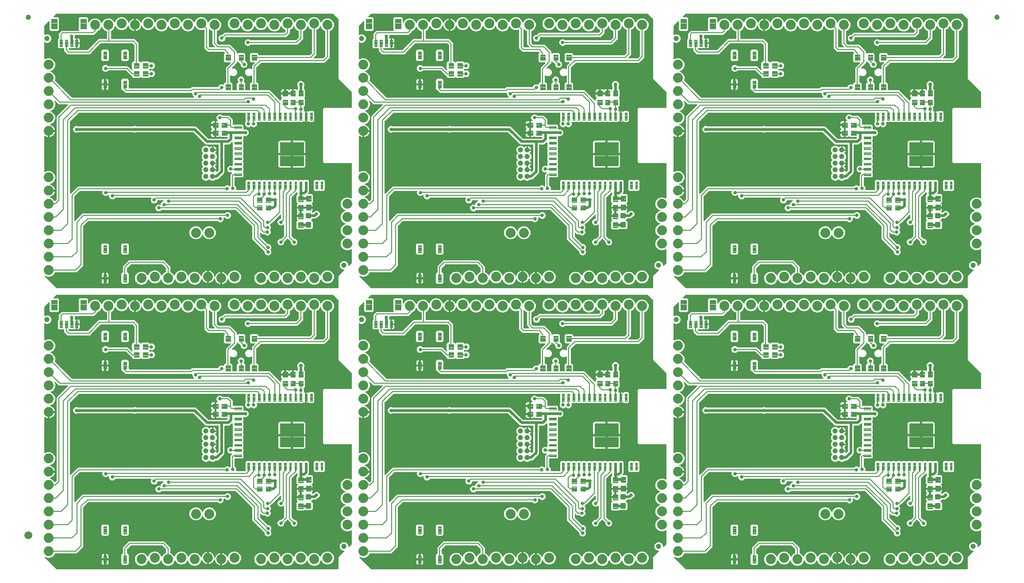
<source format=gtl>
G04 EAGLE Gerber RS-274X export*
G75*
%MOMM*%
%FSLAX34Y34*%
%LPD*%
%INTop Copper*%
%IPPOS*%
%AMOC8*
5,1,8,0,0,1.08239X$1,22.5*%
G01*
%ADD10C,1.879600*%
%ADD11C,0.300000*%
%ADD12C,0.100000*%
%ADD13C,0.099059*%
%ADD14C,0.092000*%
%ADD15C,1.000000*%
%ADD16C,0.096000*%
%ADD17C,0.102000*%
%ADD18C,1.500000*%
%ADD19C,0.660400*%
%ADD20C,0.508000*%
%ADD21C,0.203200*%
%ADD22C,0.736600*%

G36*
X566478Y4073D02*
X566478Y4073D01*
X566536Y4071D01*
X566618Y4093D01*
X566702Y4105D01*
X566755Y4128D01*
X566811Y4143D01*
X566884Y4186D01*
X566961Y4221D01*
X567006Y4259D01*
X567056Y4288D01*
X567114Y4350D01*
X567178Y4404D01*
X567210Y4453D01*
X567250Y4496D01*
X567289Y4571D01*
X567336Y4641D01*
X567353Y4697D01*
X567380Y4749D01*
X567391Y4817D01*
X567421Y4912D01*
X567424Y5012D01*
X567435Y5080D01*
X567435Y27084D01*
X578195Y37843D01*
X578212Y37867D01*
X578235Y37886D01*
X578298Y37980D01*
X578366Y38070D01*
X578376Y38098D01*
X578392Y38122D01*
X578427Y38230D01*
X578467Y38336D01*
X578469Y38365D01*
X578478Y38393D01*
X578481Y38507D01*
X578490Y38619D01*
X578485Y38648D01*
X578485Y38677D01*
X578457Y38787D01*
X578435Y38898D01*
X578421Y38924D01*
X578414Y38952D01*
X578356Y39050D01*
X578304Y39150D01*
X578283Y39172D01*
X578268Y39197D01*
X578186Y39274D01*
X578108Y39356D01*
X578082Y39371D01*
X578061Y39391D01*
X577960Y39443D01*
X577862Y39500D01*
X577834Y39507D01*
X577808Y39521D01*
X577731Y39534D01*
X577587Y39570D01*
X577524Y39568D01*
X577477Y39576D01*
X576249Y39576D01*
X573291Y40802D01*
X571027Y43066D01*
X569801Y46024D01*
X569801Y49226D01*
X571027Y52184D01*
X573291Y54448D01*
X576249Y55674D01*
X579451Y55674D01*
X582409Y54448D01*
X584673Y52184D01*
X585899Y49226D01*
X585899Y47998D01*
X585903Y47969D01*
X585900Y47940D01*
X585923Y47829D01*
X585939Y47717D01*
X585951Y47690D01*
X585956Y47661D01*
X586008Y47561D01*
X586055Y47457D01*
X586074Y47435D01*
X586087Y47409D01*
X586165Y47327D01*
X586238Y47240D01*
X586263Y47224D01*
X586283Y47203D01*
X586381Y47145D01*
X586475Y47083D01*
X586503Y47074D01*
X586528Y47059D01*
X586638Y47031D01*
X586746Y46997D01*
X586776Y46996D01*
X586804Y46989D01*
X586917Y46992D01*
X587030Y46990D01*
X587059Y46997D01*
X587088Y46998D01*
X587196Y47033D01*
X587305Y47061D01*
X587331Y47076D01*
X587359Y47085D01*
X587422Y47131D01*
X587550Y47207D01*
X587593Y47252D01*
X587632Y47280D01*
X592538Y52186D01*
X592590Y52256D01*
X592650Y52320D01*
X592676Y52369D01*
X592709Y52414D01*
X592740Y52495D01*
X592780Y52573D01*
X592788Y52621D01*
X592810Y52679D01*
X592822Y52827D01*
X592835Y52904D01*
X592835Y77485D01*
X592819Y77599D01*
X592809Y77713D01*
X592799Y77739D01*
X592795Y77767D01*
X592748Y77872D01*
X592707Y77979D01*
X592691Y78001D01*
X592679Y78026D01*
X592605Y78114D01*
X592536Y78205D01*
X592513Y78222D01*
X592496Y78243D01*
X592400Y78307D01*
X592308Y78376D01*
X592282Y78385D01*
X592259Y78401D01*
X592149Y78435D01*
X592042Y78476D01*
X592014Y78478D01*
X591988Y78486D01*
X591873Y78489D01*
X591759Y78499D01*
X591734Y78493D01*
X591704Y78494D01*
X591447Y78427D01*
X591431Y78423D01*
X586676Y76453D01*
X581724Y76453D01*
X577149Y78348D01*
X573648Y81849D01*
X571753Y86424D01*
X571753Y91376D01*
X573648Y95951D01*
X577149Y99452D01*
X580071Y100662D01*
X580096Y100677D01*
X580124Y100686D01*
X580219Y100749D01*
X580316Y100807D01*
X580336Y100828D01*
X580361Y100844D01*
X580434Y100931D01*
X580511Y101013D01*
X580525Y101039D01*
X580544Y101062D01*
X580590Y101165D01*
X580641Y101266D01*
X580647Y101295D01*
X580659Y101322D01*
X580675Y101434D01*
X580696Y101545D01*
X580694Y101574D01*
X580698Y101603D01*
X580682Y101715D01*
X580672Y101828D01*
X580661Y101855D01*
X580657Y101885D01*
X580611Y101988D01*
X580570Y102093D01*
X580552Y102117D01*
X580540Y102144D01*
X580467Y102230D01*
X580398Y102320D01*
X580375Y102338D01*
X580356Y102360D01*
X580289Y102402D01*
X580171Y102490D01*
X580112Y102512D01*
X580071Y102538D01*
X577149Y103748D01*
X573648Y107249D01*
X571753Y111824D01*
X571753Y116776D01*
X573648Y121351D01*
X577149Y124852D01*
X580071Y126062D01*
X580096Y126077D01*
X580124Y126086D01*
X580219Y126149D01*
X580316Y126207D01*
X580336Y126228D01*
X580361Y126244D01*
X580434Y126331D01*
X580511Y126413D01*
X580525Y126439D01*
X580544Y126462D01*
X580590Y126565D01*
X580641Y126666D01*
X580647Y126695D01*
X580659Y126722D01*
X580675Y126834D01*
X580696Y126945D01*
X580694Y126974D01*
X580698Y127003D01*
X580682Y127115D01*
X580672Y127228D01*
X580661Y127255D01*
X580657Y127285D01*
X580611Y127388D01*
X580570Y127493D01*
X580552Y127517D01*
X580540Y127544D01*
X580467Y127630D01*
X580398Y127720D01*
X580375Y127738D01*
X580356Y127760D01*
X580289Y127802D01*
X580171Y127890D01*
X580112Y127912D01*
X580071Y127938D01*
X577149Y129148D01*
X573648Y132649D01*
X571753Y137224D01*
X571753Y142176D01*
X573648Y146751D01*
X577149Y150252D01*
X580071Y151462D01*
X580096Y151477D01*
X580124Y151486D01*
X580219Y151549D01*
X580316Y151607D01*
X580336Y151628D01*
X580361Y151644D01*
X580434Y151731D01*
X580511Y151813D01*
X580525Y151839D01*
X580544Y151862D01*
X580590Y151965D01*
X580641Y152066D01*
X580647Y152095D01*
X580659Y152122D01*
X580675Y152234D01*
X580696Y152345D01*
X580694Y152374D01*
X580698Y152403D01*
X580682Y152515D01*
X580672Y152628D01*
X580661Y152655D01*
X580657Y152685D01*
X580611Y152788D01*
X580570Y152893D01*
X580552Y152917D01*
X580540Y152944D01*
X580467Y153030D01*
X580398Y153120D01*
X580375Y153138D01*
X580356Y153160D01*
X580289Y153202D01*
X580171Y153290D01*
X580112Y153312D01*
X580071Y153338D01*
X577149Y154548D01*
X573648Y158049D01*
X571753Y162624D01*
X571753Y167576D01*
X573648Y172151D01*
X577149Y175652D01*
X581724Y177547D01*
X586676Y177547D01*
X591431Y175577D01*
X591543Y175548D01*
X591652Y175514D01*
X591680Y175513D01*
X591707Y175506D01*
X591821Y175509D01*
X591936Y175506D01*
X591963Y175513D01*
X591991Y175514D01*
X592100Y175549D01*
X592211Y175578D01*
X592235Y175592D01*
X592262Y175601D01*
X592357Y175665D01*
X592456Y175723D01*
X592475Y175744D01*
X592498Y175759D01*
X592572Y175847D01*
X592650Y175931D01*
X592663Y175955D01*
X592681Y175977D01*
X592727Y176081D01*
X592780Y176184D01*
X592784Y176208D01*
X592796Y176236D01*
X592833Y176500D01*
X592835Y176515D01*
X592835Y242136D01*
X592827Y242194D01*
X592829Y242252D01*
X592807Y242334D01*
X592795Y242418D01*
X592772Y242471D01*
X592757Y242527D01*
X592714Y242600D01*
X592679Y242677D01*
X592641Y242722D01*
X592612Y242772D01*
X592550Y242830D01*
X592496Y242894D01*
X592447Y242926D01*
X592404Y242966D01*
X592329Y243005D01*
X592259Y243052D01*
X592203Y243069D01*
X592151Y243096D01*
X592083Y243107D01*
X591988Y243137D01*
X591888Y243140D01*
X591820Y243151D01*
X539837Y243151D01*
X538051Y244937D01*
X538051Y347463D01*
X539837Y349249D01*
X591820Y349249D01*
X591878Y349257D01*
X591936Y349255D01*
X592018Y349277D01*
X592102Y349289D01*
X592155Y349312D01*
X592211Y349327D01*
X592284Y349370D01*
X592361Y349405D01*
X592406Y349443D01*
X592456Y349472D01*
X592514Y349534D01*
X592578Y349588D01*
X592610Y349637D01*
X592650Y349680D01*
X592689Y349755D01*
X592736Y349825D01*
X592753Y349881D01*
X592780Y349933D01*
X592791Y350001D01*
X592821Y350096D01*
X592824Y350196D01*
X592835Y350264D01*
X592835Y378896D01*
X592823Y378982D01*
X592820Y379070D01*
X592803Y379122D01*
X592795Y379177D01*
X592760Y379257D01*
X592733Y379340D01*
X592705Y379380D01*
X592679Y379437D01*
X592583Y379550D01*
X592538Y379614D01*
X567435Y404716D01*
X567435Y518596D01*
X567423Y518682D01*
X567420Y518770D01*
X567403Y518822D01*
X567395Y518877D01*
X567360Y518957D01*
X567333Y519040D01*
X567305Y519080D01*
X567279Y519137D01*
X567183Y519250D01*
X567138Y519314D01*
X557414Y529038D01*
X557344Y529090D01*
X557280Y529150D01*
X557231Y529176D01*
X557186Y529209D01*
X557105Y529240D01*
X557027Y529280D01*
X556979Y529288D01*
X556921Y529310D01*
X556773Y529322D01*
X556696Y529335D01*
X27504Y529335D01*
X27418Y529323D01*
X27330Y529320D01*
X27278Y529303D01*
X27223Y529295D01*
X27143Y529260D01*
X27060Y529233D01*
X27020Y529205D01*
X26963Y529179D01*
X26850Y529083D01*
X26786Y529038D01*
X22355Y524607D01*
X22338Y524583D01*
X22315Y524564D01*
X22252Y524470D01*
X22184Y524380D01*
X22174Y524352D01*
X22158Y524328D01*
X22123Y524220D01*
X22083Y524114D01*
X22081Y524085D01*
X22072Y524057D01*
X22069Y523943D01*
X22060Y523831D01*
X22065Y523802D01*
X22065Y523773D01*
X22093Y523663D01*
X22115Y523552D01*
X22129Y523526D01*
X22136Y523498D01*
X22194Y523400D01*
X22246Y523300D01*
X22267Y523278D01*
X22282Y523253D01*
X22364Y523176D01*
X22442Y523094D01*
X22468Y523079D01*
X22489Y523059D01*
X22590Y523007D01*
X22688Y522950D01*
X22716Y522943D01*
X22742Y522929D01*
X22819Y522916D01*
X22963Y522880D01*
X23026Y522882D01*
X23073Y522874D01*
X30417Y522874D01*
X32484Y520807D01*
X32484Y498843D01*
X30417Y496776D01*
X16453Y496776D01*
X14386Y498843D01*
X14386Y514187D01*
X14382Y514216D01*
X14385Y514245D01*
X14362Y514356D01*
X14346Y514468D01*
X14334Y514495D01*
X14329Y514524D01*
X14277Y514624D01*
X14230Y514728D01*
X14211Y514750D01*
X14198Y514776D01*
X14120Y514858D01*
X14047Y514945D01*
X14022Y514961D01*
X14002Y514982D01*
X13904Y515040D01*
X13810Y515102D01*
X13782Y515111D01*
X13757Y515126D01*
X13647Y515154D01*
X13539Y515188D01*
X13509Y515189D01*
X13481Y515196D01*
X13368Y515193D01*
X13255Y515195D01*
X13226Y515188D01*
X13197Y515187D01*
X13089Y515152D01*
X12980Y515124D01*
X12954Y515109D01*
X12926Y515100D01*
X12863Y515054D01*
X12735Y514978D01*
X12692Y514933D01*
X12653Y514905D01*
X4362Y506614D01*
X4310Y506544D01*
X4250Y506480D01*
X4224Y506431D01*
X4191Y506386D01*
X4160Y506305D01*
X4120Y506227D01*
X4112Y506179D01*
X4090Y506121D01*
X4078Y505973D01*
X4065Y505896D01*
X4065Y489935D01*
X4081Y489821D01*
X4091Y489706D01*
X4101Y489681D01*
X4105Y489653D01*
X4152Y489548D01*
X4193Y489441D01*
X4209Y489419D01*
X4221Y489394D01*
X4295Y489306D01*
X4364Y489214D01*
X4387Y489198D01*
X4404Y489177D01*
X4500Y489113D01*
X4592Y489044D01*
X4618Y489034D01*
X4641Y489019D01*
X4751Y488984D01*
X4858Y488944D01*
X4886Y488942D01*
X4912Y488933D01*
X5027Y488930D01*
X5141Y488921D01*
X5166Y488927D01*
X5196Y488926D01*
X5453Y488993D01*
X5469Y488997D01*
X7924Y490014D01*
X11126Y490014D01*
X14084Y488788D01*
X16348Y486524D01*
X17574Y483566D01*
X17574Y480364D01*
X16348Y477406D01*
X14084Y475142D01*
X11126Y473916D01*
X7924Y473916D01*
X5469Y474933D01*
X5357Y474962D01*
X5248Y474997D01*
X5220Y474997D01*
X5193Y475004D01*
X5079Y475001D01*
X4964Y475004D01*
X4937Y474997D01*
X4909Y474996D01*
X4800Y474961D01*
X4689Y474932D01*
X4665Y474918D01*
X4638Y474910D01*
X4543Y474846D01*
X4444Y474787D01*
X4425Y474767D01*
X4402Y474751D01*
X4328Y474663D01*
X4250Y474580D01*
X4237Y474555D01*
X4219Y474534D01*
X4173Y474429D01*
X4120Y474326D01*
X4116Y474302D01*
X4104Y474274D01*
X4067Y474010D01*
X4065Y473995D01*
X4065Y443215D01*
X4081Y443101D01*
X4091Y442987D01*
X4101Y442961D01*
X4105Y442933D01*
X4152Y442828D01*
X4193Y442721D01*
X4209Y442699D01*
X4221Y442674D01*
X4295Y442586D01*
X4364Y442495D01*
X4387Y442478D01*
X4404Y442457D01*
X4500Y442393D01*
X4592Y442324D01*
X4618Y442315D01*
X4641Y442299D01*
X4751Y442265D01*
X4858Y442224D01*
X4886Y442222D01*
X4912Y442214D01*
X5027Y442211D01*
X5141Y442201D01*
X5166Y442207D01*
X5196Y442206D01*
X5453Y442273D01*
X5469Y442277D01*
X10224Y444247D01*
X15176Y444247D01*
X19751Y442352D01*
X23252Y438851D01*
X25147Y434276D01*
X25147Y429324D01*
X23252Y424749D01*
X19751Y421248D01*
X16829Y420038D01*
X16804Y420023D01*
X16776Y420014D01*
X16681Y419951D01*
X16584Y419893D01*
X16564Y419872D01*
X16539Y419856D01*
X16466Y419769D01*
X16389Y419687D01*
X16375Y419661D01*
X16356Y419638D01*
X16310Y419535D01*
X16259Y419434D01*
X16253Y419405D01*
X16241Y419378D01*
X16225Y419266D01*
X16204Y419155D01*
X16206Y419126D01*
X16202Y419097D01*
X16218Y418985D01*
X16228Y418872D01*
X16239Y418845D01*
X16243Y418816D01*
X16289Y418712D01*
X16330Y418607D01*
X16348Y418583D01*
X16360Y418556D01*
X16433Y418470D01*
X16502Y418380D01*
X16525Y418362D01*
X16544Y418340D01*
X16611Y418298D01*
X16729Y418210D01*
X16788Y418188D01*
X16829Y418162D01*
X19751Y416952D01*
X23252Y413451D01*
X25147Y408876D01*
X25147Y403924D01*
X24356Y402014D01*
X24355Y402013D01*
X24354Y402011D01*
X24321Y401878D01*
X24285Y401739D01*
X24285Y401737D01*
X24284Y401736D01*
X24289Y401595D01*
X24293Y401455D01*
X24293Y401453D01*
X24293Y401452D01*
X24337Y401317D01*
X24379Y401184D01*
X24380Y401183D01*
X24381Y401181D01*
X24390Y401169D01*
X24538Y400948D01*
X24561Y400928D01*
X24576Y400908D01*
X56377Y369106D01*
X56447Y369054D01*
X56511Y368994D01*
X56560Y368968D01*
X56604Y368935D01*
X56686Y368904D01*
X56764Y368864D01*
X56812Y368856D01*
X56870Y368834D01*
X57018Y368822D01*
X57095Y368809D01*
X289684Y368809D01*
X289713Y368813D01*
X289742Y368810D01*
X289853Y368833D01*
X289965Y368849D01*
X289992Y368861D01*
X290021Y368866D01*
X290122Y368919D01*
X290225Y368965D01*
X290247Y368984D01*
X290273Y368997D01*
X290355Y369075D01*
X290442Y369148D01*
X290458Y369173D01*
X290479Y369193D01*
X290536Y369290D01*
X290599Y369385D01*
X290608Y369413D01*
X290623Y369438D01*
X290651Y369548D01*
X290685Y369656D01*
X290686Y369686D01*
X290693Y369714D01*
X290690Y369827D01*
X290693Y369940D01*
X290685Y369969D01*
X290684Y369998D01*
X290649Y370106D01*
X290621Y370215D01*
X290606Y370241D01*
X290597Y370269D01*
X290551Y370332D01*
X290475Y370460D01*
X290430Y370503D01*
X290402Y370542D01*
X288505Y372438D01*
X287538Y374773D01*
X287538Y377190D01*
X287530Y377248D01*
X287532Y377306D01*
X287510Y377388D01*
X287499Y377472D01*
X287475Y377525D01*
X287460Y377581D01*
X287417Y377654D01*
X287382Y377731D01*
X287345Y377776D01*
X287315Y377826D01*
X287253Y377884D01*
X287199Y377948D01*
X287150Y377980D01*
X287107Y378020D01*
X287032Y378059D01*
X286962Y378106D01*
X286906Y378123D01*
X286854Y378150D01*
X286786Y378161D01*
X286691Y378191D01*
X286591Y378194D01*
X286523Y378205D01*
X159606Y378205D01*
X154824Y382988D01*
X154754Y383040D01*
X154690Y383100D01*
X154641Y383126D01*
X154596Y383159D01*
X154515Y383190D01*
X154437Y383230D01*
X154389Y383238D01*
X154331Y383260D01*
X154183Y383272D01*
X154106Y383285D01*
X153967Y383285D01*
X151891Y385361D01*
X151891Y402547D01*
X153967Y404623D01*
X163533Y404623D01*
X165609Y402547D01*
X165609Y387350D01*
X165617Y387292D01*
X165615Y387234D01*
X165637Y387152D01*
X165649Y387068D01*
X165672Y387015D01*
X165687Y386959D01*
X165730Y386886D01*
X165765Y386809D01*
X165803Y386764D01*
X165832Y386714D01*
X165894Y386656D01*
X165948Y386592D01*
X165997Y386560D01*
X166040Y386520D01*
X166115Y386481D01*
X166185Y386434D01*
X166241Y386417D01*
X166293Y386390D01*
X166361Y386379D01*
X166456Y386349D01*
X166556Y386346D01*
X166624Y386335D01*
X283646Y386335D01*
X283732Y386347D01*
X283820Y386350D01*
X283872Y386367D01*
X283927Y386375D01*
X284007Y386410D01*
X284090Y386437D01*
X284130Y386465D01*
X284187Y386491D01*
X284300Y386587D01*
X284364Y386632D01*
X286606Y388875D01*
X336351Y388875D01*
X336353Y388875D01*
X336354Y388875D01*
X336494Y388895D01*
X336633Y388915D01*
X336634Y388915D01*
X336636Y388915D01*
X336762Y388972D01*
X336892Y389031D01*
X336893Y389032D01*
X336895Y389033D01*
X337002Y389124D01*
X337109Y389214D01*
X337110Y389216D01*
X337111Y389217D01*
X337119Y389230D01*
X337267Y389451D01*
X337276Y389480D01*
X337289Y389501D01*
X338151Y391582D01*
X339938Y393369D01*
X342272Y394336D01*
X344798Y394336D01*
X346547Y393611D01*
X346659Y393583D01*
X346768Y393548D01*
X346796Y393547D01*
X346823Y393540D01*
X346937Y393543D01*
X347052Y393541D01*
X347079Y393548D01*
X347107Y393548D01*
X347216Y393583D01*
X347327Y393612D01*
X347351Y393627D01*
X347378Y393635D01*
X347473Y393699D01*
X347572Y393758D01*
X347591Y393778D01*
X347614Y393793D01*
X347688Y393881D01*
X347766Y393965D01*
X347779Y393990D01*
X347797Y394011D01*
X347843Y394116D01*
X347896Y394218D01*
X347900Y394243D01*
X347912Y394271D01*
X347949Y394534D01*
X347951Y394549D01*
X347951Y395665D01*
X350030Y397744D01*
X350920Y397744D01*
X350978Y397752D01*
X351036Y397750D01*
X351118Y397772D01*
X351202Y397784D01*
X351255Y397807D01*
X351311Y397822D01*
X351384Y397865D01*
X351461Y397900D01*
X351506Y397938D01*
X351556Y397967D01*
X351614Y398029D01*
X351678Y398083D01*
X351710Y398132D01*
X351750Y398175D01*
X351789Y398250D01*
X351836Y398320D01*
X351853Y398376D01*
X351880Y398428D01*
X351891Y398496D01*
X351921Y398591D01*
X351924Y398691D01*
X351935Y398759D01*
X351935Y426189D01*
X360660Y434913D01*
X360677Y434937D01*
X360700Y434956D01*
X360763Y435050D01*
X360831Y435140D01*
X360841Y435168D01*
X360857Y435192D01*
X360892Y435300D01*
X360932Y435406D01*
X360934Y435435D01*
X360943Y435463D01*
X360946Y435577D01*
X360955Y435689D01*
X360950Y435718D01*
X360950Y435747D01*
X360922Y435857D01*
X360900Y435968D01*
X360886Y435994D01*
X360879Y436022D01*
X360821Y436120D01*
X360769Y436220D01*
X360748Y436242D01*
X360733Y436267D01*
X360651Y436344D01*
X360573Y436426D01*
X360547Y436441D01*
X360526Y436461D01*
X360425Y436513D01*
X360327Y436570D01*
X360299Y436577D01*
X360273Y436591D01*
X360196Y436604D01*
X360052Y436640D01*
X359989Y436638D01*
X359942Y436646D01*
X350030Y436646D01*
X347951Y438725D01*
X347951Y452165D01*
X349431Y453645D01*
X349466Y453691D01*
X349509Y453732D01*
X349551Y453804D01*
X349602Y453872D01*
X349623Y453927D01*
X349652Y453977D01*
X349673Y454059D01*
X349703Y454138D01*
X349708Y454196D01*
X349722Y454253D01*
X349720Y454337D01*
X349727Y454421D01*
X349715Y454478D01*
X349713Y454537D01*
X349687Y454617D01*
X349671Y454700D01*
X349644Y454752D01*
X349626Y454807D01*
X349586Y454864D01*
X349540Y454952D01*
X349471Y455024D01*
X349431Y455081D01*
X348189Y456323D01*
X348119Y456375D01*
X348055Y456435D01*
X348006Y456461D01*
X347961Y456494D01*
X347880Y456525D01*
X347802Y456565D01*
X347754Y456573D01*
X347696Y456595D01*
X347548Y456607D01*
X347471Y456620D01*
X317411Y456620D01*
X310895Y463136D01*
X310895Y498073D01*
X310879Y498187D01*
X310869Y498301D01*
X310859Y498327D01*
X310855Y498355D01*
X310808Y498459D01*
X310767Y498567D01*
X310751Y498589D01*
X310739Y498614D01*
X310665Y498702D01*
X310596Y498793D01*
X310573Y498810D01*
X310556Y498831D01*
X310460Y498895D01*
X310368Y498963D01*
X310342Y498973D01*
X310319Y498989D01*
X310209Y499023D01*
X310102Y499064D01*
X310074Y499066D01*
X310048Y499074D01*
X309933Y499077D01*
X309819Y499086D01*
X309794Y499081D01*
X309764Y499082D01*
X309507Y499015D01*
X309491Y499011D01*
X307276Y498093D01*
X302324Y498093D01*
X297749Y499988D01*
X294248Y503489D01*
X293564Y505141D01*
X293549Y505166D01*
X293540Y505194D01*
X293477Y505289D01*
X293420Y505386D01*
X293398Y505406D01*
X293382Y505431D01*
X293295Y505504D01*
X293213Y505581D01*
X293187Y505595D01*
X293164Y505614D01*
X293061Y505660D01*
X292960Y505711D01*
X292931Y505717D01*
X292905Y505729D01*
X292792Y505745D01*
X292681Y505766D01*
X292652Y505764D01*
X292623Y505768D01*
X292511Y505752D01*
X292398Y505742D01*
X292371Y505731D01*
X292342Y505727D01*
X292239Y505681D01*
X292133Y505640D01*
X292109Y505622D01*
X292082Y505610D01*
X291996Y505537D01*
X291906Y505468D01*
X291888Y505445D01*
X291866Y505426D01*
X291825Y505359D01*
X291736Y505241D01*
X291714Y505182D01*
X291688Y505141D01*
X289952Y500949D01*
X286451Y497448D01*
X281876Y495553D01*
X276924Y495553D01*
X272349Y497448D01*
X268848Y500949D01*
X267112Y505141D01*
X267097Y505166D01*
X267088Y505194D01*
X267025Y505289D01*
X266967Y505386D01*
X266946Y505406D01*
X266930Y505431D01*
X266843Y505504D01*
X266761Y505581D01*
X266735Y505595D01*
X266712Y505614D01*
X266609Y505660D01*
X266508Y505711D01*
X266479Y505717D01*
X266452Y505729D01*
X266340Y505745D01*
X266229Y505766D01*
X266200Y505764D01*
X266171Y505768D01*
X266059Y505752D01*
X265946Y505742D01*
X265918Y505731D01*
X265889Y505727D01*
X265786Y505681D01*
X265681Y505640D01*
X265657Y505622D01*
X265630Y505610D01*
X265544Y505537D01*
X265454Y505468D01*
X265436Y505445D01*
X265414Y505426D01*
X265372Y505359D01*
X265284Y505241D01*
X265262Y505182D01*
X265236Y505141D01*
X264552Y503489D01*
X261051Y499988D01*
X256476Y498093D01*
X251524Y498093D01*
X246949Y499988D01*
X243448Y503489D01*
X242764Y505141D01*
X242749Y505166D01*
X242740Y505194D01*
X242677Y505289D01*
X242620Y505386D01*
X242598Y505406D01*
X242582Y505431D01*
X242495Y505504D01*
X242413Y505581D01*
X242387Y505595D01*
X242364Y505614D01*
X242261Y505660D01*
X242160Y505711D01*
X242131Y505717D01*
X242105Y505729D01*
X241992Y505745D01*
X241881Y505766D01*
X241852Y505764D01*
X241823Y505768D01*
X241711Y505752D01*
X241598Y505742D01*
X241571Y505731D01*
X241542Y505727D01*
X241439Y505681D01*
X241333Y505640D01*
X241309Y505622D01*
X241282Y505610D01*
X241196Y505537D01*
X241106Y505468D01*
X241088Y505445D01*
X241066Y505426D01*
X241025Y505359D01*
X240936Y505241D01*
X240914Y505182D01*
X240888Y505141D01*
X239152Y500949D01*
X235651Y497448D01*
X231076Y495553D01*
X226124Y495553D01*
X221549Y497448D01*
X218048Y500949D01*
X216312Y505141D01*
X216297Y505166D01*
X216288Y505194D01*
X216225Y505289D01*
X216167Y505386D01*
X216146Y505406D01*
X216130Y505431D01*
X216043Y505504D01*
X215961Y505581D01*
X215935Y505595D01*
X215912Y505614D01*
X215809Y505660D01*
X215708Y505711D01*
X215679Y505717D01*
X215652Y505729D01*
X215540Y505745D01*
X215429Y505766D01*
X215400Y505764D01*
X215371Y505768D01*
X215259Y505752D01*
X215146Y505742D01*
X215118Y505731D01*
X215089Y505727D01*
X214986Y505681D01*
X214881Y505640D01*
X214857Y505622D01*
X214830Y505610D01*
X214744Y505537D01*
X214654Y505468D01*
X214636Y505445D01*
X214614Y505426D01*
X214572Y505359D01*
X214484Y505241D01*
X214462Y505182D01*
X214436Y505141D01*
X213752Y503489D01*
X210251Y499988D01*
X205676Y498093D01*
X200724Y498093D01*
X196149Y499988D01*
X192648Y503489D01*
X191512Y506233D01*
X191509Y506238D01*
X191507Y506244D01*
X191436Y506361D01*
X191367Y506477D01*
X191363Y506482D01*
X191360Y506487D01*
X191259Y506579D01*
X191161Y506673D01*
X191155Y506675D01*
X191151Y506680D01*
X191029Y506740D01*
X190908Y506803D01*
X190902Y506804D01*
X190896Y506807D01*
X190763Y506831D01*
X190629Y506858D01*
X190623Y506857D01*
X190617Y506858D01*
X190480Y506845D01*
X190346Y506833D01*
X190340Y506831D01*
X190334Y506831D01*
X190207Y506780D01*
X190081Y506731D01*
X190076Y506728D01*
X190070Y506725D01*
X189963Y506642D01*
X189854Y506560D01*
X189850Y506555D01*
X189845Y506551D01*
X189765Y506441D01*
X189684Y506332D01*
X189681Y506326D01*
X189678Y506321D01*
X189664Y506280D01*
X189583Y506066D01*
X189580Y506030D01*
X189571Y506003D01*
X189445Y505204D01*
X188864Y503417D01*
X188011Y501743D01*
X186906Y500222D01*
X185578Y498894D01*
X184057Y497789D01*
X182383Y496936D01*
X180596Y496355D01*
X179831Y496234D01*
X179831Y506984D01*
X179823Y507042D01*
X179825Y507100D01*
X179803Y507182D01*
X179791Y507265D01*
X179767Y507319D01*
X179753Y507375D01*
X179710Y507448D01*
X179675Y507525D01*
X179637Y507569D01*
X179607Y507620D01*
X179546Y507677D01*
X179491Y507742D01*
X179443Y507774D01*
X179400Y507814D01*
X179325Y507853D01*
X179255Y507899D01*
X179199Y507917D01*
X179147Y507944D01*
X179079Y507955D01*
X178984Y507985D01*
X178884Y507988D01*
X178816Y507999D01*
X176784Y507999D01*
X176726Y507991D01*
X176668Y507992D01*
X176586Y507971D01*
X176503Y507959D01*
X176449Y507935D01*
X176393Y507921D01*
X176320Y507878D01*
X176243Y507843D01*
X176198Y507805D01*
X176148Y507775D01*
X176090Y507714D01*
X176026Y507659D01*
X175994Y507611D01*
X175954Y507568D01*
X175915Y507493D01*
X175869Y507423D01*
X175851Y507367D01*
X175824Y507315D01*
X175813Y507247D01*
X175783Y507152D01*
X175780Y507052D01*
X175769Y506984D01*
X175769Y496234D01*
X175004Y496355D01*
X173217Y496936D01*
X171543Y497789D01*
X170022Y498894D01*
X168694Y500222D01*
X167589Y501743D01*
X166736Y503417D01*
X166155Y505204D01*
X166029Y506003D01*
X166027Y506009D01*
X166027Y506015D01*
X165985Y506145D01*
X165945Y506275D01*
X165942Y506280D01*
X165940Y506286D01*
X165864Y506399D01*
X165790Y506513D01*
X165785Y506517D01*
X165782Y506522D01*
X165677Y506610D01*
X165575Y506698D01*
X165569Y506701D01*
X165564Y506705D01*
X165440Y506760D01*
X165316Y506817D01*
X165310Y506818D01*
X165304Y506820D01*
X165170Y506839D01*
X165035Y506859D01*
X165029Y506858D01*
X165023Y506859D01*
X164888Y506840D01*
X164753Y506822D01*
X164748Y506820D01*
X164742Y506819D01*
X164618Y506763D01*
X164493Y506708D01*
X164488Y506704D01*
X164482Y506702D01*
X164379Y506613D01*
X164274Y506526D01*
X164271Y506521D01*
X164266Y506517D01*
X164243Y506480D01*
X164115Y506291D01*
X164103Y506257D01*
X164088Y506233D01*
X162952Y503489D01*
X159451Y499988D01*
X154876Y498093D01*
X149924Y498093D01*
X145349Y499988D01*
X141848Y503489D01*
X141164Y505141D01*
X141149Y505166D01*
X141140Y505194D01*
X141077Y505289D01*
X141020Y505386D01*
X140998Y505406D01*
X140982Y505431D01*
X140895Y505504D01*
X140813Y505581D01*
X140787Y505595D01*
X140764Y505614D01*
X140661Y505660D01*
X140560Y505711D01*
X140531Y505717D01*
X140505Y505729D01*
X140392Y505745D01*
X140281Y505766D01*
X140252Y505764D01*
X140223Y505768D01*
X140111Y505752D01*
X139998Y505742D01*
X139971Y505731D01*
X139942Y505727D01*
X139839Y505681D01*
X139733Y505640D01*
X139709Y505622D01*
X139682Y505610D01*
X139596Y505537D01*
X139506Y505468D01*
X139488Y505445D01*
X139466Y505426D01*
X139424Y505359D01*
X139336Y505241D01*
X139314Y505182D01*
X139288Y505141D01*
X137552Y500949D01*
X134051Y497448D01*
X132961Y496997D01*
X132960Y496996D01*
X132959Y496996D01*
X132838Y496924D01*
X132717Y496853D01*
X132716Y496851D01*
X132714Y496851D01*
X132617Y496747D01*
X132521Y496646D01*
X132521Y496644D01*
X132520Y496643D01*
X132454Y496515D01*
X132391Y496393D01*
X132391Y496392D01*
X132390Y496390D01*
X132388Y496375D01*
X132336Y496114D01*
X132339Y496084D01*
X132335Y496059D01*
X132335Y481965D01*
X132343Y481907D01*
X132341Y481849D01*
X132363Y481767D01*
X132375Y481683D01*
X132398Y481630D01*
X132413Y481574D01*
X132456Y481501D01*
X132491Y481424D01*
X132529Y481379D01*
X132558Y481329D01*
X132620Y481271D01*
X132674Y481207D01*
X132723Y481175D01*
X132766Y481135D01*
X132841Y481096D01*
X132911Y481049D01*
X132967Y481032D01*
X133019Y481005D01*
X133087Y480994D01*
X133182Y480964D01*
X133282Y480961D01*
X133350Y480950D01*
X176944Y480950D01*
X184795Y473099D01*
X184795Y438959D01*
X184803Y438901D01*
X184801Y438843D01*
X184823Y438761D01*
X184835Y438677D01*
X184858Y438624D01*
X184873Y438568D01*
X184916Y438495D01*
X184951Y438418D01*
X184989Y438373D01*
X185018Y438323D01*
X185080Y438265D01*
X185134Y438201D01*
X185183Y438169D01*
X185226Y438129D01*
X185301Y438090D01*
X185371Y438043D01*
X185427Y438026D01*
X185479Y437999D01*
X185547Y437988D01*
X185642Y437958D01*
X185742Y437955D01*
X185810Y437944D01*
X187200Y437944D01*
X188512Y436632D01*
X188559Y436596D01*
X188599Y436554D01*
X188672Y436511D01*
X188739Y436461D01*
X188794Y436440D01*
X188844Y436410D01*
X188926Y436390D01*
X189005Y436359D01*
X189063Y436355D01*
X189120Y436340D01*
X189204Y436343D01*
X189288Y436336D01*
X189346Y436347D01*
X189404Y436349D01*
X189484Y436375D01*
X189567Y436392D01*
X189619Y436419D01*
X189675Y436437D01*
X189731Y436477D01*
X189819Y436523D01*
X189892Y436592D01*
X189948Y436632D01*
X191260Y437944D01*
X204200Y437944D01*
X206118Y436026D01*
X206119Y436025D01*
X206120Y436023D01*
X206235Y435937D01*
X206345Y435855D01*
X206347Y435854D01*
X206348Y435853D01*
X206478Y435804D01*
X206611Y435754D01*
X206612Y435753D01*
X206614Y435753D01*
X206752Y435742D01*
X206894Y435730D01*
X206896Y435730D01*
X206897Y435730D01*
X206912Y435734D01*
X207173Y435786D01*
X207200Y435800D01*
X207224Y435806D01*
X208287Y436246D01*
X210813Y436246D01*
X213147Y435279D01*
X214934Y433492D01*
X215901Y431158D01*
X215901Y428632D01*
X214934Y426298D01*
X213147Y424511D01*
X210813Y423544D01*
X208287Y423544D01*
X207224Y423984D01*
X207223Y423985D01*
X207221Y423986D01*
X207085Y424020D01*
X206949Y424055D01*
X206947Y424055D01*
X206946Y424056D01*
X206805Y424051D01*
X206665Y424047D01*
X206663Y424047D01*
X206662Y424047D01*
X206523Y424002D01*
X206394Y423961D01*
X206393Y423960D01*
X206391Y423959D01*
X206378Y423950D01*
X206158Y423802D01*
X206138Y423779D01*
X206118Y423764D01*
X205347Y422993D01*
X205311Y422946D01*
X205269Y422906D01*
X205226Y422833D01*
X205176Y422766D01*
X205155Y422711D01*
X205125Y422661D01*
X205105Y422579D01*
X205074Y422500D01*
X205070Y422442D01*
X205055Y422385D01*
X205058Y422301D01*
X205051Y422217D01*
X205062Y422159D01*
X205064Y422101D01*
X205090Y422021D01*
X205107Y421938D01*
X205134Y421886D01*
X205152Y421830D01*
X205192Y421774D01*
X205238Y421686D01*
X205307Y421613D01*
X205347Y421557D01*
X206118Y420786D01*
X206119Y420785D01*
X206120Y420783D01*
X206239Y420695D01*
X206345Y420615D01*
X206347Y420614D01*
X206348Y420613D01*
X206480Y420564D01*
X206611Y420514D01*
X206612Y420513D01*
X206614Y420513D01*
X206752Y420502D01*
X206894Y420490D01*
X206896Y420490D01*
X206897Y420490D01*
X206912Y420494D01*
X207173Y420546D01*
X207200Y420560D01*
X207224Y420566D01*
X208287Y421006D01*
X210813Y421006D01*
X213147Y420039D01*
X214934Y418252D01*
X215901Y415918D01*
X215901Y413392D01*
X214934Y411058D01*
X213147Y409271D01*
X210813Y408304D01*
X208287Y408304D01*
X207224Y408744D01*
X207223Y408745D01*
X207221Y408746D01*
X207090Y408779D01*
X206949Y408815D01*
X206947Y408815D01*
X206946Y408816D01*
X206805Y408811D01*
X206665Y408807D01*
X206663Y408807D01*
X206662Y408807D01*
X206525Y408762D01*
X206394Y408721D01*
X206393Y408720D01*
X206391Y408719D01*
X206379Y408710D01*
X206158Y408562D01*
X206138Y408539D01*
X206118Y408524D01*
X204200Y406606D01*
X191260Y406606D01*
X189948Y407918D01*
X189901Y407954D01*
X189861Y407996D01*
X189788Y408039D01*
X189721Y408089D01*
X189666Y408110D01*
X189616Y408140D01*
X189534Y408160D01*
X189455Y408191D01*
X189397Y408195D01*
X189340Y408210D01*
X189256Y408207D01*
X189172Y408214D01*
X189114Y408203D01*
X189056Y408201D01*
X188976Y408175D01*
X188893Y408158D01*
X188841Y408131D01*
X188785Y408113D01*
X188729Y408073D01*
X188641Y408027D01*
X188568Y407959D01*
X188512Y407918D01*
X187200Y406606D01*
X174260Y406606D01*
X172181Y408685D01*
X172181Y409575D01*
X172173Y409633D01*
X172175Y409691D01*
X172153Y409773D01*
X172141Y409857D01*
X172118Y409910D01*
X172103Y409966D01*
X172060Y410039D01*
X172025Y410116D01*
X171987Y410161D01*
X171958Y410211D01*
X171896Y410269D01*
X171842Y410333D01*
X171793Y410365D01*
X171750Y410405D01*
X171675Y410444D01*
X171605Y410491D01*
X171549Y410508D01*
X171497Y410535D01*
X171429Y410546D01*
X171334Y410576D01*
X171234Y410579D01*
X171166Y410590D01*
X171036Y410590D01*
X161174Y420453D01*
X161104Y420505D01*
X161040Y420565D01*
X160991Y420591D01*
X160946Y420624D01*
X160865Y420655D01*
X160787Y420695D01*
X160739Y420703D01*
X160681Y420725D01*
X160533Y420737D01*
X160456Y420750D01*
X127003Y420750D01*
X126916Y420738D01*
X126829Y420735D01*
X126776Y420718D01*
X126722Y420710D01*
X126642Y420675D01*
X126559Y420648D01*
X126519Y420620D01*
X126462Y420594D01*
X126349Y420498D01*
X126285Y420453D01*
X125263Y419431D01*
X122929Y418464D01*
X120403Y418464D01*
X118069Y419431D01*
X116282Y421218D01*
X115315Y423552D01*
X115315Y426078D01*
X116282Y428412D01*
X118069Y430199D01*
X120403Y431166D01*
X122929Y431166D01*
X125263Y430199D01*
X126285Y429177D01*
X126355Y429125D01*
X126419Y429065D01*
X126468Y429039D01*
X126512Y429006D01*
X126594Y428975D01*
X126672Y428935D01*
X126720Y428927D01*
X126778Y428905D01*
X126926Y428893D01*
X127003Y428880D01*
X164244Y428880D01*
X166922Y426201D01*
X171622Y421501D01*
X171669Y421466D01*
X171709Y421424D01*
X171782Y421381D01*
X171849Y421331D01*
X171904Y421310D01*
X171954Y421280D01*
X172036Y421259D01*
X172115Y421229D01*
X172173Y421224D01*
X172230Y421210D01*
X172314Y421213D01*
X172398Y421206D01*
X172455Y421217D01*
X172514Y421219D01*
X172594Y421245D01*
X172677Y421262D01*
X172729Y421289D01*
X172784Y421307D01*
X172841Y421347D01*
X172929Y421393D01*
X173002Y421461D01*
X173058Y421501D01*
X173113Y421557D01*
X173148Y421604D01*
X173191Y421644D01*
X173234Y421717D01*
X173284Y421784D01*
X173305Y421839D01*
X173335Y421889D01*
X173355Y421971D01*
X173386Y422050D01*
X173390Y422108D01*
X173405Y422165D01*
X173402Y422249D01*
X173409Y422333D01*
X173398Y422391D01*
X173396Y422449D01*
X173370Y422529D01*
X173353Y422612D01*
X173326Y422664D01*
X173308Y422720D01*
X173268Y422776D01*
X173222Y422864D01*
X173153Y422937D01*
X173113Y422993D01*
X172181Y423925D01*
X172181Y435865D01*
X174260Y437944D01*
X175650Y437944D01*
X175708Y437952D01*
X175766Y437950D01*
X175848Y437972D01*
X175932Y437984D01*
X175985Y438007D01*
X176041Y438022D01*
X176114Y438065D01*
X176191Y438100D01*
X176236Y438138D01*
X176286Y438167D01*
X176344Y438229D01*
X176408Y438283D01*
X176440Y438332D01*
X176480Y438375D01*
X176519Y438450D01*
X176566Y438520D01*
X176583Y438576D01*
X176610Y438628D01*
X176621Y438696D01*
X176651Y438791D01*
X176654Y438891D01*
X176665Y438959D01*
X176665Y469311D01*
X176653Y469397D01*
X176650Y469485D01*
X176633Y469537D01*
X176625Y469592D01*
X176590Y469672D01*
X176563Y469755D01*
X176535Y469795D01*
X176509Y469852D01*
X176413Y469965D01*
X176368Y470029D01*
X173874Y472523D01*
X173804Y472575D01*
X173740Y472635D01*
X173691Y472661D01*
X173646Y472694D01*
X173565Y472725D01*
X173487Y472765D01*
X173439Y472773D01*
X173381Y472795D01*
X173233Y472807D01*
X173156Y472820D01*
X112594Y472820D01*
X112508Y472808D01*
X112420Y472805D01*
X112368Y472788D01*
X112313Y472780D01*
X112233Y472745D01*
X112150Y472718D01*
X112110Y472690D01*
X112053Y472664D01*
X111940Y472568D01*
X111876Y472523D01*
X93897Y454544D01*
X93897Y454543D01*
X91219Y451865D01*
X49116Y451865D01*
X42370Y458611D01*
X42370Y462796D01*
X42366Y462826D01*
X42369Y462855D01*
X42346Y462966D01*
X42330Y463078D01*
X42318Y463105D01*
X42313Y463133D01*
X42260Y463234D01*
X42214Y463337D01*
X42195Y463360D01*
X42182Y463386D01*
X42104Y463468D01*
X42031Y463554D01*
X42006Y463571D01*
X41986Y463592D01*
X41888Y463649D01*
X41794Y463712D01*
X41766Y463721D01*
X41741Y463736D01*
X41631Y463764D01*
X41523Y463798D01*
X41493Y463798D01*
X41465Y463806D01*
X41352Y463802D01*
X41239Y463805D01*
X41210Y463798D01*
X41181Y463797D01*
X41073Y463762D01*
X40964Y463733D01*
X40938Y463718D01*
X40910Y463709D01*
X40846Y463664D01*
X40719Y463588D01*
X40676Y463542D01*
X40637Y463514D01*
X40399Y463276D01*
X32471Y463276D01*
X30386Y465361D01*
X30386Y480789D01*
X32073Y482476D01*
X32125Y482545D01*
X32185Y482609D01*
X32211Y482659D01*
X32244Y482703D01*
X32275Y482785D01*
X32315Y482863D01*
X32323Y482910D01*
X32345Y482969D01*
X32355Y483092D01*
X32356Y483095D01*
X32357Y483108D01*
X32357Y483116D01*
X32370Y483194D01*
X32370Y491509D01*
X37686Y496825D01*
X69954Y496825D01*
X69983Y496829D01*
X70012Y496826D01*
X70123Y496849D01*
X70235Y496865D01*
X70262Y496877D01*
X70291Y496882D01*
X70392Y496935D01*
X70495Y496981D01*
X70517Y497000D01*
X70543Y497013D01*
X70625Y497091D01*
X70712Y497164D01*
X70728Y497189D01*
X70749Y497209D01*
X70807Y497307D01*
X70869Y497401D01*
X70878Y497429D01*
X70893Y497454D01*
X70921Y497564D01*
X70955Y497672D01*
X70956Y497702D01*
X70963Y497730D01*
X70960Y497843D01*
X70962Y497956D01*
X70955Y497985D01*
X70954Y498014D01*
X70919Y498122D01*
X70891Y498231D01*
X70876Y498257D01*
X70867Y498285D01*
X70821Y498349D01*
X70745Y498476D01*
X70700Y498519D01*
X70672Y498558D01*
X70386Y498843D01*
X70386Y520807D01*
X72453Y522874D01*
X86417Y522874D01*
X88484Y520807D01*
X88484Y513963D01*
X88496Y513878D01*
X88498Y513792D01*
X88516Y513738D01*
X88524Y513682D01*
X88559Y513604D01*
X88585Y513522D01*
X88617Y513474D01*
X88640Y513422D01*
X88695Y513357D01*
X88743Y513286D01*
X88787Y513249D01*
X88823Y513205D01*
X88895Y513158D01*
X88961Y513103D01*
X89013Y513079D01*
X89060Y513048D01*
X89142Y513022D01*
X89221Y512987D01*
X89277Y512979D01*
X89331Y512962D01*
X89417Y512960D01*
X89502Y512948D01*
X89558Y512956D01*
X89615Y512955D01*
X89698Y512976D01*
X89784Y512989D01*
X89835Y513012D01*
X89890Y513027D01*
X89964Y513070D01*
X90043Y513106D01*
X90086Y513143D01*
X90135Y513172D01*
X90194Y513235D01*
X90259Y513290D01*
X90285Y513332D01*
X90329Y513379D01*
X90395Y513508D01*
X90437Y513575D01*
X91048Y515051D01*
X94549Y518552D01*
X99124Y520447D01*
X104076Y520447D01*
X108651Y518552D01*
X112152Y515051D01*
X113362Y512129D01*
X113377Y512104D01*
X113386Y512076D01*
X113449Y511981D01*
X113507Y511884D01*
X113528Y511864D01*
X113544Y511839D01*
X113631Y511766D01*
X113713Y511689D01*
X113739Y511675D01*
X113762Y511656D01*
X113865Y511610D01*
X113966Y511559D01*
X113995Y511553D01*
X114022Y511541D01*
X114134Y511525D01*
X114245Y511504D01*
X114274Y511506D01*
X114303Y511502D01*
X114415Y511518D01*
X114528Y511528D01*
X114555Y511539D01*
X114585Y511543D01*
X114688Y511589D01*
X114793Y511630D01*
X114817Y511648D01*
X114844Y511660D01*
X114930Y511733D01*
X115020Y511802D01*
X115038Y511825D01*
X115060Y511844D01*
X115102Y511911D01*
X115190Y512029D01*
X115212Y512088D01*
X115238Y512129D01*
X116448Y515051D01*
X119949Y518552D01*
X124524Y520447D01*
X129476Y520447D01*
X134051Y518552D01*
X137552Y515051D01*
X138236Y513399D01*
X138251Y513374D01*
X138260Y513346D01*
X138323Y513251D01*
X138380Y513154D01*
X138402Y513134D01*
X138418Y513109D01*
X138505Y513036D01*
X138587Y512959D01*
X138613Y512945D01*
X138636Y512926D01*
X138739Y512880D01*
X138840Y512829D01*
X138869Y512823D01*
X138895Y512811D01*
X139008Y512795D01*
X139119Y512774D01*
X139148Y512776D01*
X139177Y512772D01*
X139289Y512788D01*
X139402Y512798D01*
X139429Y512809D01*
X139458Y512813D01*
X139561Y512859D01*
X139667Y512900D01*
X139691Y512918D01*
X139718Y512930D01*
X139804Y513003D01*
X139894Y513072D01*
X139912Y513095D01*
X139934Y513114D01*
X139976Y513181D01*
X140064Y513299D01*
X140086Y513358D01*
X140112Y513399D01*
X141848Y517591D01*
X145349Y521092D01*
X149924Y522987D01*
X154876Y522987D01*
X159451Y521092D01*
X162952Y517591D01*
X164854Y512998D01*
X164873Y512918D01*
X164887Y512822D01*
X164905Y512780D01*
X164916Y512735D01*
X164963Y512651D01*
X165003Y512563D01*
X165033Y512528D01*
X165055Y512487D01*
X165124Y512420D01*
X165186Y512346D01*
X165225Y512320D01*
X165258Y512288D01*
X165343Y512242D01*
X165423Y512188D01*
X165467Y512174D01*
X165508Y512152D01*
X165602Y512132D01*
X165694Y512103D01*
X165740Y512101D01*
X165785Y512091D01*
X165882Y512098D01*
X165978Y512095D01*
X166023Y512107D01*
X166069Y512110D01*
X166160Y512143D01*
X166253Y512167D01*
X166293Y512191D01*
X166337Y512206D01*
X166415Y512263D01*
X166498Y512312D01*
X166529Y512346D01*
X166567Y512373D01*
X166612Y512434D01*
X166692Y512520D01*
X166730Y512594D01*
X166767Y512643D01*
X167589Y514257D01*
X168694Y515778D01*
X170022Y517106D01*
X171543Y518211D01*
X173217Y519064D01*
X175004Y519645D01*
X175769Y519766D01*
X175769Y509016D01*
X175777Y508958D01*
X175775Y508900D01*
X175797Y508818D01*
X175809Y508735D01*
X175833Y508681D01*
X175847Y508625D01*
X175890Y508552D01*
X175925Y508475D01*
X175963Y508431D01*
X175993Y508380D01*
X176054Y508323D01*
X176109Y508258D01*
X176157Y508226D01*
X176200Y508186D01*
X176275Y508147D01*
X176345Y508101D01*
X176401Y508083D01*
X176453Y508056D01*
X176521Y508045D01*
X176616Y508015D01*
X176716Y508012D01*
X176784Y508001D01*
X178816Y508001D01*
X178874Y508009D01*
X178932Y508008D01*
X179014Y508029D01*
X179097Y508041D01*
X179151Y508065D01*
X179207Y508079D01*
X179280Y508122D01*
X179357Y508157D01*
X179402Y508195D01*
X179452Y508225D01*
X179510Y508286D01*
X179574Y508341D01*
X179606Y508389D01*
X179646Y508432D01*
X179685Y508507D01*
X179731Y508577D01*
X179749Y508633D01*
X179776Y508685D01*
X179787Y508753D01*
X179817Y508848D01*
X179820Y508948D01*
X179831Y509016D01*
X179831Y519766D01*
X180596Y519645D01*
X182383Y519064D01*
X184057Y518211D01*
X185578Y517106D01*
X186906Y515778D01*
X188011Y514257D01*
X188833Y512643D01*
X188860Y512605D01*
X188879Y512563D01*
X188941Y512489D01*
X188997Y512410D01*
X189033Y512381D01*
X189063Y512346D01*
X189143Y512292D01*
X189218Y512232D01*
X189261Y512214D01*
X189299Y512188D01*
X189391Y512159D01*
X189480Y512122D01*
X189526Y512117D01*
X189570Y512103D01*
X189667Y512100D01*
X189763Y512089D01*
X189808Y512096D01*
X189854Y512095D01*
X189948Y512120D01*
X190043Y512136D01*
X190085Y512155D01*
X190129Y512167D01*
X190212Y512216D01*
X190300Y512258D01*
X190334Y512289D01*
X190374Y512312D01*
X190440Y512383D01*
X190512Y512447D01*
X190537Y512486D01*
X190568Y512520D01*
X190612Y512606D01*
X190664Y512687D01*
X190677Y512732D01*
X190698Y512773D01*
X190710Y512847D01*
X190743Y512960D01*
X190743Y512991D01*
X192648Y517591D01*
X196149Y521092D01*
X200724Y522987D01*
X205676Y522987D01*
X210251Y521092D01*
X213752Y517591D01*
X215488Y513399D01*
X215503Y513374D01*
X215512Y513346D01*
X215575Y513251D01*
X215633Y513154D01*
X215654Y513134D01*
X215670Y513109D01*
X215757Y513036D01*
X215839Y512959D01*
X215865Y512945D01*
X215888Y512926D01*
X215991Y512880D01*
X216092Y512829D01*
X216121Y512823D01*
X216148Y512811D01*
X216260Y512795D01*
X216371Y512774D01*
X216400Y512776D01*
X216429Y512772D01*
X216541Y512788D01*
X216654Y512798D01*
X216682Y512809D01*
X216711Y512813D01*
X216814Y512859D01*
X216919Y512900D01*
X216943Y512918D01*
X216970Y512930D01*
X217056Y513003D01*
X217146Y513072D01*
X217164Y513095D01*
X217186Y513114D01*
X217228Y513181D01*
X217316Y513299D01*
X217338Y513358D01*
X217364Y513399D01*
X218048Y515051D01*
X221549Y518552D01*
X226124Y520447D01*
X231076Y520447D01*
X235651Y518552D01*
X239152Y515051D01*
X239836Y513399D01*
X239851Y513374D01*
X239860Y513346D01*
X239923Y513251D01*
X239980Y513154D01*
X240002Y513134D01*
X240018Y513109D01*
X240105Y513036D01*
X240187Y512959D01*
X240213Y512945D01*
X240236Y512926D01*
X240339Y512880D01*
X240440Y512829D01*
X240469Y512823D01*
X240495Y512811D01*
X240608Y512795D01*
X240719Y512774D01*
X240748Y512776D01*
X240777Y512772D01*
X240889Y512788D01*
X241002Y512798D01*
X241029Y512809D01*
X241058Y512813D01*
X241161Y512859D01*
X241267Y512900D01*
X241291Y512918D01*
X241318Y512930D01*
X241404Y513003D01*
X241494Y513072D01*
X241512Y513095D01*
X241534Y513114D01*
X241575Y513181D01*
X241664Y513299D01*
X241686Y513358D01*
X241712Y513399D01*
X243448Y517591D01*
X246949Y521092D01*
X251524Y522987D01*
X256476Y522987D01*
X261051Y521092D01*
X264552Y517591D01*
X266288Y513399D01*
X266303Y513374D01*
X266312Y513346D01*
X266375Y513251D01*
X266433Y513154D01*
X266454Y513134D01*
X266470Y513109D01*
X266557Y513036D01*
X266639Y512959D01*
X266665Y512945D01*
X266688Y512926D01*
X266791Y512880D01*
X266892Y512829D01*
X266921Y512823D01*
X266948Y512811D01*
X267060Y512795D01*
X267171Y512774D01*
X267200Y512776D01*
X267229Y512772D01*
X267341Y512788D01*
X267454Y512798D01*
X267482Y512809D01*
X267511Y512813D01*
X267614Y512859D01*
X267719Y512900D01*
X267743Y512918D01*
X267770Y512930D01*
X267856Y513003D01*
X267946Y513072D01*
X267964Y513095D01*
X267986Y513114D01*
X268028Y513181D01*
X268116Y513299D01*
X268138Y513358D01*
X268164Y513399D01*
X268848Y515051D01*
X272349Y518552D01*
X276924Y520447D01*
X281876Y520447D01*
X286451Y518552D01*
X289952Y515051D01*
X290636Y513399D01*
X290651Y513374D01*
X290660Y513346D01*
X290723Y513251D01*
X290780Y513154D01*
X290802Y513134D01*
X290818Y513109D01*
X290905Y513036D01*
X290987Y512959D01*
X291013Y512945D01*
X291036Y512926D01*
X291139Y512880D01*
X291240Y512829D01*
X291269Y512823D01*
X291295Y512811D01*
X291408Y512795D01*
X291519Y512774D01*
X291548Y512776D01*
X291577Y512772D01*
X291689Y512788D01*
X291802Y512798D01*
X291829Y512809D01*
X291858Y512813D01*
X291961Y512859D01*
X292067Y512900D01*
X292091Y512918D01*
X292118Y512930D01*
X292204Y513003D01*
X292294Y513072D01*
X292312Y513095D01*
X292334Y513114D01*
X292375Y513181D01*
X292464Y513299D01*
X292486Y513358D01*
X292512Y513399D01*
X294248Y517591D01*
X297749Y521092D01*
X302324Y522987D01*
X307276Y522987D01*
X311851Y521092D01*
X315352Y517591D01*
X317088Y513399D01*
X317103Y513374D01*
X317112Y513346D01*
X317175Y513251D01*
X317233Y513154D01*
X317254Y513134D01*
X317270Y513109D01*
X317357Y513036D01*
X317439Y512959D01*
X317465Y512945D01*
X317488Y512926D01*
X317591Y512880D01*
X317692Y512829D01*
X317721Y512823D01*
X317748Y512811D01*
X317860Y512795D01*
X317971Y512774D01*
X318000Y512776D01*
X318029Y512772D01*
X318141Y512788D01*
X318254Y512798D01*
X318282Y512809D01*
X318311Y512813D01*
X318414Y512859D01*
X318519Y512900D01*
X318543Y512918D01*
X318570Y512930D01*
X318656Y513003D01*
X318746Y513072D01*
X318764Y513095D01*
X318786Y513114D01*
X318828Y513181D01*
X318916Y513299D01*
X318938Y513358D01*
X318964Y513399D01*
X319648Y515051D01*
X323149Y518552D01*
X327724Y520447D01*
X332676Y520447D01*
X337251Y518552D01*
X340752Y515051D01*
X342647Y510476D01*
X342647Y505524D01*
X340752Y500949D01*
X337251Y497448D01*
X334891Y496471D01*
X334890Y496470D01*
X334889Y496470D01*
X334766Y496397D01*
X334647Y496327D01*
X334646Y496325D01*
X334644Y496325D01*
X334547Y496221D01*
X334451Y496120D01*
X334451Y496118D01*
X334450Y496117D01*
X334383Y495986D01*
X334321Y495867D01*
X334321Y495866D01*
X334320Y495864D01*
X334318Y495849D01*
X334266Y495588D01*
X334269Y495558D01*
X334265Y495533D01*
X334265Y474544D01*
X334277Y474458D01*
X334280Y474370D01*
X334297Y474318D01*
X334305Y474263D01*
X334340Y474183D01*
X334367Y474100D01*
X334395Y474060D01*
X334421Y474003D01*
X334517Y473890D01*
X334562Y473826D01*
X337936Y470452D01*
X338006Y470400D01*
X338070Y470340D01*
X338119Y470314D01*
X338164Y470281D01*
X338245Y470250D01*
X338323Y470210D01*
X338371Y470202D01*
X338429Y470180D01*
X338577Y470168D01*
X338654Y470155D01*
X359824Y470155D01*
X372365Y457614D01*
X372365Y454029D01*
X372369Y454000D01*
X372366Y453971D01*
X372389Y453860D01*
X372405Y453748D01*
X372417Y453721D01*
X372422Y453692D01*
X372475Y453592D01*
X372521Y453489D01*
X372540Y453466D01*
X372553Y453440D01*
X372631Y453358D01*
X372704Y453272D01*
X372729Y453255D01*
X372749Y453234D01*
X372847Y453177D01*
X372941Y453114D01*
X372969Y453105D01*
X372994Y453090D01*
X373104Y453062D01*
X373212Y453028D01*
X373242Y453027D01*
X373270Y453020D01*
X373383Y453024D01*
X373496Y453021D01*
X373525Y453028D01*
X373554Y453029D01*
X373662Y453064D01*
X373771Y453093D01*
X373797Y453108D01*
X373825Y453117D01*
X373889Y453162D01*
X374016Y453238D01*
X374059Y453284D01*
X374098Y453312D01*
X375030Y454244D01*
X386970Y454244D01*
X389049Y452165D01*
X389049Y439021D01*
X389049Y439019D01*
X389049Y439018D01*
X389069Y438877D01*
X389089Y438739D01*
X389089Y438738D01*
X389089Y438736D01*
X389148Y438606D01*
X389205Y438480D01*
X389206Y438479D01*
X389207Y438477D01*
X389297Y438370D01*
X389388Y438263D01*
X389390Y438262D01*
X389391Y438261D01*
X389403Y438253D01*
X389625Y438105D01*
X389654Y438096D01*
X389675Y438083D01*
X390312Y437819D01*
X392099Y436032D01*
X393066Y433698D01*
X393066Y431172D01*
X392099Y428838D01*
X390312Y427051D01*
X387978Y426084D01*
X385452Y426084D01*
X383118Y427051D01*
X381331Y428838D01*
X380364Y431172D01*
X380364Y432617D01*
X380352Y432703D01*
X380349Y432791D01*
X380332Y432843D01*
X380324Y432898D01*
X380289Y432978D01*
X380262Y433061D01*
X380234Y433101D01*
X380208Y433158D01*
X380112Y433271D01*
X380067Y433335D01*
X379614Y433788D01*
X377053Y436349D01*
X376983Y436401D01*
X376919Y436461D01*
X376870Y436487D01*
X376826Y436520D01*
X376744Y436551D01*
X376666Y436591D01*
X376618Y436599D01*
X376560Y436621D01*
X376412Y436633D01*
X376335Y436646D01*
X375030Y436646D01*
X374098Y437578D01*
X374074Y437596D01*
X374055Y437618D01*
X373961Y437681D01*
X373871Y437749D01*
X373843Y437760D01*
X373819Y437776D01*
X373711Y437810D01*
X373605Y437851D01*
X373576Y437853D01*
X373548Y437862D01*
X373434Y437865D01*
X373322Y437874D01*
X373293Y437868D01*
X373264Y437869D01*
X373154Y437841D01*
X373043Y437818D01*
X373017Y437805D01*
X372989Y437797D01*
X372891Y437740D01*
X372791Y437687D01*
X372769Y437667D01*
X372744Y437652D01*
X372667Y437570D01*
X372585Y437491D01*
X372570Y437466D01*
X372550Y437445D01*
X372498Y437344D01*
X372441Y437246D01*
X372434Y437218D01*
X372420Y437192D01*
X372407Y437114D01*
X372371Y436971D01*
X372373Y436908D01*
X372365Y436861D01*
X372365Y435121D01*
X363358Y426115D01*
X363307Y426046D01*
X363248Y425984D01*
X363222Y425933D01*
X363188Y425888D01*
X363157Y425808D01*
X363118Y425731D01*
X363107Y425675D01*
X363086Y425622D01*
X363079Y425537D01*
X363063Y425452D01*
X363068Y425396D01*
X363063Y425339D01*
X363080Y425255D01*
X363087Y425169D01*
X363108Y425116D01*
X363119Y425060D01*
X363158Y424984D01*
X363189Y424904D01*
X363223Y424858D01*
X363250Y424808D01*
X363309Y424746D01*
X363361Y424677D01*
X363406Y424643D01*
X363445Y424602D01*
X363520Y424558D01*
X363588Y424507D01*
X363642Y424487D01*
X363691Y424458D01*
X363774Y424437D01*
X363854Y424406D01*
X363911Y424402D01*
X363966Y424388D01*
X364052Y424391D01*
X364138Y424384D01*
X364186Y424395D01*
X364250Y424397D01*
X364388Y424442D01*
X364465Y424459D01*
X364548Y424494D01*
X367452Y424494D01*
X370134Y423383D01*
X372188Y421329D01*
X373299Y418647D01*
X373299Y415743D01*
X372188Y413061D01*
X370134Y411007D01*
X367452Y409896D01*
X364548Y409896D01*
X361866Y411007D01*
X361798Y411075D01*
X361774Y411093D01*
X361755Y411115D01*
X361661Y411178D01*
X361571Y411246D01*
X361543Y411256D01*
X361519Y411273D01*
X361411Y411307D01*
X361305Y411347D01*
X361276Y411350D01*
X361248Y411359D01*
X361135Y411361D01*
X361022Y411371D01*
X360993Y411365D01*
X360964Y411366D01*
X360854Y411337D01*
X360743Y411315D01*
X360717Y411301D01*
X360689Y411294D01*
X360591Y411236D01*
X360491Y411184D01*
X360469Y411164D01*
X360444Y411149D01*
X360367Y411066D01*
X360285Y410988D01*
X360270Y410963D01*
X360250Y410941D01*
X360198Y410840D01*
X360141Y410743D01*
X360134Y410715D01*
X360120Y410688D01*
X360107Y410611D01*
X360071Y410467D01*
X360073Y410405D01*
X360065Y410357D01*
X360065Y398759D01*
X360073Y398701D01*
X360071Y398643D01*
X360093Y398561D01*
X360105Y398477D01*
X360128Y398424D01*
X360143Y398368D01*
X360186Y398295D01*
X360221Y398218D01*
X360259Y398173D01*
X360288Y398123D01*
X360350Y398065D01*
X360404Y398001D01*
X360453Y397969D01*
X360496Y397929D01*
X360571Y397890D01*
X360641Y397843D01*
X360697Y397826D01*
X360749Y397799D01*
X360817Y397788D01*
X360912Y397758D01*
X361012Y397755D01*
X361080Y397744D01*
X361970Y397744D01*
X364049Y395665D01*
X364049Y383656D01*
X364057Y383598D01*
X364055Y383539D01*
X364077Y383458D01*
X364089Y383374D01*
X364112Y383321D01*
X364127Y383264D01*
X364170Y383192D01*
X364205Y383115D01*
X364243Y383070D01*
X364272Y383020D01*
X364334Y382962D01*
X364388Y382898D01*
X364437Y382865D01*
X364480Y382825D01*
X364555Y382787D01*
X364625Y382740D01*
X364681Y382723D01*
X364733Y382696D01*
X364801Y382685D01*
X364896Y382655D01*
X364996Y382652D01*
X365064Y382641D01*
X371936Y382641D01*
X371994Y382649D01*
X372052Y382647D01*
X372134Y382669D01*
X372218Y382680D01*
X372271Y382704D01*
X372327Y382719D01*
X372400Y382762D01*
X372477Y382797D01*
X372522Y382834D01*
X372572Y382864D01*
X372630Y382926D01*
X372694Y382980D01*
X372726Y383029D01*
X372766Y383072D01*
X372805Y383147D01*
X372852Y383217D01*
X372869Y383273D01*
X372896Y383325D01*
X372907Y383393D01*
X372937Y383488D01*
X372940Y383588D01*
X372951Y383656D01*
X372951Y395665D01*
X375157Y397870D01*
X375160Y397872D01*
X375182Y397888D01*
X375207Y397900D01*
X375295Y397974D01*
X375387Y398043D01*
X375403Y398066D01*
X375424Y398083D01*
X375488Y398179D01*
X375557Y398271D01*
X375567Y398297D01*
X375582Y398320D01*
X375617Y398430D01*
X375657Y398537D01*
X375659Y398565D01*
X375668Y398591D01*
X375671Y398706D01*
X375680Y398820D01*
X375674Y398845D01*
X375675Y398875D01*
X375608Y399132D01*
X375605Y399148D01*
X374649Y401454D01*
X374649Y403980D01*
X375616Y406314D01*
X377403Y408101D01*
X379737Y409068D01*
X382263Y409068D01*
X384597Y408101D01*
X386384Y406314D01*
X387351Y403980D01*
X387351Y401454D01*
X386395Y399148D01*
X386367Y399036D01*
X386332Y398927D01*
X386331Y398899D01*
X386325Y398872D01*
X386328Y398758D01*
X386325Y398643D01*
X386332Y398616D01*
X386333Y398588D01*
X386368Y398479D01*
X386397Y398368D01*
X386411Y398344D01*
X386419Y398317D01*
X386483Y398222D01*
X386542Y398123D01*
X386562Y398104D01*
X386578Y398081D01*
X386665Y398007D01*
X386749Y397929D01*
X386774Y397916D01*
X386795Y397898D01*
X386832Y397882D01*
X389049Y395665D01*
X389049Y383656D01*
X389057Y383598D01*
X389055Y383539D01*
X389077Y383458D01*
X389089Y383374D01*
X389112Y383321D01*
X389127Y383264D01*
X389170Y383192D01*
X389205Y383115D01*
X389243Y383070D01*
X389272Y383020D01*
X389334Y382962D01*
X389388Y382898D01*
X389437Y382865D01*
X389480Y382825D01*
X389555Y382787D01*
X389625Y382740D01*
X389681Y382723D01*
X389733Y382696D01*
X389801Y382685D01*
X389896Y382655D01*
X389996Y382652D01*
X390064Y382641D01*
X396936Y382641D01*
X396994Y382649D01*
X397052Y382647D01*
X397134Y382669D01*
X397218Y382680D01*
X397271Y382704D01*
X397327Y382719D01*
X397400Y382762D01*
X397477Y382797D01*
X397522Y382834D01*
X397572Y382864D01*
X397630Y382926D01*
X397694Y382980D01*
X397726Y383029D01*
X397766Y383072D01*
X397805Y383147D01*
X397852Y383217D01*
X397869Y383273D01*
X397896Y383325D01*
X397907Y383393D01*
X397937Y383488D01*
X397940Y383588D01*
X397951Y383656D01*
X397951Y395665D01*
X400030Y397744D01*
X400920Y397744D01*
X400978Y397752D01*
X401036Y397750D01*
X401118Y397772D01*
X401202Y397784D01*
X401255Y397807D01*
X401311Y397822D01*
X401384Y397865D01*
X401461Y397900D01*
X401506Y397938D01*
X401556Y397967D01*
X401614Y398029D01*
X401678Y398083D01*
X401710Y398132D01*
X401750Y398175D01*
X401789Y398250D01*
X401836Y398320D01*
X401853Y398376D01*
X401880Y398428D01*
X401891Y398496D01*
X401921Y398591D01*
X401924Y398691D01*
X401935Y398759D01*
X401935Y410357D01*
X401931Y410386D01*
X401934Y410416D01*
X401911Y410527D01*
X401895Y410639D01*
X401883Y410666D01*
X401878Y410694D01*
X401825Y410795D01*
X401779Y410898D01*
X401760Y410921D01*
X401747Y410947D01*
X401669Y411029D01*
X401596Y411115D01*
X401571Y411131D01*
X401551Y411153D01*
X401453Y411210D01*
X401359Y411273D01*
X401331Y411282D01*
X401306Y411296D01*
X401196Y411324D01*
X401088Y411359D01*
X401059Y411359D01*
X401030Y411367D01*
X400917Y411363D01*
X400804Y411366D01*
X400775Y411358D01*
X400746Y411357D01*
X400638Y411323D01*
X400529Y411294D01*
X400503Y411279D01*
X400475Y411270D01*
X400412Y411224D01*
X400284Y411149D01*
X400241Y411103D01*
X400202Y411075D01*
X400134Y411007D01*
X397452Y409896D01*
X394548Y409896D01*
X391866Y411007D01*
X389812Y413061D01*
X388701Y415743D01*
X388701Y418647D01*
X389812Y421329D01*
X391866Y423383D01*
X394548Y424494D01*
X397452Y424494D01*
X400134Y423383D01*
X400202Y423315D01*
X400226Y423297D01*
X400245Y423275D01*
X400339Y423212D01*
X400429Y423144D01*
X400457Y423134D01*
X400481Y423117D01*
X400589Y423083D01*
X400695Y423043D01*
X400724Y423040D01*
X400752Y423031D01*
X400865Y423029D01*
X400978Y423019D01*
X401007Y423025D01*
X401036Y423024D01*
X401146Y423053D01*
X401257Y423075D01*
X401283Y423089D01*
X401311Y423096D01*
X401409Y423154D01*
X401509Y423206D01*
X401531Y423226D01*
X401556Y423241D01*
X401633Y423324D01*
X401715Y423402D01*
X401730Y423427D01*
X401750Y423449D01*
X401802Y423550D01*
X401859Y423647D01*
X401866Y423675D01*
X401880Y423702D01*
X401893Y423779D01*
X401929Y423923D01*
X401927Y423985D01*
X401935Y424033D01*
X401935Y429999D01*
X406850Y434913D01*
X406867Y434937D01*
X406890Y434956D01*
X406953Y435050D01*
X407021Y435140D01*
X407031Y435168D01*
X407047Y435192D01*
X407082Y435300D01*
X407122Y435406D01*
X407124Y435435D01*
X407133Y435463D01*
X407136Y435577D01*
X407145Y435689D01*
X407140Y435718D01*
X407140Y435747D01*
X407112Y435857D01*
X407090Y435968D01*
X407076Y435994D01*
X407069Y436022D01*
X407011Y436120D01*
X406959Y436220D01*
X406938Y436242D01*
X406923Y436267D01*
X406841Y436344D01*
X406763Y436426D01*
X406737Y436441D01*
X406716Y436461D01*
X406615Y436513D01*
X406517Y436570D01*
X406489Y436577D01*
X406463Y436591D01*
X406386Y436604D01*
X406242Y436640D01*
X406179Y436638D01*
X406132Y436646D01*
X400030Y436646D01*
X397951Y438725D01*
X397951Y452165D01*
X400030Y454244D01*
X411970Y454244D01*
X414049Y452165D01*
X414049Y450525D01*
X414057Y450467D01*
X414055Y450409D01*
X414077Y450327D01*
X414089Y450243D01*
X414112Y450190D01*
X414127Y450134D01*
X414170Y450061D01*
X414205Y449984D01*
X414243Y449939D01*
X414272Y449889D01*
X414334Y449831D01*
X414388Y449767D01*
X414437Y449735D01*
X414480Y449695D01*
X414555Y449656D01*
X414625Y449609D01*
X414681Y449592D01*
X414733Y449565D01*
X414801Y449554D01*
X414896Y449524D01*
X414996Y449521D01*
X415064Y449510D01*
X511921Y449510D01*
X512007Y449522D01*
X512095Y449525D01*
X512147Y449542D01*
X512202Y449550D01*
X512282Y449585D01*
X512365Y449612D01*
X512405Y449640D01*
X512462Y449666D01*
X512575Y449762D01*
X512639Y449807D01*
X516338Y453506D01*
X516390Y453576D01*
X516450Y453640D01*
X516476Y453689D01*
X516509Y453734D01*
X516540Y453815D01*
X516580Y453893D01*
X516588Y453941D01*
X516610Y453999D01*
X516622Y454147D01*
X516635Y454224D01*
X516635Y498073D01*
X516635Y498075D01*
X516635Y498076D01*
X516615Y498215D01*
X516595Y498355D01*
X516595Y498356D01*
X516595Y498358D01*
X516539Y498481D01*
X516479Y498614D01*
X516478Y498615D01*
X516477Y498617D01*
X516386Y498724D01*
X516296Y498831D01*
X516294Y498832D01*
X516293Y498833D01*
X516280Y498841D01*
X516059Y498989D01*
X516030Y498998D01*
X516009Y499011D01*
X513649Y499988D01*
X510148Y503489D01*
X509464Y505141D01*
X509449Y505166D01*
X509440Y505194D01*
X509377Y505289D01*
X509320Y505386D01*
X509298Y505406D01*
X509282Y505431D01*
X509195Y505504D01*
X509113Y505581D01*
X509087Y505595D01*
X509064Y505614D01*
X508961Y505660D01*
X508860Y505711D01*
X508831Y505717D01*
X508805Y505729D01*
X508692Y505745D01*
X508581Y505766D01*
X508552Y505764D01*
X508523Y505768D01*
X508411Y505752D01*
X508298Y505742D01*
X508271Y505731D01*
X508242Y505727D01*
X508139Y505681D01*
X508033Y505640D01*
X508009Y505622D01*
X507982Y505610D01*
X507896Y505537D01*
X507806Y505468D01*
X507788Y505445D01*
X507766Y505426D01*
X507724Y505359D01*
X507636Y505241D01*
X507614Y505182D01*
X507588Y505141D01*
X505852Y500949D01*
X502351Y497448D01*
X499991Y496471D01*
X499990Y496470D01*
X499989Y496470D01*
X499870Y496400D01*
X499747Y496327D01*
X499746Y496325D01*
X499744Y496325D01*
X499647Y496221D01*
X499551Y496120D01*
X499551Y496118D01*
X499550Y496117D01*
X499485Y495991D01*
X499421Y495867D01*
X499421Y495866D01*
X499420Y495864D01*
X499418Y495849D01*
X499366Y495588D01*
X499369Y495558D01*
X499365Y495533D01*
X499365Y480916D01*
X488729Y470280D01*
X399418Y470280D01*
X399331Y470268D01*
X399244Y470265D01*
X399191Y470248D01*
X399137Y470240D01*
X399057Y470205D01*
X398974Y470178D01*
X398934Y470150D01*
X398877Y470124D01*
X398764Y470028D01*
X398700Y469983D01*
X397678Y468961D01*
X395344Y467994D01*
X392818Y467994D01*
X390484Y468961D01*
X388697Y470748D01*
X387730Y473082D01*
X387730Y475608D01*
X388697Y477942D01*
X390484Y479729D01*
X392818Y480696D01*
X395344Y480696D01*
X397678Y479729D01*
X398700Y478707D01*
X398770Y478655D01*
X398834Y478595D01*
X398883Y478569D01*
X398927Y478536D01*
X399009Y478505D01*
X399087Y478465D01*
X399135Y478457D01*
X399193Y478435D01*
X399341Y478423D01*
X399418Y478410D01*
X484941Y478410D01*
X485027Y478422D01*
X485115Y478425D01*
X485167Y478442D01*
X485222Y478450D01*
X485302Y478485D01*
X485385Y478512D01*
X485425Y478540D01*
X485482Y478566D01*
X485595Y478662D01*
X485659Y478707D01*
X490938Y483986D01*
X490990Y484056D01*
X491050Y484120D01*
X491076Y484169D01*
X491109Y484214D01*
X491140Y484295D01*
X491180Y484373D01*
X491188Y484421D01*
X491210Y484479D01*
X491222Y484627D01*
X491235Y484704D01*
X491235Y495533D01*
X491235Y495535D01*
X491235Y495536D01*
X491215Y495675D01*
X491195Y495815D01*
X491195Y495816D01*
X491195Y495818D01*
X491138Y495942D01*
X491079Y496074D01*
X491078Y496075D01*
X491077Y496077D01*
X490990Y496179D01*
X490896Y496291D01*
X490894Y496292D01*
X490893Y496293D01*
X490880Y496301D01*
X490659Y496449D01*
X490630Y496458D01*
X490609Y496471D01*
X488249Y497448D01*
X484748Y500949D01*
X483012Y505141D01*
X482997Y505166D01*
X482988Y505194D01*
X482925Y505289D01*
X482867Y505386D01*
X482846Y505406D01*
X482830Y505431D01*
X482743Y505503D01*
X482661Y505581D01*
X482635Y505595D01*
X482612Y505614D01*
X482509Y505660D01*
X482408Y505711D01*
X482379Y505717D01*
X482352Y505729D01*
X482240Y505745D01*
X482129Y505766D01*
X482100Y505764D01*
X482071Y505768D01*
X481959Y505752D01*
X481846Y505742D01*
X481818Y505731D01*
X481789Y505727D01*
X481686Y505681D01*
X481581Y505640D01*
X481557Y505622D01*
X481530Y505610D01*
X481444Y505537D01*
X481354Y505468D01*
X481336Y505445D01*
X481314Y505426D01*
X481272Y505359D01*
X481184Y505241D01*
X481162Y505182D01*
X481136Y505141D01*
X480452Y503489D01*
X476951Y499988D01*
X474591Y499011D01*
X474590Y499010D01*
X474589Y499010D01*
X474470Y498940D01*
X474347Y498867D01*
X474346Y498865D01*
X474344Y498865D01*
X474246Y498760D01*
X474151Y498660D01*
X474151Y498658D01*
X474150Y498657D01*
X474085Y498531D01*
X474021Y498407D01*
X474021Y498406D01*
X474020Y498404D01*
X474018Y498389D01*
X473966Y498128D01*
X473969Y498098D01*
X473965Y498073D01*
X473965Y492346D01*
X466504Y484885D01*
X352624Y484885D01*
X352538Y484873D01*
X352450Y484870D01*
X352397Y484853D01*
X352343Y484845D01*
X352263Y484810D01*
X352180Y484783D01*
X352140Y484755D01*
X352083Y484729D01*
X351970Y484633D01*
X351906Y484588D01*
X350818Y483500D01*
X350766Y483430D01*
X350706Y483366D01*
X350680Y483317D01*
X350647Y483272D01*
X350616Y483191D01*
X350576Y483113D01*
X350568Y483065D01*
X350546Y483007D01*
X350534Y482859D01*
X350521Y482782D01*
X350521Y481337D01*
X349554Y479003D01*
X347767Y477216D01*
X345433Y476249D01*
X342907Y476249D01*
X340573Y477216D01*
X338786Y479003D01*
X337819Y481337D01*
X337819Y483863D01*
X338786Y486197D01*
X340573Y487984D01*
X342907Y488951D01*
X344352Y488951D01*
X344438Y488963D01*
X344526Y488966D01*
X344578Y488983D01*
X344633Y488991D01*
X344713Y489026D01*
X344796Y489053D01*
X344836Y489081D01*
X344893Y489107D01*
X345006Y489203D01*
X345070Y489248D01*
X346158Y490336D01*
X346158Y490337D01*
X348836Y493015D01*
X462716Y493015D01*
X462802Y493027D01*
X462890Y493030D01*
X462942Y493047D01*
X462997Y493055D01*
X463077Y493090D01*
X463160Y493117D01*
X463200Y493145D01*
X463257Y493171D01*
X463370Y493267D01*
X463434Y493312D01*
X465538Y495416D01*
X465590Y495486D01*
X465650Y495550D01*
X465676Y495599D01*
X465709Y495644D01*
X465740Y495725D01*
X465780Y495803D01*
X465788Y495851D01*
X465810Y495909D01*
X465822Y496057D01*
X465835Y496134D01*
X465835Y498073D01*
X465835Y498075D01*
X465835Y498076D01*
X465815Y498215D01*
X465795Y498355D01*
X465795Y498356D01*
X465795Y498358D01*
X465739Y498481D01*
X465679Y498614D01*
X465678Y498615D01*
X465677Y498617D01*
X465586Y498724D01*
X465496Y498831D01*
X465494Y498832D01*
X465493Y498833D01*
X465480Y498841D01*
X465259Y498989D01*
X465230Y498998D01*
X465209Y499011D01*
X462849Y499988D01*
X459348Y503489D01*
X458664Y505141D01*
X458649Y505166D01*
X458640Y505194D01*
X458577Y505289D01*
X458520Y505386D01*
X458498Y505406D01*
X458482Y505431D01*
X458395Y505504D01*
X458313Y505581D01*
X458287Y505595D01*
X458264Y505614D01*
X458161Y505660D01*
X458060Y505711D01*
X458031Y505717D01*
X458005Y505729D01*
X457892Y505745D01*
X457781Y505766D01*
X457752Y505764D01*
X457723Y505768D01*
X457611Y505752D01*
X457498Y505742D01*
X457471Y505731D01*
X457442Y505727D01*
X457339Y505681D01*
X457233Y505640D01*
X457209Y505622D01*
X457182Y505610D01*
X457096Y505537D01*
X457006Y505468D01*
X456988Y505445D01*
X456966Y505426D01*
X456924Y505359D01*
X456836Y505241D01*
X456814Y505182D01*
X456788Y505141D01*
X455052Y500949D01*
X451551Y497448D01*
X446976Y495553D01*
X442024Y495553D01*
X437449Y497448D01*
X433948Y500949D01*
X432212Y505141D01*
X432197Y505166D01*
X432188Y505194D01*
X432125Y505289D01*
X432067Y505386D01*
X432046Y505406D01*
X432030Y505431D01*
X431943Y505503D01*
X431861Y505581D01*
X431835Y505595D01*
X431812Y505614D01*
X431709Y505660D01*
X431608Y505711D01*
X431579Y505717D01*
X431552Y505729D01*
X431440Y505745D01*
X431329Y505766D01*
X431300Y505764D01*
X431271Y505768D01*
X431159Y505752D01*
X431046Y505742D01*
X431018Y505731D01*
X430989Y505727D01*
X430886Y505681D01*
X430781Y505640D01*
X430757Y505622D01*
X430730Y505610D01*
X430644Y505537D01*
X430554Y505468D01*
X430536Y505445D01*
X430514Y505426D01*
X430472Y505359D01*
X430384Y505241D01*
X430362Y505182D01*
X430336Y505141D01*
X429652Y503489D01*
X426151Y499988D01*
X421576Y498093D01*
X416624Y498093D01*
X412049Y499988D01*
X408548Y503489D01*
X407864Y505141D01*
X407849Y505166D01*
X407840Y505194D01*
X407777Y505289D01*
X407720Y505386D01*
X407698Y505406D01*
X407682Y505431D01*
X407595Y505504D01*
X407513Y505581D01*
X407487Y505595D01*
X407464Y505614D01*
X407361Y505660D01*
X407260Y505711D01*
X407231Y505717D01*
X407205Y505729D01*
X407092Y505745D01*
X406981Y505766D01*
X406952Y505764D01*
X406923Y505768D01*
X406811Y505752D01*
X406698Y505742D01*
X406671Y505731D01*
X406642Y505727D01*
X406539Y505681D01*
X406433Y505640D01*
X406409Y505622D01*
X406382Y505610D01*
X406296Y505537D01*
X406206Y505468D01*
X406188Y505445D01*
X406166Y505426D01*
X406124Y505359D01*
X406036Y505241D01*
X406014Y505182D01*
X405988Y505141D01*
X404252Y500949D01*
X400751Y497448D01*
X396176Y495553D01*
X391224Y495553D01*
X386649Y497448D01*
X383148Y500949D01*
X381412Y505141D01*
X381397Y505166D01*
X381388Y505194D01*
X381325Y505289D01*
X381267Y505386D01*
X381246Y505406D01*
X381230Y505431D01*
X381143Y505503D01*
X381061Y505581D01*
X381035Y505595D01*
X381012Y505614D01*
X380909Y505660D01*
X380808Y505711D01*
X380779Y505717D01*
X380752Y505729D01*
X380640Y505745D01*
X380529Y505766D01*
X380500Y505764D01*
X380471Y505768D01*
X380359Y505752D01*
X380246Y505742D01*
X380218Y505731D01*
X380189Y505727D01*
X380086Y505681D01*
X379981Y505640D01*
X379957Y505622D01*
X379930Y505610D01*
X379844Y505537D01*
X379754Y505468D01*
X379736Y505445D01*
X379714Y505426D01*
X379672Y505359D01*
X379584Y505241D01*
X379562Y505182D01*
X379536Y505141D01*
X378852Y503489D01*
X375351Y499988D01*
X370776Y498093D01*
X365824Y498093D01*
X361249Y499988D01*
X357748Y503489D01*
X355853Y508064D01*
X355853Y513016D01*
X357748Y517591D01*
X361249Y521092D01*
X365824Y522987D01*
X370776Y522987D01*
X375351Y521092D01*
X378852Y517591D01*
X380588Y513399D01*
X380603Y513374D01*
X380612Y513346D01*
X380675Y513251D01*
X380733Y513154D01*
X380754Y513134D01*
X380770Y513109D01*
X380857Y513037D01*
X380939Y512959D01*
X380965Y512945D01*
X380988Y512926D01*
X381091Y512880D01*
X381192Y512829D01*
X381221Y512823D01*
X381248Y512811D01*
X381360Y512795D01*
X381471Y512774D01*
X381500Y512776D01*
X381529Y512772D01*
X381641Y512788D01*
X381754Y512798D01*
X381782Y512809D01*
X381811Y512813D01*
X381914Y512859D01*
X382019Y512900D01*
X382043Y512918D01*
X382070Y512930D01*
X382156Y513003D01*
X382246Y513072D01*
X382264Y513095D01*
X382286Y513114D01*
X382328Y513181D01*
X382416Y513299D01*
X382438Y513358D01*
X382464Y513399D01*
X383148Y515051D01*
X386649Y518552D01*
X391224Y520447D01*
X396176Y520447D01*
X400751Y518552D01*
X404252Y515051D01*
X404936Y513399D01*
X404951Y513374D01*
X404960Y513346D01*
X405023Y513251D01*
X405080Y513154D01*
X405102Y513134D01*
X405118Y513109D01*
X405205Y513036D01*
X405287Y512959D01*
X405313Y512945D01*
X405336Y512926D01*
X405439Y512880D01*
X405540Y512829D01*
X405569Y512823D01*
X405595Y512811D01*
X405708Y512795D01*
X405819Y512774D01*
X405848Y512776D01*
X405877Y512772D01*
X405989Y512788D01*
X406102Y512798D01*
X406129Y512809D01*
X406158Y512813D01*
X406261Y512859D01*
X406367Y512900D01*
X406391Y512918D01*
X406418Y512930D01*
X406504Y513003D01*
X406594Y513072D01*
X406612Y513095D01*
X406634Y513114D01*
X406676Y513181D01*
X406764Y513299D01*
X406786Y513358D01*
X406812Y513399D01*
X408548Y517591D01*
X412049Y521092D01*
X416624Y522987D01*
X421576Y522987D01*
X426151Y521092D01*
X429652Y517591D01*
X431388Y513399D01*
X431403Y513374D01*
X431412Y513346D01*
X431475Y513251D01*
X431533Y513154D01*
X431554Y513134D01*
X431570Y513109D01*
X431657Y513037D01*
X431739Y512959D01*
X431765Y512945D01*
X431788Y512926D01*
X431891Y512880D01*
X431992Y512829D01*
X432021Y512823D01*
X432048Y512811D01*
X432160Y512795D01*
X432271Y512774D01*
X432300Y512776D01*
X432329Y512772D01*
X432441Y512788D01*
X432554Y512798D01*
X432582Y512809D01*
X432611Y512813D01*
X432714Y512859D01*
X432819Y512900D01*
X432843Y512918D01*
X432870Y512930D01*
X432956Y513003D01*
X433046Y513072D01*
X433064Y513095D01*
X433086Y513114D01*
X433128Y513181D01*
X433216Y513299D01*
X433238Y513358D01*
X433264Y513399D01*
X433948Y515051D01*
X437449Y518552D01*
X442024Y520447D01*
X446976Y520447D01*
X451551Y518552D01*
X455052Y515051D01*
X455736Y513399D01*
X455751Y513374D01*
X455760Y513346D01*
X455823Y513251D01*
X455880Y513154D01*
X455902Y513134D01*
X455918Y513109D01*
X456005Y513036D01*
X456087Y512959D01*
X456113Y512945D01*
X456136Y512926D01*
X456239Y512880D01*
X456340Y512829D01*
X456369Y512823D01*
X456395Y512811D01*
X456508Y512795D01*
X456619Y512774D01*
X456648Y512776D01*
X456677Y512772D01*
X456789Y512788D01*
X456902Y512798D01*
X456929Y512809D01*
X456958Y512813D01*
X457061Y512859D01*
X457167Y512900D01*
X457191Y512918D01*
X457218Y512930D01*
X457304Y513003D01*
X457394Y513072D01*
X457412Y513095D01*
X457434Y513114D01*
X457476Y513181D01*
X457564Y513299D01*
X457586Y513358D01*
X457612Y513399D01*
X459348Y517591D01*
X462849Y521092D01*
X467424Y522987D01*
X472376Y522987D01*
X476951Y521092D01*
X480452Y517591D01*
X482188Y513399D01*
X482203Y513374D01*
X482212Y513346D01*
X482275Y513251D01*
X482333Y513154D01*
X482354Y513134D01*
X482370Y513109D01*
X482457Y513037D01*
X482539Y512959D01*
X482565Y512945D01*
X482588Y512926D01*
X482691Y512880D01*
X482792Y512829D01*
X482821Y512823D01*
X482848Y512811D01*
X482960Y512795D01*
X483071Y512774D01*
X483100Y512776D01*
X483129Y512772D01*
X483241Y512788D01*
X483354Y512798D01*
X483382Y512809D01*
X483411Y512813D01*
X483514Y512859D01*
X483619Y512900D01*
X483643Y512918D01*
X483670Y512930D01*
X483756Y513003D01*
X483846Y513072D01*
X483864Y513095D01*
X483886Y513114D01*
X483928Y513181D01*
X484016Y513299D01*
X484038Y513358D01*
X484064Y513399D01*
X484748Y515051D01*
X488249Y518552D01*
X492824Y520447D01*
X497776Y520447D01*
X502351Y518552D01*
X505852Y515051D01*
X506536Y513399D01*
X506551Y513374D01*
X506560Y513346D01*
X506623Y513251D01*
X506680Y513154D01*
X506702Y513134D01*
X506718Y513109D01*
X506805Y513036D01*
X506887Y512959D01*
X506913Y512945D01*
X506936Y512926D01*
X507039Y512880D01*
X507140Y512829D01*
X507169Y512823D01*
X507195Y512811D01*
X507308Y512795D01*
X507419Y512774D01*
X507448Y512776D01*
X507477Y512772D01*
X507589Y512788D01*
X507702Y512798D01*
X507729Y512809D01*
X507758Y512813D01*
X507861Y512859D01*
X507967Y512900D01*
X507991Y512918D01*
X508018Y512930D01*
X508104Y513003D01*
X508194Y513072D01*
X508212Y513095D01*
X508234Y513114D01*
X508276Y513181D01*
X508364Y513299D01*
X508386Y513358D01*
X508412Y513399D01*
X510148Y517591D01*
X513649Y521092D01*
X518224Y522987D01*
X523176Y522987D01*
X527751Y521092D01*
X531252Y517591D01*
X532988Y513399D01*
X533003Y513374D01*
X533012Y513346D01*
X533075Y513251D01*
X533133Y513154D01*
X533154Y513134D01*
X533170Y513109D01*
X533257Y513037D01*
X533339Y512959D01*
X533365Y512945D01*
X533388Y512926D01*
X533491Y512880D01*
X533592Y512829D01*
X533621Y512823D01*
X533648Y512811D01*
X533760Y512795D01*
X533871Y512774D01*
X533900Y512776D01*
X533929Y512772D01*
X534041Y512788D01*
X534154Y512798D01*
X534182Y512809D01*
X534211Y512813D01*
X534314Y512859D01*
X534419Y512900D01*
X534443Y512918D01*
X534470Y512930D01*
X534556Y513003D01*
X534646Y513072D01*
X534664Y513095D01*
X534686Y513114D01*
X534728Y513181D01*
X534816Y513299D01*
X534838Y513358D01*
X534864Y513399D01*
X535548Y515051D01*
X539049Y518552D01*
X543624Y520447D01*
X548576Y520447D01*
X553151Y518552D01*
X556652Y515051D01*
X558547Y510476D01*
X558547Y505524D01*
X556652Y500949D01*
X553151Y497448D01*
X550791Y496471D01*
X550790Y496470D01*
X550789Y496470D01*
X550670Y496400D01*
X550547Y496327D01*
X550546Y496325D01*
X550544Y496325D01*
X550447Y496221D01*
X550351Y496120D01*
X550351Y496118D01*
X550350Y496117D01*
X550285Y495991D01*
X550221Y495867D01*
X550221Y495866D01*
X550220Y495864D01*
X550218Y495849D01*
X550166Y495588D01*
X550169Y495558D01*
X550165Y495533D01*
X550165Y445356D01*
X540489Y435680D01*
X419534Y435680D01*
X419448Y435668D01*
X419360Y435665D01*
X419308Y435648D01*
X419253Y435640D01*
X419173Y435605D01*
X419090Y435578D01*
X419050Y435550D01*
X418993Y435524D01*
X418880Y435428D01*
X418816Y435383D01*
X410362Y426929D01*
X410310Y426859D01*
X410250Y426795D01*
X410224Y426746D01*
X410191Y426701D01*
X410160Y426620D01*
X410120Y426542D01*
X410112Y426494D01*
X410090Y426436D01*
X410078Y426288D01*
X410065Y426211D01*
X410065Y398759D01*
X410073Y398701D01*
X410071Y398643D01*
X410093Y398561D01*
X410105Y398477D01*
X410128Y398424D01*
X410143Y398368D01*
X410186Y398295D01*
X410221Y398218D01*
X410259Y398173D01*
X410288Y398123D01*
X410350Y398065D01*
X410404Y398001D01*
X410453Y397969D01*
X410496Y397929D01*
X410571Y397890D01*
X410641Y397843D01*
X410697Y397826D01*
X410749Y397799D01*
X410817Y397788D01*
X410912Y397758D01*
X411012Y397755D01*
X411080Y397744D01*
X411970Y397744D01*
X414049Y395665D01*
X414049Y383656D01*
X414057Y383598D01*
X414055Y383539D01*
X414077Y383458D01*
X414089Y383374D01*
X414112Y383321D01*
X414127Y383264D01*
X414170Y383192D01*
X414205Y383115D01*
X414243Y383070D01*
X414272Y383020D01*
X414334Y382962D01*
X414388Y382898D01*
X414437Y382865D01*
X414480Y382825D01*
X414555Y382787D01*
X414625Y382740D01*
X414681Y382723D01*
X414733Y382696D01*
X414801Y382685D01*
X414896Y382655D01*
X414996Y382652D01*
X415064Y382641D01*
X435908Y382641D01*
X438586Y379962D01*
X455292Y363256D01*
X455316Y363239D01*
X455335Y363216D01*
X455429Y363153D01*
X455519Y363085D01*
X455547Y363075D01*
X455571Y363059D01*
X455679Y363024D01*
X455785Y362984D01*
X455814Y362982D01*
X455842Y362973D01*
X455956Y362970D01*
X456068Y362961D01*
X456097Y362966D01*
X456126Y362966D01*
X456236Y362994D01*
X456347Y363016D01*
X456373Y363030D01*
X456401Y363037D01*
X456499Y363095D01*
X456599Y363147D01*
X456621Y363168D01*
X456646Y363183D01*
X456723Y363265D01*
X456805Y363343D01*
X456820Y363369D01*
X456840Y363390D01*
X456892Y363491D01*
X456949Y363589D01*
X456956Y363617D01*
X456970Y363643D01*
X456983Y363720D01*
X457019Y363864D01*
X457017Y363927D01*
X457025Y363974D01*
X457025Y366270D01*
X458697Y367941D01*
X458732Y367988D01*
X458774Y368028D01*
X458817Y368101D01*
X458868Y368168D01*
X458888Y368223D01*
X458918Y368274D01*
X458939Y368355D01*
X458969Y368434D01*
X458974Y368492D01*
X458988Y368549D01*
X458985Y368633D01*
X458992Y368717D01*
X458981Y368775D01*
X458979Y368833D01*
X458953Y368914D01*
X458936Y368996D01*
X458910Y369048D01*
X458892Y369104D01*
X458851Y369160D01*
X458805Y369249D01*
X458737Y369321D01*
X458697Y369377D01*
X458141Y369933D01*
X457740Y370626D01*
X457533Y371400D01*
X457533Y374769D01*
X464058Y374769D01*
X464116Y374777D01*
X464174Y374775D01*
X464256Y374797D01*
X464339Y374809D01*
X464393Y374833D01*
X464449Y374847D01*
X464522Y374890D01*
X464599Y374925D01*
X464643Y374963D01*
X464694Y374993D01*
X464751Y375054D01*
X464816Y375109D01*
X464848Y375157D01*
X464888Y375200D01*
X464927Y375275D01*
X464973Y375345D01*
X464991Y375401D01*
X465018Y375453D01*
X465029Y375521D01*
X465059Y375616D01*
X465062Y375716D01*
X465073Y375784D01*
X465073Y376801D01*
X465075Y376801D01*
X465075Y375784D01*
X465083Y375726D01*
X465082Y375668D01*
X465103Y375586D01*
X465115Y375503D01*
X465139Y375449D01*
X465153Y375393D01*
X465196Y375320D01*
X465231Y375243D01*
X465269Y375198D01*
X465299Y375148D01*
X465360Y375090D01*
X465415Y375026D01*
X465463Y374994D01*
X465506Y374954D01*
X465581Y374915D01*
X465651Y374869D01*
X465707Y374851D01*
X465759Y374824D01*
X465827Y374813D01*
X465922Y374783D01*
X466022Y374780D01*
X466090Y374769D01*
X479044Y374769D01*
X479102Y374777D01*
X479160Y374775D01*
X479242Y374797D01*
X479325Y374809D01*
X479379Y374833D01*
X479435Y374847D01*
X479508Y374890D01*
X479585Y374925D01*
X479629Y374963D01*
X479680Y374993D01*
X479737Y375054D01*
X479802Y375109D01*
X479834Y375157D01*
X479874Y375200D01*
X479913Y375275D01*
X479959Y375345D01*
X479977Y375401D01*
X480004Y375453D01*
X480015Y375521D01*
X480045Y375616D01*
X480048Y375716D01*
X480059Y375784D01*
X480059Y376801D01*
X481076Y376801D01*
X481134Y376809D01*
X481192Y376808D01*
X481274Y376829D01*
X481357Y376841D01*
X481411Y376865D01*
X481467Y376879D01*
X481540Y376922D01*
X481617Y376957D01*
X481661Y376995D01*
X481712Y377025D01*
X481769Y377086D01*
X481834Y377141D01*
X481866Y377189D01*
X481906Y377232D01*
X481945Y377307D01*
X481991Y377377D01*
X482009Y377433D01*
X482036Y377485D01*
X482047Y377553D01*
X482077Y377648D01*
X482080Y377748D01*
X482091Y377816D01*
X482091Y384841D01*
X484960Y384841D01*
X485734Y384634D01*
X486427Y384233D01*
X486603Y384057D01*
X486650Y384022D01*
X486690Y383980D01*
X486717Y383964D01*
X486728Y383953D01*
X486769Y383932D01*
X486830Y383886D01*
X486885Y383866D01*
X486935Y383836D01*
X486979Y383825D01*
X486982Y383824D01*
X486988Y383823D01*
X487017Y383815D01*
X487096Y383785D01*
X487154Y383780D01*
X487211Y383766D01*
X487295Y383769D01*
X487379Y383762D01*
X487436Y383773D01*
X487495Y383775D01*
X487575Y383801D01*
X487610Y383808D01*
X487611Y383808D01*
X487658Y383818D01*
X487710Y383844D01*
X487765Y383862D01*
X487822Y383903D01*
X487823Y383903D01*
X487870Y383924D01*
X487880Y383933D01*
X487910Y383949D01*
X487983Y384017D01*
X488039Y384057D01*
X489414Y385433D01*
X489466Y385502D01*
X489526Y385566D01*
X489552Y385616D01*
X489585Y385660D01*
X489616Y385741D01*
X489656Y385819D01*
X489664Y385867D01*
X489686Y385925D01*
X489698Y386073D01*
X489711Y386150D01*
X489711Y389400D01*
X489707Y389430D01*
X489709Y389461D01*
X489692Y389538D01*
X489671Y389681D01*
X489645Y389740D01*
X489634Y389788D01*
X488568Y392361D01*
X488568Y395039D01*
X489593Y397513D01*
X491487Y399407D01*
X493961Y400432D01*
X496639Y400432D01*
X499113Y399407D01*
X501007Y397513D01*
X502032Y395039D01*
X502032Y392361D01*
X500966Y389788D01*
X500958Y389758D01*
X500944Y389731D01*
X500931Y389653D01*
X500895Y389513D01*
X500897Y389448D01*
X500889Y389400D01*
X500889Y386150D01*
X500901Y386064D01*
X500904Y385976D01*
X500921Y385924D01*
X500929Y385869D01*
X500964Y385789D01*
X500991Y385706D01*
X501019Y385667D01*
X501045Y385610D01*
X501141Y385496D01*
X501186Y385433D01*
X503349Y383270D01*
X503349Y370330D01*
X502037Y369018D01*
X502001Y368971D01*
X501959Y368931D01*
X501916Y368858D01*
X501866Y368791D01*
X501845Y368736D01*
X501815Y368686D01*
X501795Y368604D01*
X501764Y368525D01*
X501760Y368467D01*
X501745Y368410D01*
X501748Y368326D01*
X501741Y368242D01*
X501752Y368184D01*
X501754Y368126D01*
X501780Y368046D01*
X501797Y367963D01*
X501824Y367911D01*
X501842Y367855D01*
X501882Y367799D01*
X501928Y367711D01*
X501996Y367638D01*
X502037Y367582D01*
X503349Y366270D01*
X503349Y353330D01*
X501188Y351169D01*
X501177Y351164D01*
X501070Y351123D01*
X501048Y351107D01*
X501023Y351095D01*
X500935Y351021D01*
X500843Y350952D01*
X500827Y350929D01*
X500806Y350912D01*
X500742Y350816D01*
X500673Y350724D01*
X500663Y350698D01*
X500648Y350675D01*
X500613Y350565D01*
X500573Y350458D01*
X500571Y350430D01*
X500562Y350404D01*
X500559Y350289D01*
X500550Y350175D01*
X500556Y350150D01*
X500555Y350120D01*
X500622Y349863D01*
X500626Y349847D01*
X501451Y347855D01*
X501451Y345329D01*
X500877Y343943D01*
X500851Y343841D01*
X500817Y343742D01*
X500815Y343704D01*
X500806Y343668D01*
X500809Y343563D01*
X500804Y343458D01*
X500813Y343421D01*
X500814Y343384D01*
X500846Y343283D01*
X500871Y343181D01*
X500889Y343149D01*
X500901Y343113D01*
X500959Y343026D01*
X501011Y342934D01*
X501038Y342908D01*
X501059Y342877D01*
X501139Y342809D01*
X501215Y342736D01*
X501248Y342718D01*
X501277Y342694D01*
X501373Y342651D01*
X501465Y342601D01*
X501502Y342594D01*
X501536Y342578D01*
X501640Y342564D01*
X501743Y342542D01*
X501777Y342545D01*
X501818Y342539D01*
X502017Y342568D01*
X502078Y342574D01*
X502700Y342741D01*
X503851Y342741D01*
X503851Y332934D01*
X503859Y332876D01*
X503857Y332818D01*
X503879Y332736D01*
X503884Y332696D01*
X503865Y332634D01*
X503862Y332534D01*
X503851Y332466D01*
X503851Y322659D01*
X502700Y322659D01*
X501926Y322866D01*
X501233Y323267D01*
X501177Y323323D01*
X501130Y323358D01*
X501090Y323400D01*
X501017Y323443D01*
X500950Y323494D01*
X500895Y323514D01*
X500845Y323544D01*
X500763Y323565D01*
X500684Y323595D01*
X500626Y323600D01*
X500569Y323614D01*
X500485Y323611D01*
X500401Y323618D01*
X500344Y323607D01*
X500285Y323605D01*
X500205Y323579D01*
X500122Y323562D01*
X500070Y323536D01*
X500015Y323518D01*
X499958Y323477D01*
X499870Y323432D01*
X499798Y323363D01*
X499741Y323323D01*
X498570Y322151D01*
X491630Y322151D01*
X490818Y322963D01*
X490771Y322999D01*
X490731Y323041D01*
X490658Y323084D01*
X490591Y323134D01*
X490536Y323155D01*
X490486Y323185D01*
X490404Y323205D01*
X490325Y323236D01*
X490267Y323240D01*
X490210Y323255D01*
X490126Y323252D01*
X490042Y323259D01*
X489984Y323248D01*
X489926Y323246D01*
X489846Y323220D01*
X489763Y323203D01*
X489711Y323176D01*
X489655Y323158D01*
X489599Y323118D01*
X489511Y323072D01*
X489438Y323003D01*
X489382Y322963D01*
X488570Y322151D01*
X481630Y322151D01*
X480818Y322963D01*
X480771Y322999D01*
X480731Y323041D01*
X480658Y323084D01*
X480591Y323134D01*
X480536Y323155D01*
X480486Y323185D01*
X480404Y323205D01*
X480325Y323236D01*
X480267Y323240D01*
X480210Y323255D01*
X480126Y323252D01*
X480042Y323259D01*
X479984Y323248D01*
X479926Y323246D01*
X479846Y323220D01*
X479763Y323203D01*
X479711Y323176D01*
X479655Y323158D01*
X479599Y323118D01*
X479511Y323072D01*
X479438Y323003D01*
X479382Y322963D01*
X478570Y322151D01*
X471630Y322151D01*
X470818Y322963D01*
X470771Y322999D01*
X470731Y323041D01*
X470658Y323084D01*
X470591Y323134D01*
X470536Y323155D01*
X470486Y323185D01*
X470404Y323205D01*
X470325Y323236D01*
X470267Y323240D01*
X470210Y323255D01*
X470126Y323252D01*
X470042Y323259D01*
X469984Y323248D01*
X469926Y323246D01*
X469846Y323220D01*
X469763Y323203D01*
X469711Y323176D01*
X469655Y323158D01*
X469599Y323118D01*
X469511Y323072D01*
X469438Y323003D01*
X469382Y322963D01*
X468570Y322151D01*
X461630Y322151D01*
X460818Y322963D01*
X460771Y322999D01*
X460731Y323041D01*
X460658Y323084D01*
X460591Y323134D01*
X460536Y323155D01*
X460486Y323185D01*
X460404Y323205D01*
X460325Y323236D01*
X460267Y323240D01*
X460210Y323255D01*
X460126Y323252D01*
X460042Y323259D01*
X459984Y323248D01*
X459926Y323246D01*
X459846Y323220D01*
X459763Y323203D01*
X459711Y323176D01*
X459655Y323158D01*
X459599Y323118D01*
X459511Y323072D01*
X459438Y323003D01*
X459382Y322963D01*
X458570Y322151D01*
X451630Y322151D01*
X450818Y322963D01*
X450771Y322999D01*
X450731Y323041D01*
X450658Y323084D01*
X450591Y323134D01*
X450536Y323155D01*
X450486Y323185D01*
X450404Y323205D01*
X450325Y323236D01*
X450267Y323240D01*
X450210Y323255D01*
X450126Y323252D01*
X450042Y323259D01*
X449984Y323248D01*
X449926Y323246D01*
X449846Y323220D01*
X449763Y323203D01*
X449711Y323176D01*
X449655Y323158D01*
X449599Y323118D01*
X449511Y323072D01*
X449438Y323003D01*
X449382Y322963D01*
X448570Y322151D01*
X441630Y322151D01*
X440818Y322963D01*
X440771Y322999D01*
X440731Y323041D01*
X440658Y323084D01*
X440591Y323134D01*
X440536Y323155D01*
X440486Y323185D01*
X440404Y323205D01*
X440325Y323236D01*
X440267Y323240D01*
X440210Y323255D01*
X440126Y323252D01*
X440042Y323259D01*
X439984Y323248D01*
X439926Y323246D01*
X439846Y323220D01*
X439763Y323203D01*
X439711Y323176D01*
X439655Y323158D01*
X439599Y323118D01*
X439511Y323072D01*
X439438Y323003D01*
X439382Y322963D01*
X438570Y322151D01*
X431630Y322151D01*
X430818Y322963D01*
X430771Y322999D01*
X430731Y323041D01*
X430658Y323084D01*
X430591Y323134D01*
X430536Y323155D01*
X430486Y323185D01*
X430404Y323205D01*
X430325Y323236D01*
X430267Y323240D01*
X430210Y323255D01*
X430126Y323252D01*
X430042Y323259D01*
X429984Y323248D01*
X429926Y323246D01*
X429846Y323220D01*
X429763Y323203D01*
X429711Y323176D01*
X429655Y323158D01*
X429599Y323118D01*
X429511Y323072D01*
X429438Y323003D01*
X429382Y322963D01*
X428570Y322151D01*
X421630Y322151D01*
X420818Y322963D01*
X420771Y322999D01*
X420731Y323041D01*
X420658Y323084D01*
X420591Y323134D01*
X420536Y323155D01*
X420486Y323185D01*
X420404Y323205D01*
X420325Y323236D01*
X420267Y323240D01*
X420210Y323255D01*
X420126Y323252D01*
X420042Y323259D01*
X419984Y323248D01*
X419926Y323246D01*
X419846Y323220D01*
X419763Y323203D01*
X419711Y323176D01*
X419655Y323158D01*
X419599Y323118D01*
X419511Y323072D01*
X419438Y323003D01*
X419382Y322963D01*
X418570Y322151D01*
X412070Y322151D01*
X411956Y322135D01*
X411842Y322125D01*
X411816Y322115D01*
X411789Y322111D01*
X411684Y322064D01*
X411577Y322023D01*
X411555Y322007D01*
X411529Y321995D01*
X411442Y321921D01*
X411350Y321852D01*
X411333Y321829D01*
X411312Y321812D01*
X411249Y321716D01*
X411180Y321624D01*
X411170Y321598D01*
X411155Y321575D01*
X411120Y321465D01*
X411080Y321358D01*
X411077Y321330D01*
X411069Y321304D01*
X411066Y321189D01*
X411057Y321075D01*
X411062Y321050D01*
X411062Y321020D01*
X411129Y320763D01*
X411132Y320747D01*
X411481Y319906D01*
X411481Y317380D01*
X410514Y315046D01*
X408727Y313259D01*
X406393Y312292D01*
X403867Y312292D01*
X401533Y313259D01*
X400768Y314024D01*
X400721Y314059D01*
X400681Y314101D01*
X400608Y314144D01*
X400541Y314195D01*
X400486Y314216D01*
X400436Y314245D01*
X400354Y314266D01*
X400275Y314296D01*
X400217Y314301D01*
X400160Y314315D01*
X400076Y314312D01*
X399992Y314319D01*
X399934Y314308D01*
X399876Y314306D01*
X399796Y314280D01*
X399713Y314264D01*
X399661Y314237D01*
X399605Y314219D01*
X399549Y314179D01*
X399461Y314133D01*
X399388Y314064D01*
X399332Y314024D01*
X398567Y313259D01*
X396233Y312292D01*
X393707Y312292D01*
X391373Y313259D01*
X389586Y315046D01*
X388619Y317380D01*
X388619Y319906D01*
X389586Y322240D01*
X389846Y322500D01*
X389881Y322547D01*
X389923Y322587D01*
X389966Y322660D01*
X390017Y322727D01*
X390037Y322782D01*
X390067Y322832D01*
X390088Y322914D01*
X390118Y322993D01*
X390123Y323051D01*
X390137Y323108D01*
X390134Y323192D01*
X390141Y323276D01*
X390130Y323333D01*
X390128Y323392D01*
X390102Y323472D01*
X390085Y323555D01*
X390058Y323607D01*
X390040Y323662D01*
X390000Y323719D01*
X389954Y323807D01*
X389886Y323879D01*
X389846Y323936D01*
X389551Y324230D01*
X389551Y339090D01*
X389543Y339148D01*
X389545Y339206D01*
X389523Y339288D01*
X389511Y339372D01*
X389488Y339425D01*
X389473Y339481D01*
X389430Y339554D01*
X389395Y339631D01*
X389357Y339676D01*
X389328Y339726D01*
X389266Y339784D01*
X389212Y339848D01*
X389163Y339880D01*
X389120Y339920D01*
X389045Y339959D01*
X388975Y340006D01*
X388919Y340023D01*
X388867Y340050D01*
X388799Y340061D01*
X388704Y340091D01*
X388604Y340094D01*
X388536Y340105D01*
X70684Y340105D01*
X70598Y340093D01*
X70510Y340090D01*
X70458Y340073D01*
X70403Y340065D01*
X70323Y340030D01*
X70240Y340003D01*
X70200Y339975D01*
X70143Y339949D01*
X70030Y339853D01*
X69966Y339808D01*
X53892Y323734D01*
X53840Y323664D01*
X53780Y323600D01*
X53754Y323551D01*
X53721Y323506D01*
X53690Y323425D01*
X53650Y323347D01*
X53642Y323299D01*
X53620Y323241D01*
X53608Y323093D01*
X53595Y323016D01*
X53595Y185619D01*
X53599Y185590D01*
X53596Y185561D01*
X53619Y185450D01*
X53635Y185338D01*
X53647Y185311D01*
X53652Y185282D01*
X53704Y185182D01*
X53751Y185078D01*
X53770Y185056D01*
X53783Y185030D01*
X53861Y184948D01*
X53934Y184861D01*
X53959Y184845D01*
X53979Y184824D01*
X54077Y184766D01*
X54171Y184704D01*
X54199Y184695D01*
X54224Y184680D01*
X54334Y184652D01*
X54442Y184618D01*
X54472Y184617D01*
X54500Y184610D01*
X54613Y184613D01*
X54726Y184611D01*
X54755Y184618D01*
X54784Y184619D01*
X54892Y184654D01*
X55001Y184682D01*
X55027Y184697D01*
X55055Y184706D01*
X55118Y184752D01*
X55246Y184828D01*
X55289Y184873D01*
X55328Y184901D01*
X66123Y195696D01*
X68801Y198375D01*
X348993Y198375D01*
X349080Y198387D01*
X349167Y198390D01*
X349220Y198407D01*
X349274Y198415D01*
X349354Y198450D01*
X349437Y198477D01*
X349477Y198505D01*
X349534Y198531D01*
X349647Y198627D01*
X349711Y198672D01*
X350733Y199694D01*
X353067Y200661D01*
X355593Y200661D01*
X357927Y199694D01*
X358692Y198929D01*
X358716Y198911D01*
X358735Y198889D01*
X358759Y198873D01*
X358779Y198852D01*
X358852Y198809D01*
X358919Y198758D01*
X358947Y198748D01*
X358971Y198732D01*
X358999Y198723D01*
X359024Y198708D01*
X359106Y198687D01*
X359185Y198657D01*
X359214Y198655D01*
X359242Y198646D01*
X359271Y198645D01*
X359300Y198638D01*
X359384Y198641D01*
X359468Y198634D01*
X359497Y198639D01*
X359526Y198639D01*
X359555Y198646D01*
X359584Y198647D01*
X359664Y198673D01*
X359747Y198689D01*
X359773Y198703D01*
X359801Y198710D01*
X359827Y198725D01*
X359855Y198734D01*
X359911Y198774D01*
X359999Y198820D01*
X360021Y198841D01*
X360046Y198856D01*
X360089Y198901D01*
X360128Y198929D01*
X360163Y198976D01*
X360205Y199016D01*
X360220Y199041D01*
X360240Y199063D01*
X360266Y199112D01*
X360299Y199156D01*
X360320Y199211D01*
X360349Y199261D01*
X360356Y199290D01*
X360370Y199316D01*
X360378Y199364D01*
X360400Y199422D01*
X360405Y199481D01*
X360419Y199537D01*
X360417Y199599D01*
X360425Y199647D01*
X360425Y221394D01*
X362850Y223818D01*
X362867Y223842D01*
X362890Y223861D01*
X362953Y223955D01*
X363021Y224045D01*
X363031Y224073D01*
X363047Y224097D01*
X363082Y224205D01*
X363122Y224311D01*
X363124Y224340D01*
X363133Y224368D01*
X363136Y224482D01*
X363145Y224594D01*
X363140Y224623D01*
X363140Y224652D01*
X363112Y224762D01*
X363090Y224873D01*
X363076Y224899D01*
X363069Y224927D01*
X363011Y225025D01*
X362959Y225125D01*
X362938Y225147D01*
X362923Y225172D01*
X362841Y225249D01*
X362763Y225331D01*
X362737Y225346D01*
X362716Y225366D01*
X362615Y225418D01*
X362517Y225475D01*
X362489Y225482D01*
X362463Y225496D01*
X362386Y225509D01*
X362242Y225545D01*
X362179Y225543D01*
X362132Y225551D01*
X359544Y225551D01*
X357210Y226518D01*
X355423Y228305D01*
X354456Y230639D01*
X354456Y233165D01*
X355423Y235499D01*
X357210Y237286D01*
X359544Y238253D01*
X362070Y238253D01*
X363147Y237807D01*
X363259Y237778D01*
X363368Y237743D01*
X363396Y237742D01*
X363423Y237736D01*
X363537Y237739D01*
X363652Y237736D01*
X363679Y237743D01*
X363707Y237744D01*
X363816Y237779D01*
X363927Y237808D01*
X363951Y237822D01*
X363978Y237830D01*
X364073Y237894D01*
X364172Y237953D01*
X364191Y237973D01*
X364214Y237989D01*
X364288Y238076D01*
X364366Y238160D01*
X364379Y238185D01*
X364397Y238206D01*
X364443Y238311D01*
X364496Y238413D01*
X364500Y238438D01*
X364512Y238466D01*
X364549Y238730D01*
X364551Y238744D01*
X364551Y245170D01*
X365363Y245982D01*
X365399Y246029D01*
X365441Y246069D01*
X365484Y246142D01*
X365534Y246209D01*
X365555Y246264D01*
X365585Y246314D01*
X365605Y246396D01*
X365636Y246475D01*
X365640Y246533D01*
X365655Y246590D01*
X365652Y246674D01*
X365659Y246758D01*
X365648Y246816D01*
X365646Y246874D01*
X365620Y246954D01*
X365603Y247037D01*
X365576Y247089D01*
X365574Y247095D01*
X365573Y247101D01*
X365572Y247102D01*
X365558Y247145D01*
X365518Y247201D01*
X365472Y247289D01*
X365442Y247321D01*
X365428Y247345D01*
X365390Y247380D01*
X365363Y247418D01*
X364551Y248230D01*
X364551Y255170D01*
X365363Y255982D01*
X365399Y256029D01*
X365441Y256069D01*
X365484Y256142D01*
X365534Y256209D01*
X365555Y256264D01*
X365585Y256314D01*
X365605Y256396D01*
X365636Y256475D01*
X365640Y256533D01*
X365655Y256590D01*
X365652Y256674D01*
X365659Y256758D01*
X365648Y256816D01*
X365646Y256874D01*
X365620Y256954D01*
X365603Y257037D01*
X365576Y257089D01*
X365558Y257145D01*
X365518Y257201D01*
X365472Y257289D01*
X365404Y257362D01*
X365363Y257418D01*
X364551Y258230D01*
X364551Y265170D01*
X365363Y265982D01*
X365399Y266029D01*
X365441Y266069D01*
X365484Y266142D01*
X365534Y266209D01*
X365555Y266264D01*
X365585Y266314D01*
X365605Y266396D01*
X365636Y266475D01*
X365640Y266533D01*
X365655Y266590D01*
X365652Y266674D01*
X365659Y266758D01*
X365648Y266816D01*
X365646Y266874D01*
X365620Y266954D01*
X365603Y267037D01*
X365576Y267089D01*
X365558Y267145D01*
X365518Y267201D01*
X365472Y267289D01*
X365404Y267362D01*
X365363Y267418D01*
X364551Y268230D01*
X364551Y275170D01*
X365363Y275982D01*
X365399Y276029D01*
X365441Y276069D01*
X365484Y276142D01*
X365534Y276209D01*
X365555Y276264D01*
X365585Y276314D01*
X365605Y276396D01*
X365636Y276475D01*
X365640Y276533D01*
X365655Y276590D01*
X365652Y276674D01*
X365659Y276758D01*
X365648Y276816D01*
X365646Y276874D01*
X365620Y276954D01*
X365603Y277037D01*
X365576Y277089D01*
X365558Y277145D01*
X365518Y277201D01*
X365472Y277289D01*
X365404Y277362D01*
X365363Y277418D01*
X364551Y278230D01*
X364551Y282442D01*
X364547Y282471D01*
X364550Y282500D01*
X364527Y282611D01*
X364511Y282723D01*
X364499Y282750D01*
X364494Y282779D01*
X364442Y282879D01*
X364395Y282983D01*
X364376Y283005D01*
X364363Y283031D01*
X364285Y283113D01*
X364212Y283200D01*
X364187Y283216D01*
X364167Y283237D01*
X364069Y283294D01*
X363975Y283357D01*
X363947Y283366D01*
X363922Y283381D01*
X363812Y283409D01*
X363704Y283443D01*
X363674Y283444D01*
X363646Y283451D01*
X363533Y283447D01*
X363420Y283450D01*
X363391Y283443D01*
X363362Y283442D01*
X363254Y283407D01*
X363145Y283378D01*
X363119Y283363D01*
X363091Y283354D01*
X363028Y283309D01*
X362900Y283233D01*
X362857Y283187D01*
X362818Y283159D01*
X359401Y279742D01*
X357347Y278891D01*
X350139Y278891D01*
X350081Y278883D01*
X350023Y278885D01*
X349941Y278863D01*
X349857Y278851D01*
X349804Y278828D01*
X349748Y278813D01*
X349675Y278770D01*
X349598Y278735D01*
X349553Y278697D01*
X349503Y278668D01*
X349445Y278606D01*
X349381Y278552D01*
X349349Y278503D01*
X349309Y278460D01*
X349270Y278385D01*
X349223Y278315D01*
X349206Y278259D01*
X349179Y278207D01*
X349168Y278139D01*
X349138Y278044D01*
X349135Y277944D01*
X349124Y277876D01*
X349124Y226218D01*
X348273Y224164D01*
X337176Y213067D01*
X335122Y212216D01*
X332604Y212216D01*
X332518Y212204D01*
X332430Y212201D01*
X332378Y212184D01*
X332323Y212176D01*
X332243Y212141D01*
X332160Y212114D01*
X332121Y212086D01*
X332063Y212060D01*
X331950Y211964D01*
X331886Y211919D01*
X330949Y210982D01*
X327991Y209756D01*
X324789Y209756D01*
X321831Y210982D01*
X320758Y212054D01*
X320711Y212090D01*
X320671Y212132D01*
X320598Y212175D01*
X320531Y212225D01*
X320476Y212246D01*
X320426Y212276D01*
X320344Y212297D01*
X320265Y212327D01*
X320207Y212331D01*
X320150Y212346D01*
X320066Y212343D01*
X319982Y212350D01*
X319924Y212339D01*
X319866Y212337D01*
X319786Y212311D01*
X319703Y212294D01*
X319651Y212267D01*
X319595Y212249D01*
X319539Y212209D01*
X319451Y212163D01*
X319378Y212094D01*
X319322Y212054D01*
X318249Y210982D01*
X315291Y209756D01*
X312089Y209756D01*
X309131Y210982D01*
X306867Y213246D01*
X305641Y216204D01*
X305641Y219406D01*
X306867Y222364D01*
X307939Y223437D01*
X307975Y223484D01*
X308017Y223524D01*
X308060Y223597D01*
X308110Y223664D01*
X308131Y223719D01*
X308161Y223769D01*
X308182Y223851D01*
X308212Y223930D01*
X308216Y223988D01*
X308231Y224045D01*
X308228Y224129D01*
X308235Y224213D01*
X308224Y224271D01*
X308222Y224329D01*
X308196Y224409D01*
X308179Y224492D01*
X308152Y224544D01*
X308134Y224600D01*
X308094Y224656D01*
X308048Y224744D01*
X307980Y224817D01*
X307939Y224873D01*
X306867Y225946D01*
X305641Y228904D01*
X305641Y232106D01*
X306867Y235064D01*
X307939Y236137D01*
X307975Y236184D01*
X308017Y236224D01*
X308060Y236297D01*
X308110Y236364D01*
X308131Y236419D01*
X308161Y236469D01*
X308182Y236551D01*
X308212Y236630D01*
X308216Y236688D01*
X308231Y236745D01*
X308228Y236829D01*
X308235Y236913D01*
X308224Y236971D01*
X308222Y237029D01*
X308196Y237109D01*
X308179Y237192D01*
X308152Y237244D01*
X308134Y237300D01*
X308094Y237356D01*
X308048Y237444D01*
X307980Y237517D01*
X307939Y237573D01*
X306867Y238646D01*
X305641Y241604D01*
X305641Y244806D01*
X306867Y247764D01*
X307939Y248837D01*
X307975Y248884D01*
X308017Y248924D01*
X308060Y248997D01*
X308110Y249064D01*
X308131Y249119D01*
X308161Y249169D01*
X308182Y249251D01*
X308212Y249330D01*
X308216Y249388D01*
X308231Y249445D01*
X308228Y249529D01*
X308235Y249613D01*
X308224Y249671D01*
X308222Y249729D01*
X308196Y249809D01*
X308179Y249892D01*
X308152Y249944D01*
X308134Y250000D01*
X308094Y250056D01*
X308048Y250144D01*
X307980Y250217D01*
X307939Y250273D01*
X306867Y251346D01*
X305641Y254304D01*
X305641Y257506D01*
X306867Y260464D01*
X307939Y261537D01*
X307975Y261584D01*
X308017Y261624D01*
X308060Y261697D01*
X308110Y261764D01*
X308131Y261819D01*
X308161Y261869D01*
X308182Y261951D01*
X308212Y262030D01*
X308216Y262088D01*
X308231Y262145D01*
X308228Y262229D01*
X308235Y262313D01*
X308224Y262371D01*
X308222Y262429D01*
X308196Y262509D01*
X308179Y262592D01*
X308152Y262644D01*
X308134Y262700D01*
X308094Y262756D01*
X308048Y262844D01*
X307979Y262917D01*
X307939Y262973D01*
X306867Y264046D01*
X305641Y267004D01*
X305641Y270206D01*
X306867Y273164D01*
X309131Y275428D01*
X312089Y276654D01*
X315291Y276654D01*
X318249Y275428D01*
X319681Y273996D01*
X319728Y273961D01*
X319768Y273919D01*
X319841Y273876D01*
X319908Y273825D01*
X319963Y273805D01*
X320014Y273775D01*
X320095Y273754D01*
X320174Y273724D01*
X320233Y273719D01*
X320289Y273705D01*
X320373Y273708D01*
X320457Y273701D01*
X320515Y273712D01*
X320573Y273714D01*
X320654Y273740D01*
X320736Y273756D01*
X320788Y273783D01*
X320844Y273801D01*
X320900Y273841D01*
X320989Y273887D01*
X321061Y273956D01*
X321117Y273996D01*
X321583Y274462D01*
X322818Y275287D01*
X324190Y275856D01*
X325121Y276041D01*
X325121Y268859D01*
X325129Y268801D01*
X325127Y268743D01*
X325149Y268661D01*
X325161Y268578D01*
X325184Y268524D01*
X325199Y268468D01*
X325242Y268395D01*
X325277Y268318D01*
X325315Y268274D01*
X325344Y268223D01*
X325406Y268166D01*
X325460Y268101D01*
X325509Y268069D01*
X325552Y268029D01*
X325627Y267990D01*
X325697Y267944D01*
X325721Y267936D01*
X325751Y267887D01*
X325785Y267810D01*
X325823Y267765D01*
X325853Y267715D01*
X325914Y267657D01*
X325969Y267593D01*
X326017Y267561D01*
X326060Y267521D01*
X326135Y267482D01*
X326205Y267435D01*
X326261Y267418D01*
X326313Y267391D01*
X326381Y267380D01*
X326476Y267350D01*
X326576Y267347D01*
X326644Y267336D01*
X333826Y267336D01*
X333641Y266405D01*
X333072Y265033D01*
X332247Y263798D01*
X331781Y263332D01*
X331746Y263285D01*
X331704Y263245D01*
X331661Y263172D01*
X331610Y263105D01*
X331590Y263050D01*
X331560Y263000D01*
X331539Y262918D01*
X331509Y262839D01*
X331504Y262781D01*
X331490Y262724D01*
X331493Y262640D01*
X331486Y262556D01*
X331497Y262499D01*
X331499Y262440D01*
X331525Y262360D01*
X331541Y262277D01*
X331568Y262225D01*
X331586Y262170D01*
X331627Y262113D01*
X331672Y262025D01*
X331741Y261953D01*
X331781Y261896D01*
X333213Y260464D01*
X334439Y257506D01*
X334439Y254304D01*
X333213Y251346D01*
X331781Y249914D01*
X331746Y249867D01*
X331704Y249827D01*
X331661Y249754D01*
X331610Y249687D01*
X331590Y249632D01*
X331560Y249581D01*
X331539Y249500D01*
X331509Y249421D01*
X331504Y249362D01*
X331490Y249306D01*
X331493Y249222D01*
X331486Y249138D01*
X331497Y249080D01*
X331499Y249022D01*
X331525Y248941D01*
X331541Y248859D01*
X331568Y248807D01*
X331586Y248751D01*
X331626Y248695D01*
X331672Y248606D01*
X331741Y248534D01*
X331781Y248478D01*
X332247Y248012D01*
X333072Y246777D01*
X333641Y245405D01*
X333826Y244474D01*
X326644Y244474D01*
X326586Y244466D01*
X326528Y244468D01*
X326446Y244446D01*
X326363Y244434D01*
X326309Y244411D01*
X326253Y244396D01*
X326180Y244353D01*
X326103Y244318D01*
X326059Y244280D01*
X326008Y244251D01*
X325951Y244189D01*
X325886Y244135D01*
X325854Y244086D01*
X325814Y244043D01*
X325775Y243968D01*
X325729Y243898D01*
X325721Y243874D01*
X325672Y243844D01*
X325595Y243810D01*
X325550Y243772D01*
X325500Y243742D01*
X325442Y243681D01*
X325378Y243626D01*
X325346Y243578D01*
X325306Y243535D01*
X325267Y243460D01*
X325220Y243390D01*
X325203Y243334D01*
X325176Y243282D01*
X325165Y243214D01*
X325135Y243119D01*
X325132Y243019D01*
X325121Y242951D01*
X325121Y230759D01*
X325129Y230701D01*
X325127Y230643D01*
X325149Y230561D01*
X325161Y230478D01*
X325184Y230424D01*
X325199Y230368D01*
X325242Y230295D01*
X325277Y230218D01*
X325315Y230174D01*
X325344Y230123D01*
X325406Y230066D01*
X325460Y230001D01*
X325509Y229969D01*
X325552Y229929D01*
X325627Y229890D01*
X325697Y229844D01*
X325721Y229836D01*
X325751Y229787D01*
X325785Y229710D01*
X325823Y229665D01*
X325853Y229615D01*
X325914Y229557D01*
X325969Y229493D01*
X326017Y229461D01*
X326060Y229421D01*
X326135Y229382D01*
X326205Y229335D01*
X326261Y229318D01*
X326313Y229291D01*
X326381Y229280D01*
X326476Y229250D01*
X326576Y229247D01*
X326644Y229236D01*
X333826Y229236D01*
X333641Y228305D01*
X333497Y227958D01*
X333476Y227875D01*
X333445Y227794D01*
X333440Y227738D01*
X333426Y227683D01*
X333428Y227597D01*
X333421Y227511D01*
X333433Y227455D01*
X333434Y227398D01*
X333460Y227317D01*
X333477Y227232D01*
X333503Y227182D01*
X333521Y227128D01*
X333569Y227056D01*
X333608Y226980D01*
X333647Y226939D01*
X333679Y226891D01*
X333745Y226836D01*
X333804Y226774D01*
X333853Y226745D01*
X333897Y226709D01*
X333975Y226674D01*
X334049Y226630D01*
X334104Y226616D01*
X334156Y226593D01*
X334242Y226581D01*
X334325Y226560D01*
X334382Y226562D01*
X334438Y226554D01*
X334523Y226566D01*
X334609Y226569D01*
X334663Y226587D01*
X334719Y226595D01*
X334798Y226630D01*
X334879Y226657D01*
X334920Y226685D01*
X334978Y226712D01*
X335089Y226806D01*
X335153Y226851D01*
X337649Y229348D01*
X337701Y229417D01*
X337761Y229481D01*
X337787Y229531D01*
X337820Y229575D01*
X337851Y229656D01*
X337891Y229734D01*
X337899Y229782D01*
X337921Y229840D01*
X337933Y229988D01*
X337946Y230065D01*
X337946Y277876D01*
X337938Y277934D01*
X337940Y277992D01*
X337918Y278074D01*
X337906Y278158D01*
X337883Y278211D01*
X337868Y278267D01*
X337825Y278340D01*
X337790Y278417D01*
X337752Y278462D01*
X337723Y278512D01*
X337661Y278570D01*
X337607Y278634D01*
X337558Y278666D01*
X337515Y278706D01*
X337440Y278745D01*
X337370Y278792D01*
X337314Y278809D01*
X337262Y278836D01*
X337194Y278847D01*
X337099Y278877D01*
X336999Y278880D01*
X336931Y278891D01*
X314483Y278891D01*
X312429Y279742D01*
X310714Y281457D01*
X290082Y302089D01*
X290013Y302141D01*
X289949Y302201D01*
X289899Y302227D01*
X289855Y302260D01*
X289774Y302291D01*
X289696Y302331D01*
X289648Y302339D01*
X289590Y302361D01*
X289442Y302373D01*
X289365Y302386D01*
X181105Y302386D01*
X181074Y302382D01*
X181043Y302384D01*
X180967Y302367D01*
X180823Y302346D01*
X180765Y302320D01*
X180716Y302309D01*
X179063Y301624D01*
X176537Y301624D01*
X174884Y302309D01*
X174854Y302317D01*
X174826Y302331D01*
X174749Y302344D01*
X174608Y302380D01*
X174544Y302378D01*
X174495Y302386D01*
X69345Y302386D01*
X69314Y302382D01*
X69283Y302384D01*
X69207Y302367D01*
X69063Y302346D01*
X69005Y302320D01*
X68956Y302309D01*
X67303Y301624D01*
X64777Y301624D01*
X62443Y302591D01*
X60656Y304378D01*
X59689Y306712D01*
X59689Y309238D01*
X60656Y311572D01*
X62443Y313359D01*
X64777Y314326D01*
X67303Y314326D01*
X68956Y313641D01*
X68986Y313633D01*
X69014Y313619D01*
X69091Y313606D01*
X69232Y313570D01*
X69296Y313572D01*
X69345Y313564D01*
X174495Y313564D01*
X174526Y313568D01*
X174557Y313566D01*
X174633Y313583D01*
X174777Y313604D01*
X174835Y313630D01*
X174884Y313641D01*
X176537Y314326D01*
X179063Y314326D01*
X180716Y313641D01*
X180746Y313633D01*
X180774Y313619D01*
X180851Y313606D01*
X180992Y313570D01*
X181056Y313572D01*
X181105Y313564D01*
X293212Y313564D01*
X295266Y312713D01*
X317613Y290366D01*
X317682Y290314D01*
X317746Y290254D01*
X317796Y290228D01*
X317840Y290195D01*
X317921Y290164D01*
X317999Y290124D01*
X318047Y290116D01*
X318105Y290094D01*
X318253Y290082D01*
X318330Y290069D01*
X353500Y290069D01*
X353586Y290081D01*
X353674Y290084D01*
X353726Y290101D01*
X353781Y290109D01*
X353861Y290144D01*
X353944Y290171D01*
X353983Y290199D01*
X354040Y290225D01*
X354154Y290321D01*
X354217Y290366D01*
X355059Y291208D01*
X355077Y291232D01*
X355100Y291251D01*
X355162Y291345D01*
X355230Y291435D01*
X355241Y291463D01*
X355257Y291487D01*
X355291Y291595D01*
X355332Y291701D01*
X355334Y291730D01*
X355343Y291758D01*
X355346Y291872D01*
X355355Y291984D01*
X355349Y292013D01*
X355350Y292042D01*
X355322Y292152D01*
X355299Y292263D01*
X355286Y292289D01*
X355278Y292317D01*
X355221Y292415D01*
X355168Y292515D01*
X355148Y292537D01*
X355133Y292562D01*
X355050Y292639D01*
X354973Y292721D01*
X354947Y292736D01*
X354926Y292756D01*
X354825Y292808D01*
X354727Y292865D01*
X354699Y292872D01*
X354673Y292886D01*
X354595Y292899D01*
X354452Y292935D01*
X354389Y292933D01*
X354342Y292941D01*
X342390Y292941D01*
X340719Y294613D01*
X340672Y294648D01*
X340632Y294690D01*
X340559Y294733D01*
X340492Y294784D01*
X340437Y294804D01*
X340386Y294834D01*
X340305Y294855D01*
X340226Y294885D01*
X340168Y294890D01*
X340111Y294904D01*
X340027Y294901D01*
X339943Y294908D01*
X339885Y294897D01*
X339827Y294895D01*
X339746Y294869D01*
X339664Y294852D01*
X339612Y294826D01*
X339556Y294808D01*
X339500Y294767D01*
X339411Y294721D01*
X339339Y294653D01*
X339283Y294613D01*
X338727Y294057D01*
X338034Y293656D01*
X337260Y293449D01*
X333891Y293449D01*
X333891Y299974D01*
X333883Y300032D01*
X333884Y300090D01*
X333863Y300172D01*
X333851Y300255D01*
X333827Y300309D01*
X333813Y300365D01*
X333770Y300438D01*
X333735Y300515D01*
X333697Y300559D01*
X333667Y300610D01*
X333606Y300667D01*
X333551Y300732D01*
X333503Y300764D01*
X333460Y300804D01*
X333385Y300843D01*
X333315Y300889D01*
X333259Y300907D01*
X333207Y300934D01*
X333139Y300945D01*
X333044Y300975D01*
X332944Y300978D01*
X332876Y300989D01*
X331859Y300989D01*
X331859Y300991D01*
X332876Y300991D01*
X332934Y300999D01*
X332992Y300998D01*
X333074Y301019D01*
X333157Y301031D01*
X333211Y301055D01*
X333267Y301069D01*
X333340Y301112D01*
X333417Y301147D01*
X333461Y301185D01*
X333512Y301215D01*
X333569Y301276D01*
X333634Y301331D01*
X333666Y301379D01*
X333706Y301422D01*
X333745Y301497D01*
X333791Y301567D01*
X333809Y301623D01*
X333836Y301675D01*
X333847Y301743D01*
X333877Y301838D01*
X333880Y301938D01*
X333891Y302006D01*
X333891Y315214D01*
X333883Y315272D01*
X333884Y315330D01*
X333863Y315412D01*
X333851Y315495D01*
X333827Y315549D01*
X333813Y315605D01*
X333770Y315678D01*
X333735Y315755D01*
X333697Y315799D01*
X333667Y315850D01*
X333606Y315907D01*
X333551Y315972D01*
X333503Y316004D01*
X333460Y316044D01*
X333385Y316083D01*
X333315Y316129D01*
X333259Y316147D01*
X333207Y316174D01*
X333139Y316185D01*
X333044Y316215D01*
X332944Y316218D01*
X332876Y316229D01*
X331859Y316229D01*
X331859Y316231D01*
X332876Y316231D01*
X332934Y316239D01*
X332992Y316238D01*
X333074Y316259D01*
X333157Y316271D01*
X333211Y316295D01*
X333267Y316309D01*
X333340Y316352D01*
X333417Y316387D01*
X333461Y316425D01*
X333512Y316455D01*
X333569Y316516D01*
X333634Y316571D01*
X333666Y316619D01*
X333706Y316662D01*
X333745Y316737D01*
X333791Y316807D01*
X333809Y316863D01*
X333836Y316915D01*
X333847Y316983D01*
X333877Y317078D01*
X333880Y317178D01*
X333891Y317246D01*
X333891Y323771D01*
X335357Y323771D01*
X335386Y323775D01*
X335415Y323772D01*
X335526Y323795D01*
X335638Y323811D01*
X335665Y323823D01*
X335694Y323828D01*
X335795Y323881D01*
X335898Y323927D01*
X335920Y323946D01*
X335946Y323959D01*
X336028Y324037D01*
X336115Y324110D01*
X336131Y324135D01*
X336152Y324155D01*
X336210Y324253D01*
X336272Y324347D01*
X336281Y324375D01*
X336296Y324400D01*
X336324Y324510D01*
X336358Y324618D01*
X336359Y324648D01*
X336366Y324676D01*
X336363Y324789D01*
X336366Y324902D01*
X336358Y324931D01*
X336357Y324960D01*
X336322Y325068D01*
X336294Y325177D01*
X336279Y325203D01*
X336270Y325231D01*
X336224Y325295D01*
X336148Y325422D01*
X336103Y325465D01*
X336075Y325504D01*
X334976Y326603D01*
X334009Y328937D01*
X334009Y331463D01*
X334976Y333797D01*
X336763Y335584D01*
X339097Y336551D01*
X341623Y336551D01*
X343957Y335584D01*
X344979Y334562D01*
X345049Y334510D01*
X345113Y334450D01*
X345162Y334424D01*
X345206Y334391D01*
X345288Y334360D01*
X345366Y334320D01*
X345414Y334312D01*
X345472Y334290D01*
X345620Y334278D01*
X345697Y334265D01*
X357284Y334265D01*
X359962Y331586D01*
X362066Y329482D01*
X364745Y326804D01*
X364745Y317814D01*
X364749Y317785D01*
X364746Y317756D01*
X364769Y317645D01*
X364785Y317533D01*
X364797Y317506D01*
X364802Y317477D01*
X364854Y317377D01*
X364901Y317274D01*
X364920Y317251D01*
X364933Y317225D01*
X365011Y317143D01*
X365084Y317057D01*
X365109Y317040D01*
X365129Y317019D01*
X365227Y316962D01*
X365321Y316899D01*
X365349Y316890D01*
X365374Y316875D01*
X365484Y316847D01*
X365592Y316813D01*
X365621Y316812D01*
X365650Y316805D01*
X365763Y316809D01*
X365876Y316806D01*
X365905Y316813D01*
X365934Y316814D01*
X366042Y316849D01*
X366151Y316878D01*
X366177Y316893D01*
X366205Y316902D01*
X366269Y316947D01*
X366396Y317023D01*
X366439Y317069D01*
X366478Y317097D01*
X366630Y317249D01*
X383570Y317249D01*
X385649Y315170D01*
X385649Y308525D01*
X385665Y308411D01*
X385675Y308297D01*
X385685Y308271D01*
X385689Y308243D01*
X385736Y308138D01*
X385777Y308031D01*
X385793Y308009D01*
X385805Y307984D01*
X385879Y307896D01*
X385948Y307805D01*
X385971Y307788D01*
X385988Y307767D01*
X386084Y307703D01*
X386176Y307634D01*
X386202Y307625D01*
X386225Y307609D01*
X386335Y307574D01*
X386442Y307534D01*
X386470Y307532D01*
X386496Y307523D01*
X386611Y307520D01*
X386725Y307511D01*
X386750Y307517D01*
X386780Y307516D01*
X387037Y307583D01*
X387053Y307587D01*
X387992Y307976D01*
X390518Y307976D01*
X392852Y307009D01*
X394639Y305222D01*
X395606Y302888D01*
X395606Y300362D01*
X394639Y298028D01*
X392852Y296241D01*
X390518Y295274D01*
X387992Y295274D01*
X387053Y295663D01*
X386941Y295692D01*
X386832Y295727D01*
X386804Y295727D01*
X386777Y295734D01*
X386663Y295731D01*
X386548Y295734D01*
X386521Y295727D01*
X386493Y295726D01*
X386384Y295691D01*
X386273Y295662D01*
X386249Y295648D01*
X386222Y295639D01*
X386127Y295576D01*
X386028Y295517D01*
X386009Y295497D01*
X385986Y295481D01*
X385912Y295393D01*
X385834Y295310D01*
X385821Y295285D01*
X385803Y295264D01*
X385757Y295159D01*
X385704Y295056D01*
X385700Y295032D01*
X385688Y295004D01*
X385651Y294740D01*
X385649Y294725D01*
X385649Y288230D01*
X384837Y287418D01*
X384801Y287371D01*
X384759Y287331D01*
X384716Y287258D01*
X384666Y287191D01*
X384645Y287136D01*
X384615Y287086D01*
X384595Y287004D01*
X384564Y286925D01*
X384560Y286867D01*
X384545Y286810D01*
X384548Y286726D01*
X384541Y286642D01*
X384552Y286584D01*
X384554Y286526D01*
X384580Y286446D01*
X384597Y286363D01*
X384624Y286311D01*
X384642Y286255D01*
X384682Y286199D01*
X384728Y286111D01*
X384796Y286038D01*
X384837Y285982D01*
X385649Y285170D01*
X385649Y278230D01*
X384837Y277418D01*
X384801Y277371D01*
X384759Y277331D01*
X384716Y277258D01*
X384666Y277191D01*
X384645Y277136D01*
X384615Y277086D01*
X384595Y277004D01*
X384564Y276925D01*
X384560Y276867D01*
X384545Y276810D01*
X384548Y276726D01*
X384541Y276642D01*
X384552Y276584D01*
X384554Y276526D01*
X384580Y276446D01*
X384597Y276363D01*
X384624Y276311D01*
X384642Y276255D01*
X384682Y276199D01*
X384728Y276111D01*
X384797Y276038D01*
X384837Y275982D01*
X385649Y275170D01*
X385649Y268230D01*
X384837Y267418D01*
X384801Y267371D01*
X384759Y267331D01*
X384716Y267258D01*
X384666Y267191D01*
X384645Y267136D01*
X384615Y267086D01*
X384595Y267004D01*
X384564Y266925D01*
X384560Y266867D01*
X384545Y266810D01*
X384548Y266726D01*
X384541Y266642D01*
X384552Y266584D01*
X384554Y266526D01*
X384580Y266446D01*
X384597Y266363D01*
X384624Y266311D01*
X384642Y266255D01*
X384682Y266199D01*
X384728Y266111D01*
X384797Y266038D01*
X384837Y265982D01*
X385649Y265170D01*
X385649Y258230D01*
X384837Y257418D01*
X384801Y257371D01*
X384759Y257331D01*
X384716Y257258D01*
X384666Y257191D01*
X384645Y257136D01*
X384615Y257086D01*
X384595Y257004D01*
X384564Y256925D01*
X384560Y256867D01*
X384545Y256810D01*
X384548Y256726D01*
X384541Y256642D01*
X384552Y256584D01*
X384554Y256526D01*
X384580Y256446D01*
X384597Y256363D01*
X384624Y256311D01*
X384642Y256255D01*
X384682Y256199D01*
X384728Y256111D01*
X384797Y256038D01*
X384837Y255982D01*
X385649Y255170D01*
X385649Y248230D01*
X384837Y247418D01*
X384822Y247398D01*
X384806Y247385D01*
X384789Y247359D01*
X384759Y247331D01*
X384716Y247258D01*
X384666Y247191D01*
X384651Y247152D01*
X384648Y247148D01*
X384644Y247135D01*
X384615Y247086D01*
X384595Y247004D01*
X384564Y246925D01*
X384560Y246867D01*
X384545Y246810D01*
X384548Y246726D01*
X384541Y246642D01*
X384552Y246584D01*
X384554Y246526D01*
X384580Y246446D01*
X384597Y246363D01*
X384624Y246311D01*
X384642Y246255D01*
X384682Y246199D01*
X384728Y246111D01*
X384797Y246038D01*
X384837Y245982D01*
X385649Y245170D01*
X385649Y238230D01*
X384837Y237418D01*
X384801Y237371D01*
X384759Y237331D01*
X384716Y237258D01*
X384666Y237191D01*
X384645Y237136D01*
X384615Y237086D01*
X384595Y237004D01*
X384564Y236925D01*
X384560Y236867D01*
X384545Y236810D01*
X384548Y236726D01*
X384541Y236642D01*
X384552Y236584D01*
X384554Y236526D01*
X384580Y236446D01*
X384597Y236363D01*
X384624Y236311D01*
X384642Y236255D01*
X384682Y236199D01*
X384728Y236111D01*
X384797Y236038D01*
X384837Y235982D01*
X385649Y235170D01*
X385649Y228230D01*
X384837Y227418D01*
X384801Y227371D01*
X384759Y227331D01*
X384716Y227258D01*
X384666Y227191D01*
X384645Y227136D01*
X384615Y227086D01*
X384595Y227004D01*
X384564Y226925D01*
X384560Y226867D01*
X384545Y226810D01*
X384548Y226726D01*
X384541Y226642D01*
X384552Y226584D01*
X384554Y226526D01*
X384580Y226446D01*
X384597Y226363D01*
X384624Y226311D01*
X384642Y226255D01*
X384682Y226199D01*
X384728Y226111D01*
X384797Y226038D01*
X384837Y225982D01*
X385649Y225170D01*
X385649Y218230D01*
X383570Y216151D01*
X369570Y216151D01*
X369512Y216143D01*
X369454Y216145D01*
X369372Y216123D01*
X369288Y216111D01*
X369235Y216088D01*
X369179Y216073D01*
X369106Y216030D01*
X369029Y215995D01*
X368984Y215957D01*
X368934Y215928D01*
X368876Y215866D01*
X368812Y215812D01*
X368780Y215763D01*
X368740Y215720D01*
X368701Y215645D01*
X368654Y215575D01*
X368637Y215519D01*
X368610Y215467D01*
X368599Y215399D01*
X368569Y215304D01*
X368566Y215204D01*
X368555Y215136D01*
X368555Y201087D01*
X368567Y201000D01*
X368570Y200913D01*
X368587Y200860D01*
X368595Y200806D01*
X368630Y200726D01*
X368657Y200643D01*
X368685Y200603D01*
X368711Y200546D01*
X368807Y200433D01*
X368852Y200369D01*
X370594Y198627D01*
X371561Y196293D01*
X371561Y193767D01*
X371315Y193175D01*
X371287Y193063D01*
X371252Y192954D01*
X371251Y192926D01*
X371244Y192899D01*
X371248Y192785D01*
X371245Y192670D01*
X371252Y192643D01*
X371253Y192615D01*
X371288Y192506D01*
X371317Y192395D01*
X371331Y192371D01*
X371339Y192344D01*
X371403Y192249D01*
X371462Y192150D01*
X371482Y192131D01*
X371498Y192108D01*
X371585Y192034D01*
X371669Y191956D01*
X371694Y191943D01*
X371715Y191925D01*
X371820Y191878D01*
X371922Y191826D01*
X371947Y191822D01*
X371975Y191810D01*
X372239Y191773D01*
X372253Y191771D01*
X388536Y191771D01*
X388594Y191779D01*
X388652Y191777D01*
X388734Y191799D01*
X388818Y191811D01*
X388871Y191834D01*
X388927Y191849D01*
X389000Y191892D01*
X389077Y191927D01*
X389122Y191965D01*
X389172Y191994D01*
X389230Y192056D01*
X389294Y192110D01*
X389326Y192159D01*
X389366Y192202D01*
X389405Y192277D01*
X389452Y192347D01*
X389469Y192403D01*
X389496Y192455D01*
X389507Y192523D01*
X389537Y192618D01*
X389540Y192718D01*
X389551Y192786D01*
X389551Y209170D01*
X391630Y211249D01*
X398570Y211249D01*
X399382Y210437D01*
X399429Y210401D01*
X399469Y210359D01*
X399542Y210316D01*
X399609Y210266D01*
X399664Y210245D01*
X399714Y210215D01*
X399796Y210195D01*
X399875Y210164D01*
X399933Y210160D01*
X399990Y210145D01*
X400074Y210148D01*
X400158Y210141D01*
X400216Y210152D01*
X400274Y210154D01*
X400354Y210180D01*
X400437Y210197D01*
X400489Y210224D01*
X400545Y210242D01*
X400601Y210282D01*
X400689Y210328D01*
X400762Y210397D01*
X400818Y210437D01*
X401630Y211249D01*
X408570Y211249D01*
X409382Y210437D01*
X409429Y210401D01*
X409469Y210359D01*
X409542Y210316D01*
X409609Y210266D01*
X409664Y210245D01*
X409714Y210215D01*
X409796Y210195D01*
X409875Y210164D01*
X409933Y210160D01*
X409990Y210145D01*
X410074Y210148D01*
X410158Y210141D01*
X410216Y210152D01*
X410274Y210154D01*
X410354Y210180D01*
X410437Y210197D01*
X410489Y210224D01*
X410545Y210242D01*
X410601Y210282D01*
X410689Y210328D01*
X410762Y210397D01*
X410818Y210437D01*
X411630Y211249D01*
X418570Y211249D01*
X419382Y210437D01*
X419429Y210401D01*
X419469Y210359D01*
X419542Y210316D01*
X419609Y210266D01*
X419664Y210245D01*
X419714Y210215D01*
X419796Y210195D01*
X419875Y210164D01*
X419933Y210160D01*
X419990Y210145D01*
X420074Y210148D01*
X420158Y210141D01*
X420216Y210152D01*
X420274Y210154D01*
X420354Y210180D01*
X420437Y210197D01*
X420489Y210224D01*
X420545Y210242D01*
X420601Y210282D01*
X420689Y210328D01*
X420762Y210396D01*
X420818Y210437D01*
X421630Y211249D01*
X428570Y211249D01*
X429382Y210437D01*
X429429Y210401D01*
X429469Y210359D01*
X429542Y210316D01*
X429609Y210266D01*
X429664Y210245D01*
X429714Y210215D01*
X429796Y210195D01*
X429875Y210164D01*
X429933Y210160D01*
X429990Y210145D01*
X430074Y210148D01*
X430158Y210141D01*
X430216Y210152D01*
X430274Y210154D01*
X430354Y210180D01*
X430437Y210197D01*
X430489Y210224D01*
X430545Y210242D01*
X430601Y210282D01*
X430689Y210328D01*
X430762Y210397D01*
X430818Y210437D01*
X431630Y211249D01*
X438570Y211249D01*
X439382Y210437D01*
X439429Y210401D01*
X439469Y210359D01*
X439542Y210316D01*
X439609Y210266D01*
X439664Y210245D01*
X439714Y210215D01*
X439796Y210195D01*
X439875Y210164D01*
X439933Y210160D01*
X439990Y210145D01*
X440074Y210148D01*
X440158Y210141D01*
X440216Y210152D01*
X440274Y210154D01*
X440354Y210180D01*
X440437Y210197D01*
X440489Y210224D01*
X440545Y210242D01*
X440601Y210282D01*
X440689Y210328D01*
X440762Y210397D01*
X440818Y210437D01*
X441630Y211249D01*
X448570Y211249D01*
X449382Y210437D01*
X449429Y210401D01*
X449469Y210359D01*
X449542Y210316D01*
X449609Y210266D01*
X449664Y210245D01*
X449714Y210215D01*
X449796Y210195D01*
X449875Y210164D01*
X449933Y210160D01*
X449990Y210145D01*
X450074Y210148D01*
X450158Y210141D01*
X450216Y210152D01*
X450274Y210154D01*
X450354Y210180D01*
X450437Y210197D01*
X450489Y210224D01*
X450545Y210242D01*
X450601Y210282D01*
X450689Y210328D01*
X450762Y210397D01*
X450818Y210437D01*
X451630Y211249D01*
X458570Y211249D01*
X459382Y210437D01*
X459429Y210401D01*
X459469Y210359D01*
X459542Y210316D01*
X459609Y210266D01*
X459664Y210245D01*
X459714Y210215D01*
X459796Y210195D01*
X459875Y210164D01*
X459933Y210160D01*
X459990Y210145D01*
X460074Y210148D01*
X460158Y210141D01*
X460216Y210152D01*
X460274Y210154D01*
X460354Y210180D01*
X460437Y210197D01*
X460489Y210224D01*
X460545Y210242D01*
X460601Y210282D01*
X460689Y210328D01*
X460762Y210397D01*
X460818Y210437D01*
X461630Y211249D01*
X468570Y211249D01*
X469382Y210437D01*
X469429Y210401D01*
X469469Y210359D01*
X469542Y210316D01*
X469609Y210266D01*
X469664Y210245D01*
X469714Y210215D01*
X469796Y210195D01*
X469875Y210164D01*
X469933Y210160D01*
X469990Y210145D01*
X470074Y210148D01*
X470158Y210141D01*
X470216Y210152D01*
X470274Y210154D01*
X470354Y210180D01*
X470437Y210197D01*
X470489Y210224D01*
X470545Y210242D01*
X470601Y210282D01*
X470689Y210328D01*
X470762Y210397D01*
X470818Y210437D01*
X471630Y211249D01*
X478570Y211249D01*
X479382Y210437D01*
X479429Y210401D01*
X479469Y210359D01*
X479542Y210316D01*
X479609Y210266D01*
X479664Y210245D01*
X479714Y210215D01*
X479796Y210195D01*
X479875Y210164D01*
X479933Y210160D01*
X479990Y210145D01*
X480074Y210148D01*
X480158Y210141D01*
X480216Y210152D01*
X480274Y210154D01*
X480354Y210180D01*
X480437Y210197D01*
X480489Y210224D01*
X480545Y210242D01*
X480601Y210282D01*
X480689Y210328D01*
X480762Y210397D01*
X480818Y210437D01*
X481630Y211249D01*
X488570Y211249D01*
X489382Y210437D01*
X489429Y210401D01*
X489469Y210359D01*
X489542Y210316D01*
X489609Y210266D01*
X489664Y210245D01*
X489714Y210215D01*
X489796Y210195D01*
X489875Y210164D01*
X489933Y210160D01*
X489990Y210145D01*
X490074Y210148D01*
X490158Y210141D01*
X490216Y210152D01*
X490274Y210154D01*
X490354Y210180D01*
X490437Y210197D01*
X490489Y210224D01*
X490545Y210242D01*
X490601Y210282D01*
X490689Y210328D01*
X490762Y210397D01*
X490818Y210437D01*
X491630Y211249D01*
X498570Y211249D01*
X499382Y210437D01*
X499429Y210401D01*
X499469Y210359D01*
X499542Y210316D01*
X499609Y210266D01*
X499664Y210245D01*
X499714Y210215D01*
X499796Y210195D01*
X499875Y210164D01*
X499933Y210160D01*
X499990Y210145D01*
X500074Y210148D01*
X500158Y210141D01*
X500216Y210152D01*
X500274Y210154D01*
X500354Y210180D01*
X500437Y210197D01*
X500489Y210224D01*
X500545Y210242D01*
X500601Y210282D01*
X500689Y210328D01*
X500762Y210397D01*
X500818Y210437D01*
X501630Y211249D01*
X508570Y211249D01*
X510649Y209170D01*
X510649Y202110D01*
X510653Y202080D01*
X510651Y202049D01*
X510668Y201972D01*
X510689Y201829D01*
X510689Y201828D01*
X510689Y188393D01*
X509838Y186339D01*
X509286Y185787D01*
X509268Y185763D01*
X509245Y185744D01*
X509183Y185650D01*
X509115Y185560D01*
X509104Y185532D01*
X509088Y185508D01*
X509054Y185400D01*
X509013Y185294D01*
X509011Y185265D01*
X509002Y185237D01*
X508999Y185123D01*
X508990Y185011D01*
X508996Y184982D01*
X508995Y184953D01*
X509023Y184843D01*
X509046Y184732D01*
X509059Y184706D01*
X509067Y184678D01*
X509124Y184580D01*
X509177Y184480D01*
X509197Y184458D01*
X509212Y184433D01*
X509295Y184356D01*
X509372Y184274D01*
X509398Y184259D01*
X509419Y184239D01*
X509520Y184187D01*
X509618Y184130D01*
X509646Y184123D01*
X509672Y184109D01*
X509750Y184096D01*
X509893Y184060D01*
X509956Y184062D01*
X510003Y184054D01*
X515875Y184054D01*
X517954Y181975D01*
X517954Y169035D01*
X516282Y167364D01*
X516247Y167317D01*
X516205Y167277D01*
X516162Y167204D01*
X516111Y167137D01*
X516091Y167082D01*
X516061Y167031D01*
X516040Y166950D01*
X516010Y166871D01*
X516005Y166813D01*
X515991Y166756D01*
X515994Y166672D01*
X515987Y166588D01*
X515998Y166530D01*
X516000Y166472D01*
X516026Y166391D01*
X516043Y166309D01*
X516069Y166257D01*
X516087Y166201D01*
X516128Y166145D01*
X516174Y166056D01*
X516242Y165984D01*
X516282Y165928D01*
X516838Y165372D01*
X517239Y164679D01*
X517446Y163905D01*
X517446Y160536D01*
X510921Y160536D01*
X510863Y160528D01*
X510805Y160529D01*
X510723Y160508D01*
X510640Y160496D01*
X510586Y160472D01*
X510530Y160458D01*
X510457Y160415D01*
X510380Y160380D01*
X510336Y160342D01*
X510285Y160312D01*
X510228Y160251D01*
X510163Y160196D01*
X510131Y160148D01*
X510091Y160105D01*
X510052Y160030D01*
X510006Y159960D01*
X509988Y159904D01*
X509961Y159852D01*
X509950Y159784D01*
X509920Y159689D01*
X509917Y159589D01*
X509906Y159521D01*
X509906Y157489D01*
X509914Y157431D01*
X509913Y157373D01*
X509934Y157291D01*
X509946Y157208D01*
X509970Y157154D01*
X509984Y157098D01*
X510027Y157025D01*
X510062Y156948D01*
X510100Y156903D01*
X510130Y156853D01*
X510191Y156795D01*
X510246Y156731D01*
X510294Y156699D01*
X510337Y156659D01*
X510412Y156620D01*
X510482Y156574D01*
X510538Y156556D01*
X510590Y156529D01*
X510658Y156518D01*
X510753Y156488D01*
X510853Y156485D01*
X510921Y156474D01*
X517446Y156474D01*
X517446Y153105D01*
X517239Y152331D01*
X516838Y151638D01*
X516364Y151164D01*
X516329Y151117D01*
X516287Y151077D01*
X516244Y151004D01*
X516194Y150937D01*
X516173Y150882D01*
X516143Y150832D01*
X516122Y150750D01*
X516092Y150671D01*
X516087Y150613D01*
X516073Y150556D01*
X516076Y150472D01*
X516069Y150388D01*
X516080Y150331D01*
X516082Y150272D01*
X516108Y150192D01*
X516125Y150109D01*
X516152Y150057D01*
X516170Y150002D01*
X516210Y149946D01*
X516256Y149857D01*
X516324Y149785D01*
X516364Y149728D01*
X517452Y148641D01*
X517522Y148589D01*
X517585Y148529D01*
X517635Y148503D01*
X517679Y148470D01*
X517761Y148439D01*
X517839Y148399D01*
X517886Y148391D01*
X517945Y148369D01*
X518092Y148357D01*
X518170Y148344D01*
X518468Y148344D01*
X518470Y148344D01*
X518471Y148344D01*
X518611Y148364D01*
X518750Y148384D01*
X518751Y148384D01*
X518753Y148384D01*
X518881Y148442D01*
X519009Y148500D01*
X519010Y148501D01*
X519012Y148501D01*
X519122Y148595D01*
X519226Y148683D01*
X519227Y148685D01*
X519228Y148686D01*
X519237Y148699D01*
X519384Y148920D01*
X519393Y148949D01*
X519406Y148970D01*
X519634Y149520D01*
X521421Y151307D01*
X523755Y152274D01*
X526281Y152274D01*
X528615Y151307D01*
X530402Y149520D01*
X531369Y147186D01*
X531369Y144660D01*
X530402Y142326D01*
X528615Y140539D01*
X526962Y139854D01*
X526936Y139839D01*
X526906Y139829D01*
X526842Y139784D01*
X526717Y139710D01*
X526673Y139663D01*
X526633Y139634D01*
X525016Y138017D01*
X522962Y137166D01*
X518170Y137166D01*
X518083Y137154D01*
X517996Y137151D01*
X517943Y137134D01*
X517888Y137126D01*
X517808Y137091D01*
X517725Y137064D01*
X517686Y137036D01*
X517629Y137010D01*
X517515Y136914D01*
X517452Y136869D01*
X515286Y134703D01*
X515278Y134693D01*
X515277Y134692D01*
X515275Y134689D01*
X515251Y134656D01*
X515208Y134616D01*
X515166Y134543D01*
X515115Y134476D01*
X515094Y134421D01*
X515064Y134371D01*
X515044Y134289D01*
X515014Y134210D01*
X515009Y134152D01*
X514994Y134095D01*
X514997Y134011D01*
X514990Y133927D01*
X515002Y133869D01*
X515003Y133811D01*
X515029Y133731D01*
X515046Y133648D01*
X515073Y133596D01*
X515091Y133540D01*
X515131Y133484D01*
X515177Y133396D01*
X515246Y133323D01*
X515286Y133267D01*
X517954Y130599D01*
X517954Y119831D01*
X515289Y117166D01*
X504521Y117166D01*
X503982Y117705D01*
X503936Y117740D01*
X503895Y117782D01*
X503822Y117825D01*
X503755Y117876D01*
X503700Y117897D01*
X503650Y117926D01*
X503568Y117947D01*
X503489Y117977D01*
X503431Y117982D01*
X503375Y117996D01*
X503290Y117994D01*
X503206Y118001D01*
X503149Y117989D01*
X503090Y117987D01*
X503010Y117961D01*
X502927Y117945D01*
X502875Y117918D01*
X502820Y117900D01*
X502764Y117860D01*
X502675Y117814D01*
X502603Y117745D01*
X502547Y117705D01*
X501143Y116301D01*
X489203Y116301D01*
X487124Y118380D01*
X487124Y131320D01*
X488796Y132991D01*
X488831Y133038D01*
X488873Y133078D01*
X488916Y133151D01*
X488967Y133218D01*
X488987Y133273D01*
X489017Y133324D01*
X489038Y133405D01*
X489068Y133484D01*
X489073Y133542D01*
X489087Y133599D01*
X489084Y133683D01*
X489091Y133767D01*
X489080Y133825D01*
X489078Y133883D01*
X489052Y133964D01*
X489035Y134046D01*
X489009Y134098D01*
X488991Y134154D01*
X488950Y134210D01*
X488904Y134299D01*
X488836Y134371D01*
X488796Y134427D01*
X488240Y134983D01*
X487839Y135676D01*
X487632Y136450D01*
X487632Y139819D01*
X494157Y139819D01*
X494215Y139827D01*
X494273Y139825D01*
X494355Y139847D01*
X494438Y139859D01*
X494492Y139883D01*
X494548Y139897D01*
X494621Y139940D01*
X494698Y139975D01*
X494742Y140013D01*
X494793Y140043D01*
X494850Y140104D01*
X494915Y140159D01*
X494947Y140207D01*
X494987Y140250D01*
X495026Y140325D01*
X495072Y140395D01*
X495090Y140451D01*
X495117Y140503D01*
X495128Y140571D01*
X495158Y140666D01*
X495161Y140766D01*
X495172Y140834D01*
X495172Y141851D01*
X496189Y141851D01*
X496247Y141859D01*
X496305Y141858D01*
X496387Y141879D01*
X496470Y141891D01*
X496524Y141915D01*
X496580Y141929D01*
X496653Y141972D01*
X496730Y142007D01*
X496774Y142045D01*
X496825Y142075D01*
X496882Y142136D01*
X496947Y142191D01*
X496979Y142239D01*
X497019Y142282D01*
X497058Y142357D01*
X497104Y142427D01*
X497122Y142483D01*
X497149Y142535D01*
X497160Y142603D01*
X497190Y142698D01*
X497193Y142798D01*
X497204Y142866D01*
X497204Y155839D01*
X501349Y155839D01*
X501407Y155847D01*
X501465Y155845D01*
X501547Y155867D01*
X501631Y155879D01*
X501684Y155903D01*
X501740Y155917D01*
X501813Y155960D01*
X501890Y155995D01*
X501935Y156033D01*
X501985Y156063D01*
X502043Y156124D01*
X502107Y156179D01*
X502139Y156227D01*
X502179Y156270D01*
X502218Y156345D01*
X502265Y156415D01*
X502282Y156471D01*
X502284Y156474D01*
X508889Y156474D01*
X508947Y156482D01*
X509005Y156480D01*
X509087Y156502D01*
X509170Y156514D01*
X509224Y156538D01*
X509280Y156552D01*
X509353Y156595D01*
X509430Y156630D01*
X509474Y156668D01*
X509525Y156698D01*
X509582Y156759D01*
X509647Y156814D01*
X509679Y156862D01*
X509719Y156905D01*
X509758Y156980D01*
X509804Y157050D01*
X509822Y157106D01*
X509849Y157158D01*
X509860Y157226D01*
X509890Y157321D01*
X509893Y157421D01*
X509904Y157489D01*
X509904Y159521D01*
X509896Y159579D01*
X509897Y159637D01*
X509876Y159719D01*
X509864Y159802D01*
X509840Y159856D01*
X509826Y159912D01*
X509783Y159985D01*
X509748Y160062D01*
X509710Y160106D01*
X509680Y160157D01*
X509619Y160214D01*
X509564Y160279D01*
X509516Y160311D01*
X509473Y160351D01*
X509398Y160390D01*
X509328Y160436D01*
X509272Y160454D01*
X509220Y160481D01*
X509152Y160492D01*
X509057Y160522D01*
X508957Y160525D01*
X508889Y160536D01*
X503729Y160536D01*
X503671Y160528D01*
X503613Y160529D01*
X503531Y160508D01*
X503447Y160496D01*
X503394Y160472D01*
X503338Y160458D01*
X503265Y160415D01*
X503188Y160380D01*
X503143Y160342D01*
X503093Y160312D01*
X503035Y160251D01*
X502971Y160196D01*
X502939Y160148D01*
X502899Y160105D01*
X502860Y160030D01*
X502813Y159960D01*
X502796Y159904D01*
X502794Y159901D01*
X496189Y159901D01*
X496131Y159893D01*
X496073Y159894D01*
X495991Y159873D01*
X495908Y159861D01*
X495854Y159837D01*
X495798Y159823D01*
X495725Y159780D01*
X495648Y159745D01*
X495604Y159707D01*
X495553Y159677D01*
X495496Y159616D01*
X495431Y159561D01*
X495399Y159513D01*
X495359Y159470D01*
X495320Y159395D01*
X495274Y159325D01*
X495256Y159269D01*
X495229Y159217D01*
X495218Y159149D01*
X495188Y159054D01*
X495185Y158954D01*
X495174Y158886D01*
X495174Y157869D01*
X495172Y157869D01*
X495172Y158886D01*
X495164Y158944D01*
X495165Y159002D01*
X495144Y159084D01*
X495132Y159167D01*
X495108Y159221D01*
X495094Y159277D01*
X495051Y159350D01*
X495016Y159427D01*
X494978Y159471D01*
X494948Y159522D01*
X494887Y159579D01*
X494832Y159644D01*
X494784Y159676D01*
X494741Y159716D01*
X494666Y159755D01*
X494596Y159801D01*
X494540Y159819D01*
X494488Y159846D01*
X494420Y159857D01*
X494325Y159887D01*
X494225Y159890D01*
X494157Y159901D01*
X487632Y159901D01*
X487632Y163270D01*
X487839Y164044D01*
X488240Y164737D01*
X488796Y165293D01*
X488831Y165340D01*
X488873Y165380D01*
X488916Y165453D01*
X488967Y165520D01*
X488987Y165575D01*
X489017Y165625D01*
X489038Y165707D01*
X489068Y165786D01*
X489073Y165844D01*
X489087Y165901D01*
X489084Y165985D01*
X489091Y166069D01*
X489080Y166126D01*
X489078Y166185D01*
X489052Y166265D01*
X489035Y166348D01*
X489008Y166400D01*
X488991Y166455D01*
X488950Y166511D01*
X488904Y166600D01*
X488836Y166673D01*
X488796Y166729D01*
X487124Y168400D01*
X487124Y181340D01*
X488805Y183020D01*
X488806Y183022D01*
X488807Y183023D01*
X488892Y183136D01*
X488976Y183247D01*
X488976Y183249D01*
X488977Y183250D01*
X489026Y183381D01*
X489077Y183513D01*
X489077Y183515D01*
X489077Y183516D01*
X489089Y183660D01*
X489100Y183796D01*
X489100Y183798D01*
X489100Y183800D01*
X489097Y183815D01*
X489085Y183875D01*
X489085Y183880D01*
X489080Y183899D01*
X489044Y184075D01*
X489030Y184102D01*
X489025Y184127D01*
X488749Y184792D01*
X488749Y186545D01*
X488745Y186574D01*
X488748Y186603D01*
X488725Y186714D01*
X488709Y186826D01*
X488697Y186853D01*
X488692Y186882D01*
X488640Y186982D01*
X488593Y187086D01*
X488574Y187108D01*
X488561Y187134D01*
X488483Y187216D01*
X488410Y187303D01*
X488385Y187319D01*
X488365Y187340D01*
X488267Y187398D01*
X488173Y187460D01*
X488145Y187469D01*
X488120Y187484D01*
X488010Y187512D01*
X487902Y187546D01*
X487872Y187547D01*
X487844Y187554D01*
X487731Y187551D01*
X487618Y187553D01*
X487589Y187546D01*
X487560Y187545D01*
X487452Y187510D01*
X487343Y187482D01*
X487317Y187467D01*
X487289Y187458D01*
X487226Y187412D01*
X487098Y187336D01*
X487055Y187291D01*
X487016Y187263D01*
X478032Y178279D01*
X477980Y178209D01*
X477920Y178145D01*
X477894Y178096D01*
X477861Y178051D01*
X477830Y177970D01*
X477790Y177892D01*
X477782Y177844D01*
X477760Y177786D01*
X477748Y177638D01*
X477735Y177561D01*
X477735Y103109D01*
X477747Y103023D01*
X477750Y102935D01*
X477767Y102883D01*
X477775Y102828D01*
X477810Y102748D01*
X477837Y102665D01*
X477865Y102625D01*
X477891Y102568D01*
X477987Y102455D01*
X478032Y102391D01*
X481700Y98723D01*
X481770Y98671D01*
X481834Y98611D01*
X481883Y98585D01*
X481928Y98552D01*
X482009Y98521D01*
X482087Y98481D01*
X482135Y98473D01*
X482193Y98451D01*
X482341Y98439D01*
X482418Y98426D01*
X483863Y98426D01*
X486197Y97459D01*
X487984Y95672D01*
X488951Y93338D01*
X488951Y90812D01*
X487984Y88478D01*
X486197Y86691D01*
X483863Y85724D01*
X481337Y85724D01*
X479003Y86691D01*
X477216Y88478D01*
X476249Y90812D01*
X476249Y92257D01*
X476237Y92343D01*
X476234Y92431D01*
X476217Y92483D01*
X476209Y92538D01*
X476174Y92618D01*
X476147Y92701D01*
X476119Y92741D01*
X476093Y92798D01*
X475997Y92911D01*
X475952Y92975D01*
X470618Y98309D01*
X470571Y98344D01*
X470531Y98386D01*
X470458Y98429D01*
X470391Y98480D01*
X470336Y98500D01*
X470286Y98530D01*
X470204Y98551D01*
X470125Y98581D01*
X470067Y98586D01*
X470010Y98600D01*
X469926Y98597D01*
X469842Y98604D01*
X469784Y98593D01*
X469726Y98591D01*
X469646Y98565D01*
X469563Y98549D01*
X469511Y98522D01*
X469455Y98504D01*
X469399Y98463D01*
X469311Y98418D01*
X469238Y98349D01*
X469182Y98309D01*
X463848Y92975D01*
X463796Y92905D01*
X463736Y92841D01*
X463710Y92792D01*
X463677Y92747D01*
X463646Y92666D01*
X463606Y92588D01*
X463598Y92540D01*
X463576Y92482D01*
X463564Y92334D01*
X463551Y92257D01*
X463551Y90812D01*
X462584Y88478D01*
X460797Y86691D01*
X458463Y85724D01*
X455937Y85724D01*
X453603Y86691D01*
X451816Y88478D01*
X450849Y90812D01*
X450849Y93338D01*
X451816Y95672D01*
X453603Y97459D01*
X455937Y98426D01*
X457382Y98426D01*
X457468Y98438D01*
X457556Y98441D01*
X457608Y98458D01*
X457663Y98466D01*
X457743Y98501D01*
X457826Y98528D01*
X457866Y98556D01*
X457923Y98582D01*
X458036Y98678D01*
X458100Y98723D01*
X463118Y103741D01*
X463170Y103811D01*
X463230Y103875D01*
X463256Y103924D01*
X463289Y103969D01*
X463320Y104050D01*
X463360Y104128D01*
X463368Y104176D01*
X463390Y104234D01*
X463402Y104382D01*
X463415Y104459D01*
X463415Y124958D01*
X463411Y124987D01*
X463414Y125016D01*
X463391Y125127D01*
X463375Y125239D01*
X463363Y125266D01*
X463358Y125295D01*
X463305Y125396D01*
X463259Y125499D01*
X463240Y125521D01*
X463227Y125547D01*
X463149Y125629D01*
X463076Y125716D01*
X463051Y125732D01*
X463031Y125753D01*
X462933Y125811D01*
X462839Y125873D01*
X462811Y125882D01*
X462786Y125897D01*
X462676Y125925D01*
X462568Y125959D01*
X462538Y125960D01*
X462510Y125967D01*
X462397Y125964D01*
X462284Y125967D01*
X462255Y125959D01*
X462226Y125958D01*
X462118Y125923D01*
X462009Y125895D01*
X461983Y125880D01*
X461955Y125871D01*
X461891Y125825D01*
X461764Y125749D01*
X461721Y125704D01*
X461682Y125676D01*
X460797Y124791D01*
X458463Y123824D01*
X455937Y123824D01*
X453603Y124791D01*
X451816Y126578D01*
X450849Y128912D01*
X450849Y131438D01*
X451816Y133772D01*
X453603Y135559D01*
X455937Y136526D01*
X456210Y136526D01*
X456268Y136534D01*
X456326Y136532D01*
X456408Y136554D01*
X456492Y136566D01*
X456545Y136589D01*
X456601Y136604D01*
X456674Y136647D01*
X456751Y136682D01*
X456796Y136720D01*
X456846Y136749D01*
X456904Y136811D01*
X456968Y136865D01*
X457000Y136914D01*
X457040Y136957D01*
X457079Y137032D01*
X457126Y137102D01*
X457143Y137158D01*
X457170Y137210D01*
X457181Y137278D01*
X457211Y137373D01*
X457214Y137473D01*
X457225Y137541D01*
X457225Y143591D01*
X457221Y143620D01*
X457224Y143649D01*
X457201Y143760D01*
X457185Y143872D01*
X457173Y143899D01*
X457168Y143928D01*
X457116Y144028D01*
X457069Y144132D01*
X457050Y144154D01*
X457037Y144180D01*
X456959Y144262D01*
X456886Y144349D01*
X456861Y144365D01*
X456841Y144386D01*
X456743Y144444D01*
X456649Y144506D01*
X456621Y144515D01*
X456596Y144530D01*
X456486Y144558D01*
X456378Y144592D01*
X456348Y144593D01*
X456320Y144600D01*
X456207Y144597D01*
X456094Y144599D01*
X456065Y144592D01*
X456036Y144591D01*
X455928Y144556D01*
X455819Y144528D01*
X455793Y144513D01*
X455765Y144504D01*
X455702Y144458D01*
X455574Y144382D01*
X455531Y144337D01*
X455492Y144309D01*
X439972Y128789D01*
X437294Y126110D01*
X437137Y126110D01*
X437108Y126106D01*
X437079Y126109D01*
X436968Y126086D01*
X436856Y126070D01*
X436829Y126058D01*
X436800Y126053D01*
X436700Y126001D01*
X436596Y125954D01*
X436574Y125935D01*
X436548Y125922D01*
X436466Y125844D01*
X436379Y125771D01*
X436363Y125746D01*
X436342Y125726D01*
X436284Y125628D01*
X436222Y125534D01*
X436213Y125506D01*
X436198Y125481D01*
X436170Y125371D01*
X436136Y125263D01*
X436135Y125233D01*
X436128Y125205D01*
X436131Y125092D01*
X436129Y124979D01*
X436136Y124950D01*
X436137Y124921D01*
X436172Y124813D01*
X436200Y124704D01*
X436215Y124678D01*
X436224Y124650D01*
X436270Y124587D01*
X436346Y124459D01*
X436391Y124416D01*
X436419Y124377D01*
X437184Y123612D01*
X438151Y121278D01*
X438151Y118752D01*
X437184Y116418D01*
X436718Y115952D01*
X436717Y115950D01*
X436716Y115950D01*
X436631Y115836D01*
X436547Y115725D01*
X436547Y115723D01*
X436546Y115722D01*
X436496Y115592D01*
X436446Y115459D01*
X436446Y115457D01*
X436445Y115456D01*
X436434Y115312D01*
X436422Y115176D01*
X436423Y115174D01*
X436423Y115172D01*
X436426Y115157D01*
X436478Y114897D01*
X436492Y114870D01*
X436498Y114845D01*
X437516Y112388D01*
X437516Y109862D01*
X436549Y107528D01*
X434762Y105741D01*
X432428Y104774D01*
X429902Y104774D01*
X427568Y105741D01*
X426546Y106763D01*
X426476Y106815D01*
X426412Y106875D01*
X426363Y106901D01*
X426319Y106934D01*
X426237Y106965D01*
X426159Y107005D01*
X426111Y107013D01*
X426053Y107035D01*
X425905Y107047D01*
X425828Y107060D01*
X421861Y107060D01*
X419183Y109739D01*
X419159Y109756D01*
X419140Y109779D01*
X419046Y109842D01*
X418956Y109910D01*
X418928Y109920D01*
X418904Y109936D01*
X418796Y109971D01*
X418690Y110011D01*
X418661Y110013D01*
X418633Y110022D01*
X418519Y110025D01*
X418407Y110034D01*
X418378Y110029D01*
X418349Y110029D01*
X418239Y110001D01*
X418128Y109979D01*
X418102Y109965D01*
X418074Y109958D01*
X417976Y109900D01*
X417876Y109848D01*
X417854Y109827D01*
X417829Y109812D01*
X417752Y109730D01*
X417670Y109652D01*
X417655Y109626D01*
X417635Y109605D01*
X417583Y109504D01*
X417526Y109406D01*
X417519Y109378D01*
X417505Y109352D01*
X417492Y109275D01*
X417456Y109131D01*
X417458Y109068D01*
X417450Y109021D01*
X417450Y103069D01*
X417462Y102983D01*
X417465Y102895D01*
X417482Y102843D01*
X417490Y102788D01*
X417525Y102708D01*
X417552Y102625D01*
X417580Y102585D01*
X417606Y102528D01*
X417702Y102415D01*
X417747Y102351D01*
X431535Y88563D01*
X431605Y88511D01*
X431669Y88451D01*
X431718Y88425D01*
X431763Y88392D01*
X431844Y88361D01*
X431922Y88321D01*
X431970Y88313D01*
X432028Y88291D01*
X432176Y88279D01*
X432253Y88266D01*
X433698Y88266D01*
X436032Y87299D01*
X437819Y85512D01*
X438786Y83178D01*
X438786Y80652D01*
X437819Y78318D01*
X437689Y78188D01*
X437654Y78141D01*
X437612Y78101D01*
X437569Y78028D01*
X437518Y77961D01*
X437497Y77906D01*
X437468Y77856D01*
X437447Y77774D01*
X437417Y77695D01*
X437412Y77637D01*
X437398Y77580D01*
X437400Y77496D01*
X437394Y77412D01*
X437405Y77354D01*
X437407Y77296D01*
X437433Y77216D01*
X437449Y77133D01*
X437476Y77081D01*
X437494Y77025D01*
X437534Y76969D01*
X437580Y76881D01*
X437649Y76808D01*
X437689Y76752D01*
X437819Y76622D01*
X438786Y74288D01*
X438786Y71762D01*
X437819Y69428D01*
X436032Y67641D01*
X433698Y66674D01*
X431172Y66674D01*
X428838Y67641D01*
X427051Y69428D01*
X426084Y71762D01*
X426084Y73207D01*
X426072Y73293D01*
X426069Y73381D01*
X426052Y73433D01*
X426044Y73488D01*
X426009Y73568D01*
X425982Y73651D01*
X425954Y73691D01*
X425928Y73748D01*
X425832Y73861D01*
X425787Y73925D01*
X402335Y97376D01*
X402335Y121721D01*
X402323Y121807D01*
X402320Y121895D01*
X402303Y121947D01*
X402295Y122002D01*
X402260Y122082D01*
X402233Y122165D01*
X402205Y122205D01*
X402179Y122262D01*
X402083Y122375D01*
X402038Y122439D01*
X371359Y153118D01*
X371289Y153170D01*
X371225Y153230D01*
X371176Y153256D01*
X371131Y153289D01*
X371050Y153320D01*
X370972Y153360D01*
X370924Y153368D01*
X370866Y153390D01*
X370718Y153402D01*
X370641Y153415D01*
X228857Y153415D01*
X228770Y153403D01*
X228683Y153400D01*
X228630Y153383D01*
X228576Y153375D01*
X228496Y153340D01*
X228413Y153313D01*
X228373Y153285D01*
X228316Y153259D01*
X228203Y153163D01*
X228139Y153118D01*
X227117Y152096D01*
X224783Y151129D01*
X222257Y151129D01*
X219923Y152096D01*
X218136Y153883D01*
X217169Y156217D01*
X217169Y158743D01*
X218136Y161077D01*
X219923Y162864D01*
X222257Y163831D01*
X224783Y163831D01*
X225925Y163358D01*
X226037Y163329D01*
X226146Y163294D01*
X226174Y163294D01*
X226201Y163287D01*
X226315Y163290D01*
X226430Y163287D01*
X226457Y163294D01*
X226485Y163295D01*
X226594Y163330D01*
X226705Y163359D01*
X226729Y163373D01*
X226756Y163381D01*
X226851Y163445D01*
X226950Y163504D01*
X226969Y163524D01*
X226992Y163540D01*
X227066Y163627D01*
X227144Y163711D01*
X227157Y163736D01*
X227175Y163757D01*
X227221Y163862D01*
X227274Y163964D01*
X227278Y163989D01*
X227290Y164017D01*
X227327Y164281D01*
X227329Y164296D01*
X227329Y165347D01*
X228296Y167681D01*
X230083Y169468D01*
X231990Y170258D01*
X232064Y170302D01*
X232143Y170337D01*
X232186Y170374D01*
X232235Y170403D01*
X232294Y170465D01*
X232360Y170521D01*
X232391Y170568D01*
X232430Y170609D01*
X232470Y170686D01*
X232517Y170757D01*
X232534Y170811D01*
X232560Y170862D01*
X232577Y170946D01*
X232603Y171028D01*
X232604Y171085D01*
X232615Y171141D01*
X232608Y171226D01*
X232610Y171312D01*
X232596Y171367D01*
X232591Y171424D01*
X232560Y171504D01*
X232538Y171587D01*
X232509Y171636D01*
X232489Y171689D01*
X232437Y171758D01*
X232393Y171832D01*
X232352Y171871D01*
X232317Y171916D01*
X232249Y171968D01*
X232186Y172026D01*
X232135Y172052D01*
X232090Y172086D01*
X232009Y172117D01*
X231933Y172156D01*
X231884Y172164D01*
X231824Y172187D01*
X231679Y172198D01*
X231602Y172211D01*
X221972Y172211D01*
X221970Y172211D01*
X221969Y172211D01*
X221829Y172191D01*
X221690Y172171D01*
X221689Y172171D01*
X221687Y172171D01*
X221561Y172114D01*
X221431Y172055D01*
X221429Y172054D01*
X221428Y172053D01*
X221319Y171960D01*
X221214Y171872D01*
X221213Y171870D01*
X221212Y171869D01*
X221203Y171856D01*
X221056Y171635D01*
X221047Y171606D01*
X221034Y171585D01*
X220014Y169123D01*
X218227Y167336D01*
X215893Y166369D01*
X213367Y166369D01*
X211033Y167336D01*
X209246Y169123D01*
X208279Y171457D01*
X208279Y173983D01*
X209068Y175887D01*
X209097Y175999D01*
X209131Y176108D01*
X209132Y176136D01*
X209139Y176163D01*
X209136Y176277D01*
X209139Y176392D01*
X209132Y176419D01*
X209131Y176447D01*
X209096Y176556D01*
X209067Y176667D01*
X209053Y176691D01*
X209044Y176718D01*
X208980Y176813D01*
X208922Y176912D01*
X208901Y176931D01*
X208886Y176954D01*
X208798Y177028D01*
X208714Y177106D01*
X208690Y177119D01*
X208668Y177137D01*
X208564Y177183D01*
X208461Y177236D01*
X208437Y177240D01*
X208409Y177252D01*
X208145Y177289D01*
X208130Y177291D01*
X140910Y177291D01*
X140908Y177291D01*
X140906Y177291D01*
X140766Y177271D01*
X140628Y177251D01*
X140627Y177251D01*
X140625Y177251D01*
X140496Y177192D01*
X140369Y177135D01*
X140367Y177134D01*
X140366Y177133D01*
X140256Y177040D01*
X140152Y176952D01*
X140151Y176950D01*
X140149Y176949D01*
X140141Y176935D01*
X140029Y176768D01*
X138217Y174956D01*
X135883Y173989D01*
X133357Y173989D01*
X131023Y174956D01*
X129236Y176743D01*
X128269Y179077D01*
X128269Y181607D01*
X128265Y181636D01*
X128268Y181665D01*
X128245Y181776D01*
X128229Y181888D01*
X128217Y181915D01*
X128212Y181944D01*
X128159Y182045D01*
X128113Y182148D01*
X128094Y182170D01*
X128081Y182196D01*
X128003Y182278D01*
X127930Y182365D01*
X127905Y182381D01*
X127885Y182402D01*
X127787Y182460D01*
X127693Y182522D01*
X127665Y182531D01*
X127640Y182546D01*
X127530Y182574D01*
X127422Y182608D01*
X127392Y182609D01*
X127364Y182616D01*
X127251Y182613D01*
X127138Y182616D01*
X127109Y182608D01*
X127080Y182607D01*
X126972Y182572D01*
X126863Y182544D01*
X126837Y182529D01*
X126809Y182520D01*
X126745Y182474D01*
X126618Y182398D01*
X126575Y182353D01*
X126536Y182325D01*
X125517Y181306D01*
X123183Y180339D01*
X120657Y180339D01*
X118323Y181306D01*
X116536Y183093D01*
X115569Y185427D01*
X115569Y187953D01*
X115937Y188841D01*
X115966Y188953D01*
X116001Y189062D01*
X116001Y189090D01*
X116008Y189117D01*
X116005Y189231D01*
X116008Y189346D01*
X116001Y189373D01*
X116000Y189401D01*
X115965Y189510D01*
X115936Y189621D01*
X115922Y189645D01*
X115913Y189672D01*
X115849Y189767D01*
X115791Y189866D01*
X115770Y189885D01*
X115755Y189908D01*
X115667Y189982D01*
X115583Y190060D01*
X115559Y190073D01*
X115537Y190091D01*
X115433Y190137D01*
X115330Y190190D01*
X115306Y190194D01*
X115278Y190206D01*
X115014Y190243D01*
X114999Y190245D01*
X72589Y190245D01*
X72503Y190233D01*
X72415Y190230D01*
X72363Y190213D01*
X72308Y190205D01*
X72228Y190170D01*
X72145Y190143D01*
X72105Y190115D01*
X72048Y190089D01*
X71935Y189993D01*
X71871Y189948D01*
X62147Y180224D01*
X62095Y180154D01*
X62035Y180090D01*
X62009Y180041D01*
X61976Y179996D01*
X61945Y179915D01*
X61905Y179837D01*
X61897Y179789D01*
X61875Y179731D01*
X61863Y179583D01*
X61850Y179506D01*
X61850Y133549D01*
X61854Y133520D01*
X61851Y133491D01*
X61874Y133380D01*
X61890Y133268D01*
X61902Y133241D01*
X61907Y133212D01*
X61960Y133111D01*
X62006Y133008D01*
X62025Y132986D01*
X62038Y132960D01*
X62116Y132878D01*
X62189Y132791D01*
X62214Y132775D01*
X62234Y132754D01*
X62332Y132697D01*
X62426Y132634D01*
X62454Y132625D01*
X62479Y132610D01*
X62589Y132582D01*
X62697Y132548D01*
X62727Y132547D01*
X62755Y132540D01*
X62868Y132543D01*
X62981Y132541D01*
X63010Y132548D01*
X63039Y132549D01*
X63147Y132584D01*
X63256Y132612D01*
X63282Y132627D01*
X63310Y132636D01*
X63374Y132682D01*
X63501Y132758D01*
X63544Y132803D01*
X63583Y132831D01*
X65289Y134537D01*
X77818Y147067D01*
X349628Y147067D01*
X349715Y147079D01*
X349802Y147082D01*
X349855Y147099D01*
X349909Y147107D01*
X349989Y147142D01*
X350072Y147169D01*
X350112Y147197D01*
X350169Y147223D01*
X350282Y147319D01*
X350346Y147364D01*
X351622Y148640D01*
X353956Y149607D01*
X356482Y149607D01*
X358816Y148640D01*
X360603Y146853D01*
X361570Y144519D01*
X361570Y141993D01*
X360603Y139659D01*
X358816Y137872D01*
X356482Y136905D01*
X353956Y136905D01*
X351622Y137872D01*
X350854Y138640D01*
X350784Y138692D01*
X350720Y138752D01*
X350671Y138778D01*
X350627Y138811D01*
X350545Y138842D01*
X350467Y138882D01*
X350419Y138890D01*
X350361Y138912D01*
X350213Y138924D01*
X350136Y138937D01*
X348361Y138937D01*
X348303Y138929D01*
X348245Y138931D01*
X348163Y138909D01*
X348079Y138897D01*
X348026Y138874D01*
X347970Y138859D01*
X347897Y138816D01*
X347820Y138781D01*
X347775Y138743D01*
X347725Y138714D01*
X347667Y138652D01*
X347603Y138598D01*
X347571Y138549D01*
X347531Y138506D01*
X347492Y138431D01*
X347445Y138361D01*
X347428Y138305D01*
X347401Y138253D01*
X347390Y138185D01*
X347360Y138090D01*
X347357Y137990D01*
X347346Y137922D01*
X347346Y135262D01*
X346379Y132928D01*
X344592Y131141D01*
X342258Y130174D01*
X339732Y130174D01*
X337398Y131141D01*
X336376Y132163D01*
X336306Y132215D01*
X336242Y132275D01*
X336193Y132301D01*
X336149Y132334D01*
X336067Y132365D01*
X335989Y132405D01*
X335941Y132413D01*
X335883Y132435D01*
X335735Y132447D01*
X335658Y132460D01*
X89099Y132460D01*
X89013Y132448D01*
X88925Y132445D01*
X88873Y132428D01*
X88818Y132420D01*
X88738Y132385D01*
X88655Y132358D01*
X88615Y132330D01*
X88558Y132304D01*
X88445Y132208D01*
X88381Y132163D01*
X79292Y123074D01*
X79240Y123004D01*
X79180Y122940D01*
X79154Y122891D01*
X79121Y122846D01*
X79090Y122765D01*
X79050Y122687D01*
X79042Y122639D01*
X79020Y122581D01*
X79008Y122433D01*
X78995Y122356D01*
X78995Y46576D01*
X66454Y34035D01*
X25167Y34035D01*
X25165Y34035D01*
X25164Y34035D01*
X25025Y34015D01*
X24885Y33995D01*
X24884Y33995D01*
X24882Y33995D01*
X24757Y33938D01*
X24626Y33879D01*
X24625Y33878D01*
X24623Y33877D01*
X24516Y33786D01*
X24409Y33696D01*
X24408Y33694D01*
X24407Y33693D01*
X24399Y33680D01*
X24251Y33459D01*
X24242Y33430D01*
X24229Y33409D01*
X23252Y31049D01*
X19751Y27548D01*
X15176Y25653D01*
X10224Y25653D01*
X6867Y27044D01*
X6783Y27065D01*
X6703Y27096D01*
X6646Y27101D01*
X6591Y27115D01*
X6505Y27113D01*
X6420Y27120D01*
X6364Y27108D01*
X6307Y27107D01*
X6225Y27081D01*
X6141Y27064D01*
X6091Y27038D01*
X6036Y27020D01*
X5965Y26972D01*
X5889Y26933D01*
X5848Y26894D01*
X5800Y26862D01*
X5745Y26796D01*
X5683Y26737D01*
X5654Y26688D01*
X5617Y26644D01*
X5582Y26566D01*
X5539Y26492D01*
X5525Y26437D01*
X5502Y26385D01*
X5490Y26299D01*
X5469Y26216D01*
X5471Y26159D01*
X5463Y26103D01*
X5475Y26018D01*
X5478Y25932D01*
X5495Y25878D01*
X5504Y25822D01*
X5539Y25743D01*
X5565Y25662D01*
X5594Y25621D01*
X5621Y25563D01*
X5715Y25452D01*
X5760Y25388D01*
X26786Y4362D01*
X26856Y4310D01*
X26920Y4250D01*
X26969Y4224D01*
X27013Y4191D01*
X27095Y4160D01*
X27173Y4120D01*
X27221Y4112D01*
X27279Y4090D01*
X27427Y4078D01*
X27504Y4065D01*
X566420Y4065D01*
X566478Y4073D01*
G37*
G36*
X1168458Y542553D02*
X1168458Y542553D01*
X1168516Y542551D01*
X1168598Y542573D01*
X1168682Y542585D01*
X1168735Y542608D01*
X1168791Y542623D01*
X1168864Y542666D01*
X1168941Y542701D01*
X1168986Y542739D01*
X1169036Y542768D01*
X1169094Y542830D01*
X1169158Y542884D01*
X1169190Y542933D01*
X1169230Y542976D01*
X1169269Y543051D01*
X1169316Y543121D01*
X1169333Y543177D01*
X1169360Y543229D01*
X1169371Y543297D01*
X1169401Y543392D01*
X1169404Y543492D01*
X1169415Y543560D01*
X1169415Y565564D01*
X1180175Y576323D01*
X1180192Y576347D01*
X1180215Y576366D01*
X1180278Y576460D01*
X1180346Y576550D01*
X1180356Y576578D01*
X1180372Y576602D01*
X1180407Y576710D01*
X1180447Y576816D01*
X1180449Y576845D01*
X1180458Y576873D01*
X1180461Y576987D01*
X1180470Y577099D01*
X1180465Y577128D01*
X1180465Y577157D01*
X1180437Y577267D01*
X1180415Y577378D01*
X1180401Y577404D01*
X1180394Y577432D01*
X1180336Y577530D01*
X1180284Y577630D01*
X1180263Y577652D01*
X1180248Y577677D01*
X1180166Y577754D01*
X1180088Y577836D01*
X1180062Y577851D01*
X1180041Y577871D01*
X1179940Y577923D01*
X1179842Y577980D01*
X1179814Y577987D01*
X1179788Y578001D01*
X1179711Y578014D01*
X1179567Y578050D01*
X1179504Y578048D01*
X1179457Y578056D01*
X1178229Y578056D01*
X1175271Y579282D01*
X1173007Y581546D01*
X1171781Y584504D01*
X1171781Y587706D01*
X1173007Y590664D01*
X1175271Y592928D01*
X1178229Y594154D01*
X1181431Y594154D01*
X1184389Y592928D01*
X1186653Y590664D01*
X1187879Y587706D01*
X1187879Y586478D01*
X1187883Y586449D01*
X1187880Y586420D01*
X1187903Y586309D01*
X1187919Y586197D01*
X1187931Y586170D01*
X1187936Y586141D01*
X1187988Y586041D01*
X1188035Y585937D01*
X1188054Y585915D01*
X1188067Y585889D01*
X1188145Y585807D01*
X1188218Y585720D01*
X1188243Y585704D01*
X1188263Y585683D01*
X1188361Y585625D01*
X1188455Y585563D01*
X1188483Y585554D01*
X1188508Y585539D01*
X1188618Y585511D01*
X1188726Y585477D01*
X1188756Y585476D01*
X1188784Y585469D01*
X1188897Y585472D01*
X1189010Y585470D01*
X1189039Y585477D01*
X1189068Y585478D01*
X1189176Y585513D01*
X1189285Y585541D01*
X1189311Y585556D01*
X1189339Y585565D01*
X1189402Y585611D01*
X1189530Y585687D01*
X1189573Y585732D01*
X1189612Y585760D01*
X1194518Y590666D01*
X1194570Y590736D01*
X1194630Y590800D01*
X1194656Y590849D01*
X1194689Y590894D01*
X1194720Y590975D01*
X1194760Y591053D01*
X1194768Y591101D01*
X1194790Y591159D01*
X1194802Y591307D01*
X1194815Y591384D01*
X1194815Y615965D01*
X1194799Y616079D01*
X1194789Y616193D01*
X1194779Y616219D01*
X1194775Y616247D01*
X1194728Y616352D01*
X1194687Y616459D01*
X1194671Y616481D01*
X1194659Y616506D01*
X1194585Y616594D01*
X1194516Y616685D01*
X1194493Y616702D01*
X1194476Y616723D01*
X1194380Y616787D01*
X1194288Y616856D01*
X1194262Y616865D01*
X1194239Y616881D01*
X1194129Y616915D01*
X1194022Y616956D01*
X1193994Y616958D01*
X1193968Y616966D01*
X1193853Y616969D01*
X1193739Y616979D01*
X1193714Y616973D01*
X1193684Y616974D01*
X1193427Y616907D01*
X1193411Y616903D01*
X1188656Y614933D01*
X1183704Y614933D01*
X1179129Y616828D01*
X1175628Y620329D01*
X1173733Y624904D01*
X1173733Y629856D01*
X1175628Y634431D01*
X1179129Y637932D01*
X1182051Y639142D01*
X1182076Y639157D01*
X1182104Y639166D01*
X1182199Y639229D01*
X1182296Y639287D01*
X1182316Y639308D01*
X1182341Y639324D01*
X1182414Y639411D01*
X1182491Y639493D01*
X1182505Y639519D01*
X1182524Y639542D01*
X1182570Y639645D01*
X1182621Y639746D01*
X1182627Y639775D01*
X1182639Y639802D01*
X1182655Y639914D01*
X1182676Y640025D01*
X1182674Y640054D01*
X1182678Y640083D01*
X1182662Y640195D01*
X1182652Y640308D01*
X1182641Y640335D01*
X1182637Y640365D01*
X1182591Y640468D01*
X1182550Y640573D01*
X1182532Y640597D01*
X1182520Y640624D01*
X1182447Y640710D01*
X1182378Y640800D01*
X1182355Y640818D01*
X1182336Y640840D01*
X1182269Y640882D01*
X1182151Y640970D01*
X1182092Y640992D01*
X1182051Y641018D01*
X1179129Y642228D01*
X1175628Y645729D01*
X1173733Y650304D01*
X1173733Y655256D01*
X1175628Y659831D01*
X1179129Y663332D01*
X1182051Y664542D01*
X1182076Y664557D01*
X1182104Y664566D01*
X1182199Y664629D01*
X1182296Y664687D01*
X1182316Y664708D01*
X1182341Y664724D01*
X1182414Y664811D01*
X1182491Y664893D01*
X1182505Y664919D01*
X1182524Y664942D01*
X1182570Y665045D01*
X1182621Y665146D01*
X1182627Y665175D01*
X1182639Y665202D01*
X1182655Y665314D01*
X1182676Y665425D01*
X1182674Y665454D01*
X1182678Y665483D01*
X1182662Y665595D01*
X1182652Y665708D01*
X1182641Y665735D01*
X1182637Y665765D01*
X1182591Y665868D01*
X1182550Y665973D01*
X1182532Y665997D01*
X1182520Y666024D01*
X1182447Y666110D01*
X1182378Y666200D01*
X1182355Y666218D01*
X1182336Y666240D01*
X1182269Y666282D01*
X1182151Y666370D01*
X1182092Y666392D01*
X1182051Y666418D01*
X1179129Y667628D01*
X1175628Y671129D01*
X1173733Y675704D01*
X1173733Y680656D01*
X1175628Y685231D01*
X1179129Y688732D01*
X1182051Y689942D01*
X1182076Y689957D01*
X1182104Y689966D01*
X1182199Y690029D01*
X1182296Y690087D01*
X1182316Y690108D01*
X1182341Y690124D01*
X1182414Y690211D01*
X1182491Y690293D01*
X1182505Y690319D01*
X1182524Y690342D01*
X1182570Y690445D01*
X1182621Y690546D01*
X1182627Y690575D01*
X1182639Y690602D01*
X1182655Y690714D01*
X1182676Y690825D01*
X1182674Y690854D01*
X1182678Y690883D01*
X1182662Y690995D01*
X1182652Y691108D01*
X1182641Y691135D01*
X1182637Y691165D01*
X1182591Y691268D01*
X1182550Y691373D01*
X1182532Y691397D01*
X1182520Y691424D01*
X1182447Y691510D01*
X1182378Y691600D01*
X1182355Y691618D01*
X1182336Y691640D01*
X1182269Y691682D01*
X1182151Y691770D01*
X1182092Y691792D01*
X1182051Y691818D01*
X1179129Y693028D01*
X1175628Y696529D01*
X1173733Y701104D01*
X1173733Y706056D01*
X1175628Y710631D01*
X1179129Y714132D01*
X1183704Y716027D01*
X1188656Y716027D01*
X1193411Y714057D01*
X1193523Y714028D01*
X1193632Y713994D01*
X1193660Y713993D01*
X1193687Y713986D01*
X1193801Y713989D01*
X1193916Y713986D01*
X1193943Y713993D01*
X1193971Y713994D01*
X1194080Y714029D01*
X1194191Y714058D01*
X1194215Y714072D01*
X1194242Y714081D01*
X1194337Y714145D01*
X1194436Y714203D01*
X1194455Y714224D01*
X1194478Y714239D01*
X1194552Y714327D01*
X1194630Y714411D01*
X1194643Y714435D01*
X1194661Y714457D01*
X1194707Y714561D01*
X1194760Y714664D01*
X1194764Y714688D01*
X1194776Y714716D01*
X1194813Y714980D01*
X1194815Y714995D01*
X1194815Y780616D01*
X1194807Y780674D01*
X1194809Y780732D01*
X1194787Y780814D01*
X1194775Y780898D01*
X1194752Y780951D01*
X1194737Y781007D01*
X1194694Y781080D01*
X1194659Y781157D01*
X1194621Y781202D01*
X1194592Y781252D01*
X1194530Y781310D01*
X1194476Y781374D01*
X1194427Y781406D01*
X1194384Y781446D01*
X1194309Y781485D01*
X1194239Y781532D01*
X1194183Y781549D01*
X1194131Y781576D01*
X1194063Y781587D01*
X1193968Y781617D01*
X1193868Y781620D01*
X1193800Y781631D01*
X1141817Y781631D01*
X1140031Y783417D01*
X1140031Y885943D01*
X1141817Y887729D01*
X1193800Y887729D01*
X1193858Y887737D01*
X1193916Y887735D01*
X1193998Y887757D01*
X1194082Y887769D01*
X1194135Y887792D01*
X1194191Y887807D01*
X1194264Y887850D01*
X1194341Y887885D01*
X1194386Y887923D01*
X1194436Y887952D01*
X1194494Y888014D01*
X1194558Y888068D01*
X1194590Y888117D01*
X1194630Y888160D01*
X1194669Y888235D01*
X1194716Y888305D01*
X1194733Y888361D01*
X1194760Y888413D01*
X1194771Y888481D01*
X1194801Y888576D01*
X1194804Y888676D01*
X1194815Y888744D01*
X1194815Y917376D01*
X1194803Y917462D01*
X1194800Y917550D01*
X1194783Y917602D01*
X1194775Y917657D01*
X1194740Y917737D01*
X1194713Y917820D01*
X1194685Y917860D01*
X1194659Y917917D01*
X1194563Y918030D01*
X1194518Y918094D01*
X1169415Y943196D01*
X1169415Y1057076D01*
X1169403Y1057162D01*
X1169400Y1057250D01*
X1169383Y1057302D01*
X1169375Y1057357D01*
X1169340Y1057437D01*
X1169313Y1057520D01*
X1169285Y1057560D01*
X1169259Y1057617D01*
X1169163Y1057730D01*
X1169118Y1057794D01*
X1159394Y1067518D01*
X1159324Y1067570D01*
X1159260Y1067630D01*
X1159211Y1067656D01*
X1159166Y1067689D01*
X1159085Y1067720D01*
X1159007Y1067760D01*
X1158959Y1067768D01*
X1158901Y1067790D01*
X1158753Y1067802D01*
X1158676Y1067815D01*
X629484Y1067815D01*
X629398Y1067803D01*
X629310Y1067800D01*
X629258Y1067783D01*
X629203Y1067775D01*
X629123Y1067740D01*
X629040Y1067713D01*
X629000Y1067685D01*
X628943Y1067659D01*
X628830Y1067563D01*
X628766Y1067518D01*
X624335Y1063087D01*
X624318Y1063063D01*
X624295Y1063044D01*
X624232Y1062950D01*
X624164Y1062860D01*
X624154Y1062832D01*
X624138Y1062808D01*
X624103Y1062700D01*
X624063Y1062594D01*
X624061Y1062565D01*
X624052Y1062537D01*
X624049Y1062423D01*
X624040Y1062311D01*
X624045Y1062282D01*
X624045Y1062253D01*
X624073Y1062143D01*
X624095Y1062032D01*
X624109Y1062006D01*
X624116Y1061978D01*
X624174Y1061880D01*
X624226Y1061780D01*
X624247Y1061758D01*
X624262Y1061733D01*
X624344Y1061656D01*
X624422Y1061574D01*
X624448Y1061559D01*
X624469Y1061539D01*
X624570Y1061487D01*
X624668Y1061430D01*
X624696Y1061423D01*
X624722Y1061409D01*
X624799Y1061396D01*
X624943Y1061360D01*
X625006Y1061362D01*
X625053Y1061354D01*
X632397Y1061354D01*
X634464Y1059287D01*
X634464Y1037323D01*
X632397Y1035256D01*
X618433Y1035256D01*
X616366Y1037323D01*
X616366Y1052667D01*
X616362Y1052696D01*
X616365Y1052725D01*
X616342Y1052836D01*
X616326Y1052948D01*
X616314Y1052975D01*
X616309Y1053004D01*
X616257Y1053104D01*
X616210Y1053208D01*
X616191Y1053230D01*
X616178Y1053256D01*
X616100Y1053338D01*
X616027Y1053425D01*
X616002Y1053441D01*
X615982Y1053462D01*
X615884Y1053520D01*
X615790Y1053582D01*
X615762Y1053591D01*
X615737Y1053606D01*
X615627Y1053634D01*
X615519Y1053668D01*
X615489Y1053669D01*
X615461Y1053676D01*
X615348Y1053673D01*
X615235Y1053675D01*
X615206Y1053668D01*
X615177Y1053667D01*
X615069Y1053632D01*
X614960Y1053604D01*
X614934Y1053589D01*
X614906Y1053580D01*
X614843Y1053534D01*
X614715Y1053458D01*
X614672Y1053413D01*
X614633Y1053385D01*
X606342Y1045094D01*
X606290Y1045024D01*
X606230Y1044960D01*
X606204Y1044911D01*
X606171Y1044866D01*
X606140Y1044785D01*
X606100Y1044707D01*
X606092Y1044659D01*
X606070Y1044601D01*
X606058Y1044453D01*
X606045Y1044376D01*
X606045Y1028415D01*
X606061Y1028301D01*
X606071Y1028186D01*
X606081Y1028161D01*
X606085Y1028133D01*
X606132Y1028028D01*
X606173Y1027921D01*
X606189Y1027899D01*
X606201Y1027874D01*
X606275Y1027786D01*
X606344Y1027694D01*
X606367Y1027678D01*
X606384Y1027657D01*
X606480Y1027593D01*
X606572Y1027524D01*
X606598Y1027514D01*
X606621Y1027499D01*
X606731Y1027464D01*
X606838Y1027424D01*
X606866Y1027422D01*
X606892Y1027413D01*
X607007Y1027410D01*
X607121Y1027401D01*
X607146Y1027407D01*
X607176Y1027406D01*
X607433Y1027473D01*
X607449Y1027477D01*
X609904Y1028494D01*
X613106Y1028494D01*
X616064Y1027268D01*
X618328Y1025004D01*
X619554Y1022046D01*
X619554Y1018844D01*
X618328Y1015886D01*
X616064Y1013622D01*
X613106Y1012396D01*
X609904Y1012396D01*
X607449Y1013413D01*
X607337Y1013442D01*
X607228Y1013477D01*
X607200Y1013477D01*
X607173Y1013484D01*
X607059Y1013481D01*
X606944Y1013484D01*
X606917Y1013477D01*
X606889Y1013476D01*
X606780Y1013441D01*
X606669Y1013412D01*
X606645Y1013398D01*
X606618Y1013390D01*
X606523Y1013326D01*
X606424Y1013267D01*
X606405Y1013247D01*
X606382Y1013231D01*
X606308Y1013143D01*
X606230Y1013060D01*
X606217Y1013035D01*
X606199Y1013014D01*
X606153Y1012909D01*
X606100Y1012806D01*
X606096Y1012782D01*
X606084Y1012754D01*
X606047Y1012490D01*
X606045Y1012475D01*
X606045Y981695D01*
X606061Y981581D01*
X606071Y981467D01*
X606081Y981441D01*
X606085Y981413D01*
X606132Y981308D01*
X606173Y981201D01*
X606189Y981179D01*
X606201Y981154D01*
X606275Y981066D01*
X606344Y980975D01*
X606367Y980958D01*
X606384Y980937D01*
X606480Y980873D01*
X606572Y980804D01*
X606598Y980795D01*
X606621Y980779D01*
X606731Y980745D01*
X606838Y980704D01*
X606866Y980702D01*
X606892Y980694D01*
X607007Y980691D01*
X607121Y980681D01*
X607146Y980687D01*
X607176Y980686D01*
X607433Y980753D01*
X607449Y980757D01*
X612204Y982727D01*
X617156Y982727D01*
X621731Y980832D01*
X625232Y977331D01*
X627127Y972756D01*
X627127Y967804D01*
X625232Y963229D01*
X621731Y959728D01*
X618809Y958518D01*
X618784Y958503D01*
X618756Y958494D01*
X618661Y958431D01*
X618564Y958373D01*
X618544Y958352D01*
X618519Y958336D01*
X618446Y958249D01*
X618369Y958167D01*
X618355Y958141D01*
X618336Y958118D01*
X618290Y958015D01*
X618239Y957914D01*
X618233Y957885D01*
X618221Y957858D01*
X618205Y957746D01*
X618184Y957635D01*
X618186Y957606D01*
X618182Y957577D01*
X618198Y957465D01*
X618208Y957352D01*
X618219Y957325D01*
X618223Y957296D01*
X618269Y957192D01*
X618310Y957087D01*
X618328Y957063D01*
X618340Y957036D01*
X618413Y956950D01*
X618482Y956860D01*
X618505Y956842D01*
X618524Y956820D01*
X618591Y956778D01*
X618709Y956690D01*
X618768Y956668D01*
X618809Y956642D01*
X621731Y955432D01*
X625232Y951931D01*
X627127Y947356D01*
X627127Y942404D01*
X626336Y940494D01*
X626335Y940493D01*
X626334Y940491D01*
X626301Y940358D01*
X626265Y940219D01*
X626265Y940217D01*
X626264Y940216D01*
X626269Y940075D01*
X626273Y939935D01*
X626273Y939933D01*
X626273Y939932D01*
X626317Y939797D01*
X626359Y939664D01*
X626360Y939663D01*
X626361Y939661D01*
X626370Y939649D01*
X626518Y939428D01*
X626541Y939408D01*
X626556Y939388D01*
X658357Y907586D01*
X658427Y907534D01*
X658491Y907474D01*
X658540Y907448D01*
X658585Y907415D01*
X658666Y907384D01*
X658744Y907344D01*
X658792Y907336D01*
X658850Y907314D01*
X658998Y907302D01*
X659075Y907289D01*
X891664Y907289D01*
X891693Y907293D01*
X891722Y907290D01*
X891833Y907313D01*
X891945Y907329D01*
X891972Y907341D01*
X892001Y907346D01*
X892102Y907399D01*
X892205Y907445D01*
X892227Y907464D01*
X892253Y907477D01*
X892335Y907555D01*
X892422Y907628D01*
X892438Y907653D01*
X892459Y907673D01*
X892516Y907770D01*
X892579Y907865D01*
X892588Y907893D01*
X892603Y907918D01*
X892631Y908028D01*
X892665Y908136D01*
X892666Y908166D01*
X892673Y908194D01*
X892670Y908307D01*
X892673Y908420D01*
X892665Y908449D01*
X892664Y908478D01*
X892629Y908586D01*
X892601Y908695D01*
X892586Y908721D01*
X892577Y908749D01*
X892531Y908812D01*
X892455Y908940D01*
X892410Y908983D01*
X892382Y909022D01*
X890485Y910918D01*
X889518Y913253D01*
X889518Y915670D01*
X889510Y915728D01*
X889512Y915786D01*
X889490Y915868D01*
X889479Y915952D01*
X889455Y916005D01*
X889440Y916061D01*
X889397Y916134D01*
X889362Y916211D01*
X889325Y916256D01*
X889295Y916306D01*
X889233Y916364D01*
X889179Y916428D01*
X889130Y916460D01*
X889087Y916500D01*
X889012Y916539D01*
X888942Y916586D01*
X888886Y916603D01*
X888834Y916630D01*
X888766Y916641D01*
X888671Y916671D01*
X888571Y916674D01*
X888503Y916685D01*
X761586Y916685D01*
X759344Y918928D01*
X759343Y918928D01*
X756804Y921468D01*
X756734Y921520D01*
X756670Y921580D01*
X756621Y921606D01*
X756576Y921639D01*
X756495Y921670D01*
X756417Y921710D01*
X756369Y921718D01*
X756311Y921740D01*
X756163Y921752D01*
X756086Y921765D01*
X755947Y921765D01*
X753871Y923841D01*
X753871Y941027D01*
X755947Y943103D01*
X765513Y943103D01*
X767589Y941027D01*
X767589Y925830D01*
X767597Y925772D01*
X767595Y925714D01*
X767617Y925632D01*
X767629Y925548D01*
X767652Y925495D01*
X767667Y925439D01*
X767710Y925366D01*
X767745Y925289D01*
X767783Y925244D01*
X767812Y925194D01*
X767874Y925136D01*
X767928Y925072D01*
X767977Y925040D01*
X768020Y925000D01*
X768095Y924961D01*
X768165Y924914D01*
X768221Y924897D01*
X768273Y924870D01*
X768341Y924859D01*
X768436Y924829D01*
X768536Y924826D01*
X768604Y924815D01*
X885626Y924815D01*
X885712Y924827D01*
X885800Y924830D01*
X885852Y924847D01*
X885907Y924855D01*
X885987Y924890D01*
X886070Y924917D01*
X886110Y924945D01*
X886167Y924971D01*
X886280Y925067D01*
X886344Y925112D01*
X888586Y927355D01*
X938331Y927355D01*
X938333Y927355D01*
X938334Y927355D01*
X938474Y927375D01*
X938613Y927395D01*
X938614Y927395D01*
X938616Y927395D01*
X938742Y927452D01*
X938872Y927511D01*
X938873Y927512D01*
X938875Y927513D01*
X938982Y927604D01*
X939089Y927694D01*
X939090Y927696D01*
X939091Y927697D01*
X939099Y927710D01*
X939247Y927931D01*
X939256Y927960D01*
X939269Y927981D01*
X940131Y930062D01*
X941918Y931849D01*
X944252Y932816D01*
X946778Y932816D01*
X948527Y932091D01*
X948639Y932063D01*
X948748Y932028D01*
X948776Y932027D01*
X948803Y932020D01*
X948917Y932024D01*
X949032Y932021D01*
X949059Y932028D01*
X949087Y932028D01*
X949196Y932063D01*
X949307Y932092D01*
X949331Y932107D01*
X949358Y932115D01*
X949453Y932179D01*
X949552Y932238D01*
X949571Y932258D01*
X949594Y932273D01*
X949668Y932361D01*
X949746Y932445D01*
X949759Y932470D01*
X949777Y932491D01*
X949823Y932596D01*
X949876Y932698D01*
X949880Y932723D01*
X949892Y932751D01*
X949929Y933014D01*
X949931Y933029D01*
X949931Y934145D01*
X952010Y936224D01*
X952900Y936224D01*
X952958Y936232D01*
X953016Y936230D01*
X953098Y936252D01*
X953182Y936264D01*
X953235Y936287D01*
X953291Y936302D01*
X953364Y936345D01*
X953441Y936380D01*
X953486Y936418D01*
X953536Y936447D01*
X953594Y936509D01*
X953658Y936563D01*
X953690Y936612D01*
X953730Y936655D01*
X953769Y936730D01*
X953816Y936800D01*
X953833Y936856D01*
X953860Y936908D01*
X953871Y936976D01*
X953901Y937071D01*
X953904Y937171D01*
X953915Y937239D01*
X953915Y964669D01*
X962640Y973393D01*
X962657Y973417D01*
X962680Y973436D01*
X962743Y973530D01*
X962811Y973620D01*
X962821Y973648D01*
X962837Y973672D01*
X962872Y973780D01*
X962912Y973886D01*
X962914Y973915D01*
X962923Y973943D01*
X962926Y974057D01*
X962935Y974169D01*
X962930Y974198D01*
X962930Y974227D01*
X962902Y974337D01*
X962880Y974448D01*
X962866Y974474D01*
X962859Y974502D01*
X962801Y974600D01*
X962749Y974700D01*
X962728Y974722D01*
X962713Y974747D01*
X962631Y974824D01*
X962553Y974906D01*
X962527Y974921D01*
X962506Y974941D01*
X962405Y974993D01*
X962307Y975050D01*
X962279Y975057D01*
X962253Y975071D01*
X962176Y975084D01*
X962032Y975120D01*
X961969Y975118D01*
X961922Y975126D01*
X952010Y975126D01*
X949931Y977205D01*
X949931Y990645D01*
X951411Y992125D01*
X951446Y992171D01*
X951489Y992212D01*
X951531Y992284D01*
X951582Y992352D01*
X951603Y992407D01*
X951632Y992457D01*
X951653Y992539D01*
X951683Y992618D01*
X951688Y992676D01*
X951702Y992733D01*
X951700Y992817D01*
X951707Y992901D01*
X951695Y992958D01*
X951693Y993017D01*
X951667Y993097D01*
X951651Y993180D01*
X951624Y993232D01*
X951606Y993287D01*
X951566Y993344D01*
X951520Y993432D01*
X951451Y993504D01*
X951411Y993561D01*
X950169Y994803D01*
X950099Y994855D01*
X950035Y994915D01*
X949986Y994941D01*
X949941Y994974D01*
X949860Y995005D01*
X949782Y995045D01*
X949734Y995053D01*
X949676Y995075D01*
X949528Y995087D01*
X949451Y995100D01*
X919391Y995100D01*
X912875Y1001616D01*
X912875Y1036553D01*
X912859Y1036667D01*
X912849Y1036781D01*
X912839Y1036807D01*
X912835Y1036835D01*
X912788Y1036939D01*
X912747Y1037047D01*
X912731Y1037069D01*
X912719Y1037094D01*
X912645Y1037182D01*
X912576Y1037273D01*
X912553Y1037290D01*
X912536Y1037311D01*
X912440Y1037375D01*
X912348Y1037443D01*
X912322Y1037453D01*
X912299Y1037469D01*
X912189Y1037503D01*
X912082Y1037544D01*
X912054Y1037546D01*
X912028Y1037554D01*
X911913Y1037557D01*
X911799Y1037566D01*
X911774Y1037561D01*
X911744Y1037562D01*
X911487Y1037495D01*
X911471Y1037491D01*
X909256Y1036573D01*
X904304Y1036573D01*
X899729Y1038468D01*
X896228Y1041969D01*
X895544Y1043621D01*
X895529Y1043646D01*
X895520Y1043674D01*
X895457Y1043769D01*
X895400Y1043866D01*
X895378Y1043886D01*
X895362Y1043911D01*
X895275Y1043984D01*
X895193Y1044061D01*
X895167Y1044075D01*
X895144Y1044094D01*
X895041Y1044140D01*
X894940Y1044191D01*
X894911Y1044197D01*
X894885Y1044209D01*
X894772Y1044225D01*
X894661Y1044246D01*
X894632Y1044244D01*
X894603Y1044248D01*
X894491Y1044232D01*
X894378Y1044222D01*
X894351Y1044211D01*
X894322Y1044207D01*
X894219Y1044161D01*
X894113Y1044120D01*
X894089Y1044102D01*
X894062Y1044090D01*
X893976Y1044017D01*
X893886Y1043948D01*
X893868Y1043925D01*
X893846Y1043906D01*
X893804Y1043839D01*
X893716Y1043721D01*
X893694Y1043662D01*
X893668Y1043621D01*
X891932Y1039429D01*
X888431Y1035928D01*
X883856Y1034033D01*
X878904Y1034033D01*
X874329Y1035928D01*
X870828Y1039429D01*
X869092Y1043621D01*
X869077Y1043646D01*
X869068Y1043674D01*
X869005Y1043769D01*
X868947Y1043866D01*
X868926Y1043886D01*
X868910Y1043911D01*
X868823Y1043983D01*
X868741Y1044061D01*
X868715Y1044075D01*
X868692Y1044094D01*
X868589Y1044140D01*
X868488Y1044191D01*
X868459Y1044197D01*
X868432Y1044209D01*
X868320Y1044225D01*
X868209Y1044246D01*
X868180Y1044244D01*
X868151Y1044248D01*
X868039Y1044232D01*
X867926Y1044222D01*
X867898Y1044211D01*
X867869Y1044207D01*
X867766Y1044161D01*
X867661Y1044120D01*
X867637Y1044102D01*
X867610Y1044090D01*
X867524Y1044017D01*
X867434Y1043948D01*
X867416Y1043925D01*
X867394Y1043906D01*
X867352Y1043839D01*
X867264Y1043721D01*
X867242Y1043662D01*
X867216Y1043621D01*
X866532Y1041969D01*
X863031Y1038468D01*
X858456Y1036573D01*
X853504Y1036573D01*
X848929Y1038468D01*
X845428Y1041969D01*
X844744Y1043621D01*
X844729Y1043646D01*
X844720Y1043674D01*
X844657Y1043769D01*
X844600Y1043866D01*
X844578Y1043886D01*
X844562Y1043911D01*
X844475Y1043984D01*
X844393Y1044061D01*
X844367Y1044075D01*
X844344Y1044094D01*
X844241Y1044140D01*
X844140Y1044191D01*
X844111Y1044197D01*
X844085Y1044209D01*
X843972Y1044225D01*
X843861Y1044246D01*
X843832Y1044244D01*
X843803Y1044248D01*
X843691Y1044232D01*
X843578Y1044222D01*
X843551Y1044211D01*
X843522Y1044207D01*
X843419Y1044161D01*
X843313Y1044120D01*
X843289Y1044102D01*
X843262Y1044090D01*
X843176Y1044017D01*
X843086Y1043948D01*
X843068Y1043925D01*
X843046Y1043906D01*
X843004Y1043839D01*
X842916Y1043721D01*
X842894Y1043662D01*
X842868Y1043621D01*
X841132Y1039429D01*
X837631Y1035928D01*
X833056Y1034033D01*
X828104Y1034033D01*
X823529Y1035928D01*
X820028Y1039429D01*
X818292Y1043621D01*
X818277Y1043646D01*
X818268Y1043674D01*
X818205Y1043769D01*
X818147Y1043866D01*
X818126Y1043886D01*
X818110Y1043911D01*
X818023Y1043983D01*
X817941Y1044061D01*
X817915Y1044075D01*
X817892Y1044094D01*
X817789Y1044140D01*
X817688Y1044191D01*
X817659Y1044197D01*
X817632Y1044209D01*
X817520Y1044225D01*
X817409Y1044246D01*
X817380Y1044244D01*
X817351Y1044248D01*
X817239Y1044232D01*
X817126Y1044222D01*
X817098Y1044211D01*
X817069Y1044207D01*
X816966Y1044161D01*
X816861Y1044120D01*
X816837Y1044102D01*
X816810Y1044090D01*
X816724Y1044017D01*
X816634Y1043948D01*
X816616Y1043925D01*
X816594Y1043906D01*
X816552Y1043839D01*
X816464Y1043721D01*
X816442Y1043662D01*
X816416Y1043621D01*
X815732Y1041969D01*
X812231Y1038468D01*
X807656Y1036573D01*
X802704Y1036573D01*
X798129Y1038468D01*
X794628Y1041969D01*
X793492Y1044713D01*
X793489Y1044718D01*
X793487Y1044724D01*
X793416Y1044841D01*
X793347Y1044957D01*
X793343Y1044962D01*
X793340Y1044967D01*
X793239Y1045059D01*
X793141Y1045153D01*
X793135Y1045155D01*
X793131Y1045160D01*
X793009Y1045220D01*
X792888Y1045283D01*
X792882Y1045284D01*
X792876Y1045287D01*
X792743Y1045311D01*
X792609Y1045338D01*
X792603Y1045337D01*
X792597Y1045338D01*
X792460Y1045325D01*
X792326Y1045313D01*
X792320Y1045311D01*
X792314Y1045311D01*
X792187Y1045260D01*
X792061Y1045211D01*
X792056Y1045208D01*
X792050Y1045205D01*
X791943Y1045122D01*
X791834Y1045040D01*
X791830Y1045035D01*
X791825Y1045031D01*
X791745Y1044921D01*
X791664Y1044812D01*
X791661Y1044806D01*
X791658Y1044801D01*
X791644Y1044760D01*
X791563Y1044546D01*
X791560Y1044510D01*
X791551Y1044483D01*
X791425Y1043684D01*
X790844Y1041897D01*
X789991Y1040223D01*
X788886Y1038702D01*
X787558Y1037374D01*
X786037Y1036269D01*
X784363Y1035416D01*
X782576Y1034835D01*
X781811Y1034714D01*
X781811Y1045464D01*
X781803Y1045522D01*
X781805Y1045580D01*
X781783Y1045662D01*
X781771Y1045745D01*
X781747Y1045799D01*
X781733Y1045855D01*
X781690Y1045928D01*
X781655Y1046005D01*
X781617Y1046049D01*
X781587Y1046100D01*
X781526Y1046157D01*
X781471Y1046222D01*
X781423Y1046254D01*
X781380Y1046294D01*
X781305Y1046333D01*
X781235Y1046379D01*
X781179Y1046397D01*
X781127Y1046424D01*
X781059Y1046435D01*
X780964Y1046465D01*
X780864Y1046468D01*
X780796Y1046479D01*
X778764Y1046479D01*
X778706Y1046471D01*
X778648Y1046472D01*
X778566Y1046451D01*
X778483Y1046439D01*
X778429Y1046415D01*
X778373Y1046401D01*
X778300Y1046358D01*
X778223Y1046323D01*
X778178Y1046285D01*
X778128Y1046255D01*
X778070Y1046194D01*
X778006Y1046139D01*
X777974Y1046091D01*
X777934Y1046048D01*
X777895Y1045973D01*
X777849Y1045903D01*
X777831Y1045847D01*
X777804Y1045795D01*
X777793Y1045727D01*
X777763Y1045632D01*
X777760Y1045532D01*
X777749Y1045464D01*
X777749Y1034714D01*
X776984Y1034835D01*
X775197Y1035416D01*
X773523Y1036269D01*
X772002Y1037374D01*
X770674Y1038702D01*
X769569Y1040223D01*
X768716Y1041897D01*
X768135Y1043684D01*
X768009Y1044483D01*
X768007Y1044489D01*
X768007Y1044495D01*
X767965Y1044625D01*
X767925Y1044755D01*
X767922Y1044760D01*
X767920Y1044766D01*
X767844Y1044879D01*
X767770Y1044993D01*
X767765Y1044997D01*
X767762Y1045002D01*
X767657Y1045090D01*
X767555Y1045178D01*
X767549Y1045181D01*
X767544Y1045185D01*
X767420Y1045240D01*
X767296Y1045297D01*
X767290Y1045298D01*
X767284Y1045300D01*
X767150Y1045319D01*
X767015Y1045339D01*
X767009Y1045338D01*
X767003Y1045339D01*
X766868Y1045320D01*
X766733Y1045302D01*
X766728Y1045300D01*
X766722Y1045299D01*
X766598Y1045243D01*
X766473Y1045188D01*
X766468Y1045184D01*
X766462Y1045182D01*
X766359Y1045093D01*
X766254Y1045006D01*
X766251Y1045001D01*
X766246Y1044997D01*
X766223Y1044960D01*
X766095Y1044771D01*
X766083Y1044737D01*
X766068Y1044713D01*
X764932Y1041969D01*
X761431Y1038468D01*
X756856Y1036573D01*
X751904Y1036573D01*
X747329Y1038468D01*
X743828Y1041969D01*
X743144Y1043621D01*
X743129Y1043646D01*
X743120Y1043674D01*
X743057Y1043769D01*
X743000Y1043866D01*
X742978Y1043886D01*
X742962Y1043911D01*
X742875Y1043984D01*
X742793Y1044061D01*
X742767Y1044075D01*
X742744Y1044094D01*
X742641Y1044140D01*
X742540Y1044191D01*
X742511Y1044197D01*
X742485Y1044209D01*
X742372Y1044225D01*
X742261Y1044246D01*
X742232Y1044244D01*
X742203Y1044248D01*
X742091Y1044232D01*
X741978Y1044222D01*
X741951Y1044211D01*
X741922Y1044207D01*
X741819Y1044161D01*
X741713Y1044120D01*
X741689Y1044102D01*
X741662Y1044090D01*
X741576Y1044017D01*
X741486Y1043948D01*
X741468Y1043925D01*
X741446Y1043906D01*
X741405Y1043839D01*
X741316Y1043721D01*
X741294Y1043662D01*
X741268Y1043621D01*
X739532Y1039429D01*
X736031Y1035928D01*
X734941Y1035477D01*
X734940Y1035476D01*
X734939Y1035476D01*
X734818Y1035404D01*
X734697Y1035333D01*
X734696Y1035331D01*
X734694Y1035331D01*
X734597Y1035227D01*
X734501Y1035126D01*
X734501Y1035124D01*
X734500Y1035123D01*
X734434Y1034995D01*
X734371Y1034873D01*
X734371Y1034872D01*
X734370Y1034870D01*
X734368Y1034855D01*
X734316Y1034594D01*
X734319Y1034564D01*
X734315Y1034539D01*
X734315Y1020445D01*
X734323Y1020387D01*
X734321Y1020329D01*
X734343Y1020247D01*
X734355Y1020163D01*
X734378Y1020110D01*
X734393Y1020054D01*
X734436Y1019981D01*
X734471Y1019904D01*
X734509Y1019859D01*
X734538Y1019809D01*
X734600Y1019751D01*
X734654Y1019687D01*
X734703Y1019655D01*
X734746Y1019615D01*
X734821Y1019576D01*
X734891Y1019529D01*
X734947Y1019512D01*
X734999Y1019485D01*
X735067Y1019474D01*
X735162Y1019444D01*
X735262Y1019441D01*
X735330Y1019430D01*
X778924Y1019430D01*
X786775Y1011579D01*
X786775Y977439D01*
X786783Y977381D01*
X786781Y977323D01*
X786803Y977241D01*
X786815Y977157D01*
X786838Y977104D01*
X786853Y977048D01*
X786896Y976975D01*
X786931Y976898D01*
X786969Y976853D01*
X786998Y976803D01*
X787060Y976745D01*
X787114Y976681D01*
X787163Y976649D01*
X787206Y976609D01*
X787281Y976570D01*
X787351Y976523D01*
X787407Y976506D01*
X787459Y976479D01*
X787527Y976468D01*
X787622Y976438D01*
X787722Y976435D01*
X787790Y976424D01*
X789180Y976424D01*
X790492Y975112D01*
X790539Y975076D01*
X790579Y975034D01*
X790652Y974991D01*
X790719Y974941D01*
X790774Y974920D01*
X790824Y974890D01*
X790906Y974870D01*
X790985Y974839D01*
X791043Y974835D01*
X791100Y974820D01*
X791184Y974823D01*
X791268Y974816D01*
X791326Y974827D01*
X791384Y974829D01*
X791464Y974855D01*
X791547Y974872D01*
X791599Y974899D01*
X791655Y974917D01*
X791711Y974957D01*
X791799Y975003D01*
X791872Y975072D01*
X791928Y975112D01*
X793240Y976424D01*
X806180Y976424D01*
X808098Y974506D01*
X808099Y974505D01*
X808100Y974504D01*
X808218Y974415D01*
X808325Y974335D01*
X808327Y974334D01*
X808328Y974333D01*
X808461Y974283D01*
X808591Y974234D01*
X808592Y974234D01*
X808594Y974233D01*
X808738Y974221D01*
X808874Y974210D01*
X808876Y974210D01*
X808877Y974210D01*
X808893Y974214D01*
X809153Y974266D01*
X809180Y974280D01*
X809204Y974286D01*
X810267Y974726D01*
X812793Y974726D01*
X815127Y973759D01*
X816914Y971972D01*
X817881Y969638D01*
X817881Y967112D01*
X816914Y964778D01*
X815127Y962991D01*
X812793Y962024D01*
X810267Y962024D01*
X809204Y962464D01*
X809203Y962465D01*
X809201Y962466D01*
X809067Y962500D01*
X808929Y962535D01*
X808927Y962535D01*
X808926Y962536D01*
X808785Y962531D01*
X808645Y962527D01*
X808643Y962527D01*
X808642Y962527D01*
X808508Y962483D01*
X808374Y962440D01*
X808373Y962440D01*
X808371Y962439D01*
X808359Y962431D01*
X808138Y962282D01*
X808118Y962259D01*
X808098Y962244D01*
X807327Y961473D01*
X807291Y961426D01*
X807249Y961386D01*
X807206Y961313D01*
X807156Y961246D01*
X807135Y961191D01*
X807105Y961141D01*
X807084Y961059D01*
X807054Y960980D01*
X807050Y960922D01*
X807035Y960865D01*
X807038Y960781D01*
X807031Y960697D01*
X807042Y960639D01*
X807044Y960581D01*
X807070Y960501D01*
X807087Y960418D01*
X807114Y960366D01*
X807132Y960310D01*
X807172Y960254D01*
X807218Y960166D01*
X807286Y960093D01*
X807327Y960037D01*
X808098Y959266D01*
X808099Y959265D01*
X808100Y959264D01*
X808216Y959177D01*
X808325Y959095D01*
X808327Y959094D01*
X808328Y959093D01*
X808457Y959045D01*
X808591Y958994D01*
X808592Y958994D01*
X808594Y958993D01*
X808738Y958981D01*
X808874Y958970D01*
X808876Y958970D01*
X808877Y958970D01*
X808893Y958974D01*
X809153Y959026D01*
X809180Y959040D01*
X809204Y959046D01*
X810267Y959486D01*
X812793Y959486D01*
X815127Y958519D01*
X816914Y956732D01*
X817881Y954398D01*
X817881Y951872D01*
X816914Y949538D01*
X815127Y947751D01*
X812793Y946784D01*
X810267Y946784D01*
X809204Y947224D01*
X809203Y947225D01*
X809201Y947226D01*
X809067Y947260D01*
X808929Y947295D01*
X808927Y947295D01*
X808926Y947296D01*
X808785Y947291D01*
X808645Y947287D01*
X808643Y947287D01*
X808642Y947287D01*
X808509Y947244D01*
X808374Y947200D01*
X808373Y947200D01*
X808371Y947199D01*
X808359Y947191D01*
X808138Y947042D01*
X808118Y947019D01*
X808098Y947004D01*
X806180Y945086D01*
X793240Y945086D01*
X791928Y946398D01*
X791881Y946434D01*
X791841Y946476D01*
X791768Y946519D01*
X791701Y946569D01*
X791646Y946590D01*
X791596Y946620D01*
X791514Y946640D01*
X791435Y946671D01*
X791377Y946675D01*
X791320Y946690D01*
X791236Y946687D01*
X791152Y946694D01*
X791094Y946683D01*
X791036Y946681D01*
X790956Y946655D01*
X790873Y946638D01*
X790821Y946611D01*
X790765Y946593D01*
X790709Y946553D01*
X790621Y946507D01*
X790548Y946439D01*
X790492Y946398D01*
X789180Y945086D01*
X776240Y945086D01*
X774161Y947165D01*
X774161Y948055D01*
X774153Y948113D01*
X774155Y948171D01*
X774133Y948253D01*
X774121Y948337D01*
X774098Y948390D01*
X774083Y948446D01*
X774040Y948519D01*
X774005Y948596D01*
X773967Y948641D01*
X773938Y948691D01*
X773876Y948749D01*
X773822Y948813D01*
X773773Y948845D01*
X773730Y948885D01*
X773655Y948924D01*
X773585Y948971D01*
X773529Y948988D01*
X773477Y949015D01*
X773409Y949026D01*
X773314Y949056D01*
X773214Y949059D01*
X773146Y949070D01*
X773016Y949070D01*
X763154Y958933D01*
X763084Y958985D01*
X763020Y959045D01*
X762971Y959071D01*
X762926Y959104D01*
X762845Y959135D01*
X762767Y959175D01*
X762719Y959183D01*
X762661Y959205D01*
X762513Y959217D01*
X762436Y959230D01*
X728983Y959230D01*
X728896Y959218D01*
X728809Y959215D01*
X728756Y959198D01*
X728702Y959190D01*
X728622Y959155D01*
X728539Y959128D01*
X728499Y959100D01*
X728442Y959074D01*
X728329Y958978D01*
X728265Y958933D01*
X727243Y957911D01*
X724909Y956944D01*
X722383Y956944D01*
X720049Y957911D01*
X718262Y959698D01*
X717295Y962032D01*
X717295Y964558D01*
X718262Y966892D01*
X720049Y968679D01*
X722383Y969646D01*
X724909Y969646D01*
X727243Y968679D01*
X728265Y967657D01*
X728335Y967605D01*
X728399Y967545D01*
X728448Y967519D01*
X728492Y967486D01*
X728574Y967455D01*
X728652Y967415D01*
X728700Y967407D01*
X728758Y967385D01*
X728906Y967373D01*
X728983Y967360D01*
X766224Y967360D01*
X768902Y964681D01*
X773602Y959981D01*
X773649Y959946D01*
X773689Y959904D01*
X773762Y959861D01*
X773829Y959811D01*
X773884Y959790D01*
X773934Y959760D01*
X774016Y959739D01*
X774095Y959709D01*
X774153Y959704D01*
X774210Y959690D01*
X774294Y959693D01*
X774378Y959686D01*
X774435Y959697D01*
X774494Y959699D01*
X774574Y959725D01*
X774657Y959742D01*
X774709Y959769D01*
X774764Y959787D01*
X774821Y959827D01*
X774909Y959873D01*
X774982Y959941D01*
X775038Y959981D01*
X775093Y960037D01*
X775128Y960084D01*
X775171Y960124D01*
X775214Y960197D01*
X775264Y960264D01*
X775285Y960319D01*
X775315Y960369D01*
X775335Y960451D01*
X775366Y960530D01*
X775370Y960588D01*
X775385Y960645D01*
X775382Y960729D01*
X775389Y960813D01*
X775378Y960871D01*
X775376Y960929D01*
X775350Y961009D01*
X775333Y961092D01*
X775306Y961144D01*
X775288Y961200D01*
X775248Y961256D01*
X775202Y961344D01*
X775133Y961417D01*
X775093Y961473D01*
X774161Y962405D01*
X774161Y974345D01*
X776240Y976424D01*
X777630Y976424D01*
X777688Y976432D01*
X777746Y976430D01*
X777828Y976452D01*
X777912Y976464D01*
X777965Y976487D01*
X778021Y976502D01*
X778094Y976545D01*
X778171Y976580D01*
X778216Y976618D01*
X778266Y976647D01*
X778324Y976709D01*
X778388Y976763D01*
X778420Y976812D01*
X778460Y976855D01*
X778499Y976930D01*
X778546Y977000D01*
X778563Y977056D01*
X778590Y977108D01*
X778601Y977176D01*
X778631Y977271D01*
X778634Y977371D01*
X778645Y977439D01*
X778645Y1007791D01*
X778633Y1007877D01*
X778630Y1007965D01*
X778613Y1008017D01*
X778605Y1008072D01*
X778570Y1008152D01*
X778543Y1008235D01*
X778515Y1008275D01*
X778489Y1008332D01*
X778393Y1008445D01*
X778348Y1008509D01*
X775854Y1011003D01*
X775784Y1011055D01*
X775720Y1011115D01*
X775671Y1011141D01*
X775626Y1011174D01*
X775545Y1011205D01*
X775467Y1011245D01*
X775419Y1011253D01*
X775361Y1011275D01*
X775213Y1011287D01*
X775136Y1011300D01*
X714574Y1011300D01*
X714488Y1011288D01*
X714400Y1011285D01*
X714348Y1011268D01*
X714293Y1011260D01*
X714213Y1011225D01*
X714130Y1011198D01*
X714090Y1011170D01*
X714033Y1011144D01*
X713920Y1011048D01*
X713856Y1011003D01*
X695877Y993024D01*
X695877Y993023D01*
X693199Y990345D01*
X651096Y990345D01*
X644350Y997091D01*
X644350Y1001276D01*
X644346Y1001306D01*
X644349Y1001335D01*
X644326Y1001446D01*
X644310Y1001558D01*
X644298Y1001585D01*
X644293Y1001613D01*
X644240Y1001714D01*
X644194Y1001817D01*
X644175Y1001840D01*
X644162Y1001866D01*
X644084Y1001948D01*
X644011Y1002034D01*
X643986Y1002051D01*
X643966Y1002072D01*
X643868Y1002129D01*
X643774Y1002192D01*
X643746Y1002201D01*
X643721Y1002216D01*
X643611Y1002244D01*
X643503Y1002278D01*
X643473Y1002278D01*
X643445Y1002286D01*
X643332Y1002282D01*
X643219Y1002285D01*
X643190Y1002278D01*
X643161Y1002277D01*
X643053Y1002242D01*
X642944Y1002213D01*
X642918Y1002198D01*
X642890Y1002189D01*
X642826Y1002144D01*
X642699Y1002068D01*
X642656Y1002022D01*
X642617Y1001994D01*
X642379Y1001756D01*
X634451Y1001756D01*
X632366Y1003841D01*
X632366Y1019269D01*
X634053Y1020956D01*
X634105Y1021025D01*
X634165Y1021089D01*
X634191Y1021139D01*
X634224Y1021183D01*
X634255Y1021265D01*
X634295Y1021343D01*
X634303Y1021390D01*
X634325Y1021449D01*
X634335Y1021572D01*
X634336Y1021575D01*
X634337Y1021588D01*
X634337Y1021596D01*
X634350Y1021674D01*
X634350Y1029989D01*
X639666Y1035305D01*
X671934Y1035305D01*
X671963Y1035309D01*
X671992Y1035306D01*
X672103Y1035329D01*
X672215Y1035345D01*
X672242Y1035357D01*
X672271Y1035362D01*
X672372Y1035415D01*
X672475Y1035461D01*
X672497Y1035480D01*
X672523Y1035493D01*
X672605Y1035571D01*
X672692Y1035644D01*
X672708Y1035669D01*
X672729Y1035689D01*
X672787Y1035787D01*
X672849Y1035881D01*
X672858Y1035909D01*
X672873Y1035934D01*
X672901Y1036044D01*
X672935Y1036152D01*
X672936Y1036182D01*
X672943Y1036210D01*
X672940Y1036323D01*
X672942Y1036436D01*
X672935Y1036465D01*
X672934Y1036494D01*
X672899Y1036602D01*
X672871Y1036711D01*
X672856Y1036737D01*
X672847Y1036765D01*
X672801Y1036829D01*
X672725Y1036956D01*
X672680Y1036999D01*
X672652Y1037038D01*
X672366Y1037323D01*
X672366Y1059287D01*
X674433Y1061354D01*
X688397Y1061354D01*
X690464Y1059287D01*
X690464Y1052443D01*
X690476Y1052358D01*
X690478Y1052272D01*
X690496Y1052218D01*
X690504Y1052162D01*
X690539Y1052084D01*
X690565Y1052002D01*
X690597Y1051954D01*
X690620Y1051902D01*
X690675Y1051837D01*
X690723Y1051766D01*
X690767Y1051729D01*
X690803Y1051685D01*
X690875Y1051638D01*
X690941Y1051583D01*
X690993Y1051559D01*
X691040Y1051528D01*
X691122Y1051502D01*
X691201Y1051467D01*
X691257Y1051459D01*
X691311Y1051442D01*
X691397Y1051440D01*
X691482Y1051428D01*
X691538Y1051436D01*
X691595Y1051435D01*
X691678Y1051456D01*
X691764Y1051469D01*
X691815Y1051492D01*
X691870Y1051507D01*
X691944Y1051550D01*
X692023Y1051586D01*
X692066Y1051623D01*
X692115Y1051652D01*
X692174Y1051715D01*
X692239Y1051770D01*
X692265Y1051812D01*
X692309Y1051859D01*
X692375Y1051988D01*
X692417Y1052055D01*
X693028Y1053531D01*
X696529Y1057032D01*
X701104Y1058927D01*
X706056Y1058927D01*
X710631Y1057032D01*
X714132Y1053531D01*
X715342Y1050609D01*
X715357Y1050584D01*
X715366Y1050556D01*
X715429Y1050461D01*
X715487Y1050364D01*
X715508Y1050344D01*
X715524Y1050319D01*
X715611Y1050246D01*
X715693Y1050169D01*
X715719Y1050155D01*
X715742Y1050136D01*
X715845Y1050090D01*
X715946Y1050039D01*
X715975Y1050033D01*
X716002Y1050021D01*
X716114Y1050005D01*
X716225Y1049984D01*
X716254Y1049986D01*
X716283Y1049982D01*
X716395Y1049998D01*
X716508Y1050008D01*
X716535Y1050019D01*
X716565Y1050023D01*
X716668Y1050069D01*
X716773Y1050110D01*
X716797Y1050128D01*
X716824Y1050140D01*
X716910Y1050213D01*
X717000Y1050282D01*
X717018Y1050305D01*
X717040Y1050324D01*
X717082Y1050391D01*
X717170Y1050509D01*
X717192Y1050568D01*
X717218Y1050609D01*
X718428Y1053531D01*
X721929Y1057032D01*
X726504Y1058927D01*
X731456Y1058927D01*
X736031Y1057032D01*
X739532Y1053531D01*
X740216Y1051879D01*
X740231Y1051854D01*
X740240Y1051826D01*
X740303Y1051731D01*
X740360Y1051634D01*
X740382Y1051614D01*
X740398Y1051589D01*
X740485Y1051516D01*
X740567Y1051439D01*
X740593Y1051425D01*
X740616Y1051406D01*
X740719Y1051360D01*
X740820Y1051309D01*
X740849Y1051303D01*
X740875Y1051291D01*
X740988Y1051275D01*
X741099Y1051254D01*
X741128Y1051256D01*
X741157Y1051252D01*
X741269Y1051268D01*
X741382Y1051278D01*
X741409Y1051289D01*
X741438Y1051293D01*
X741541Y1051339D01*
X741647Y1051380D01*
X741671Y1051398D01*
X741698Y1051410D01*
X741784Y1051483D01*
X741874Y1051552D01*
X741892Y1051575D01*
X741914Y1051594D01*
X741955Y1051661D01*
X742044Y1051779D01*
X742066Y1051838D01*
X742092Y1051879D01*
X743828Y1056071D01*
X747329Y1059572D01*
X751904Y1061467D01*
X756856Y1061467D01*
X761431Y1059572D01*
X764932Y1056071D01*
X766834Y1051478D01*
X766853Y1051398D01*
X766867Y1051302D01*
X766885Y1051260D01*
X766896Y1051215D01*
X766943Y1051131D01*
X766983Y1051043D01*
X767013Y1051008D01*
X767035Y1050967D01*
X767104Y1050900D01*
X767166Y1050826D01*
X767205Y1050800D01*
X767238Y1050768D01*
X767323Y1050722D01*
X767403Y1050668D01*
X767447Y1050654D01*
X767488Y1050632D01*
X767582Y1050612D01*
X767674Y1050583D01*
X767720Y1050581D01*
X767765Y1050571D01*
X767862Y1050578D01*
X767958Y1050575D01*
X768003Y1050587D01*
X768049Y1050590D01*
X768140Y1050623D01*
X768233Y1050647D01*
X768273Y1050671D01*
X768317Y1050686D01*
X768395Y1050743D01*
X768478Y1050792D01*
X768509Y1050826D01*
X768547Y1050853D01*
X768592Y1050914D01*
X768672Y1051000D01*
X768710Y1051074D01*
X768747Y1051123D01*
X769569Y1052737D01*
X770674Y1054258D01*
X772002Y1055586D01*
X773523Y1056691D01*
X775197Y1057544D01*
X776984Y1058125D01*
X777749Y1058246D01*
X777749Y1047496D01*
X777757Y1047438D01*
X777755Y1047380D01*
X777777Y1047298D01*
X777789Y1047215D01*
X777813Y1047161D01*
X777827Y1047105D01*
X777870Y1047032D01*
X777905Y1046955D01*
X777943Y1046911D01*
X777973Y1046860D01*
X778034Y1046803D01*
X778089Y1046738D01*
X778137Y1046706D01*
X778180Y1046666D01*
X778255Y1046627D01*
X778325Y1046581D01*
X778381Y1046563D01*
X778433Y1046536D01*
X778501Y1046525D01*
X778596Y1046495D01*
X778696Y1046492D01*
X778764Y1046481D01*
X780796Y1046481D01*
X780854Y1046489D01*
X780912Y1046488D01*
X780994Y1046509D01*
X781077Y1046521D01*
X781131Y1046545D01*
X781187Y1046559D01*
X781260Y1046602D01*
X781337Y1046637D01*
X781382Y1046675D01*
X781432Y1046705D01*
X781490Y1046766D01*
X781554Y1046821D01*
X781586Y1046869D01*
X781626Y1046912D01*
X781665Y1046987D01*
X781711Y1047057D01*
X781729Y1047113D01*
X781756Y1047165D01*
X781767Y1047233D01*
X781797Y1047328D01*
X781800Y1047428D01*
X781811Y1047496D01*
X781811Y1058246D01*
X782576Y1058125D01*
X784363Y1057544D01*
X786037Y1056691D01*
X787558Y1055586D01*
X788886Y1054258D01*
X789991Y1052737D01*
X790813Y1051123D01*
X790840Y1051085D01*
X790859Y1051043D01*
X790921Y1050969D01*
X790977Y1050890D01*
X791013Y1050861D01*
X791043Y1050826D01*
X791123Y1050772D01*
X791198Y1050712D01*
X791241Y1050694D01*
X791279Y1050668D01*
X791371Y1050639D01*
X791460Y1050602D01*
X791506Y1050597D01*
X791550Y1050583D01*
X791647Y1050580D01*
X791743Y1050569D01*
X791788Y1050576D01*
X791834Y1050575D01*
X791928Y1050600D01*
X792023Y1050616D01*
X792065Y1050635D01*
X792109Y1050647D01*
X792192Y1050696D01*
X792280Y1050738D01*
X792314Y1050769D01*
X792354Y1050792D01*
X792420Y1050863D01*
X792492Y1050927D01*
X792517Y1050966D01*
X792548Y1051000D01*
X792592Y1051086D01*
X792644Y1051167D01*
X792657Y1051212D01*
X792678Y1051253D01*
X792690Y1051327D01*
X792723Y1051440D01*
X792723Y1051471D01*
X794628Y1056071D01*
X798129Y1059572D01*
X802704Y1061467D01*
X807656Y1061467D01*
X812231Y1059572D01*
X815732Y1056071D01*
X817468Y1051879D01*
X817483Y1051854D01*
X817492Y1051826D01*
X817555Y1051731D01*
X817613Y1051634D01*
X817634Y1051614D01*
X817650Y1051589D01*
X817737Y1051517D01*
X817819Y1051439D01*
X817845Y1051425D01*
X817868Y1051406D01*
X817971Y1051360D01*
X818072Y1051309D01*
X818101Y1051303D01*
X818128Y1051291D01*
X818240Y1051275D01*
X818351Y1051254D01*
X818380Y1051256D01*
X818409Y1051252D01*
X818521Y1051268D01*
X818634Y1051278D01*
X818662Y1051289D01*
X818691Y1051293D01*
X818794Y1051339D01*
X818899Y1051380D01*
X818923Y1051398D01*
X818950Y1051410D01*
X819036Y1051483D01*
X819126Y1051552D01*
X819144Y1051575D01*
X819166Y1051594D01*
X819208Y1051661D01*
X819296Y1051779D01*
X819318Y1051838D01*
X819344Y1051879D01*
X820028Y1053531D01*
X823529Y1057032D01*
X828104Y1058927D01*
X833056Y1058927D01*
X837631Y1057032D01*
X841132Y1053531D01*
X841816Y1051879D01*
X841831Y1051854D01*
X841840Y1051826D01*
X841903Y1051731D01*
X841960Y1051634D01*
X841982Y1051614D01*
X841998Y1051589D01*
X842085Y1051516D01*
X842167Y1051439D01*
X842193Y1051425D01*
X842216Y1051406D01*
X842319Y1051360D01*
X842420Y1051309D01*
X842449Y1051303D01*
X842475Y1051291D01*
X842588Y1051275D01*
X842699Y1051254D01*
X842728Y1051256D01*
X842757Y1051252D01*
X842869Y1051268D01*
X842982Y1051278D01*
X843009Y1051289D01*
X843038Y1051293D01*
X843141Y1051339D01*
X843247Y1051380D01*
X843271Y1051398D01*
X843298Y1051410D01*
X843384Y1051483D01*
X843474Y1051552D01*
X843492Y1051575D01*
X843514Y1051594D01*
X843556Y1051661D01*
X843644Y1051779D01*
X843666Y1051838D01*
X843692Y1051879D01*
X845428Y1056071D01*
X848929Y1059572D01*
X853504Y1061467D01*
X858456Y1061467D01*
X863031Y1059572D01*
X866532Y1056071D01*
X868268Y1051879D01*
X868283Y1051854D01*
X868292Y1051826D01*
X868355Y1051731D01*
X868413Y1051634D01*
X868434Y1051614D01*
X868450Y1051589D01*
X868537Y1051517D01*
X868619Y1051439D01*
X868645Y1051425D01*
X868668Y1051406D01*
X868771Y1051360D01*
X868872Y1051309D01*
X868901Y1051303D01*
X868928Y1051291D01*
X869040Y1051275D01*
X869151Y1051254D01*
X869180Y1051256D01*
X869209Y1051252D01*
X869321Y1051268D01*
X869434Y1051278D01*
X869462Y1051289D01*
X869491Y1051293D01*
X869594Y1051339D01*
X869699Y1051380D01*
X869723Y1051398D01*
X869750Y1051410D01*
X869836Y1051483D01*
X869926Y1051552D01*
X869944Y1051575D01*
X869966Y1051594D01*
X870008Y1051661D01*
X870096Y1051779D01*
X870118Y1051838D01*
X870144Y1051879D01*
X870828Y1053531D01*
X874329Y1057032D01*
X878904Y1058927D01*
X883856Y1058927D01*
X888431Y1057032D01*
X891932Y1053531D01*
X892616Y1051879D01*
X892631Y1051854D01*
X892640Y1051826D01*
X892703Y1051731D01*
X892760Y1051634D01*
X892782Y1051614D01*
X892798Y1051589D01*
X892885Y1051516D01*
X892967Y1051439D01*
X892993Y1051425D01*
X893016Y1051406D01*
X893119Y1051360D01*
X893220Y1051309D01*
X893249Y1051303D01*
X893275Y1051291D01*
X893388Y1051275D01*
X893499Y1051254D01*
X893528Y1051256D01*
X893557Y1051252D01*
X893669Y1051268D01*
X893782Y1051278D01*
X893809Y1051289D01*
X893838Y1051293D01*
X893941Y1051339D01*
X894047Y1051380D01*
X894071Y1051398D01*
X894098Y1051410D01*
X894184Y1051483D01*
X894274Y1051552D01*
X894292Y1051575D01*
X894314Y1051594D01*
X894356Y1051661D01*
X894444Y1051779D01*
X894466Y1051838D01*
X894492Y1051879D01*
X896228Y1056071D01*
X899729Y1059572D01*
X904304Y1061467D01*
X909256Y1061467D01*
X913831Y1059572D01*
X917332Y1056071D01*
X919068Y1051879D01*
X919083Y1051854D01*
X919092Y1051826D01*
X919155Y1051731D01*
X919213Y1051634D01*
X919234Y1051614D01*
X919250Y1051589D01*
X919337Y1051517D01*
X919419Y1051439D01*
X919445Y1051425D01*
X919468Y1051406D01*
X919571Y1051360D01*
X919672Y1051309D01*
X919701Y1051303D01*
X919728Y1051291D01*
X919840Y1051275D01*
X919951Y1051254D01*
X919980Y1051256D01*
X920009Y1051252D01*
X920121Y1051268D01*
X920234Y1051278D01*
X920262Y1051289D01*
X920291Y1051293D01*
X920394Y1051339D01*
X920499Y1051380D01*
X920523Y1051398D01*
X920550Y1051410D01*
X920636Y1051483D01*
X920726Y1051552D01*
X920744Y1051575D01*
X920766Y1051594D01*
X920808Y1051661D01*
X920896Y1051779D01*
X920918Y1051838D01*
X920944Y1051879D01*
X921628Y1053531D01*
X925129Y1057032D01*
X929704Y1058927D01*
X934656Y1058927D01*
X939231Y1057032D01*
X942732Y1053531D01*
X944627Y1048956D01*
X944627Y1044004D01*
X942732Y1039429D01*
X939231Y1035928D01*
X936871Y1034951D01*
X936870Y1034950D01*
X936869Y1034950D01*
X936750Y1034880D01*
X936627Y1034807D01*
X936626Y1034805D01*
X936624Y1034805D01*
X936527Y1034701D01*
X936431Y1034600D01*
X936431Y1034598D01*
X936430Y1034597D01*
X936365Y1034471D01*
X936301Y1034347D01*
X936301Y1034346D01*
X936300Y1034344D01*
X936298Y1034329D01*
X936246Y1034068D01*
X936249Y1034038D01*
X936245Y1034013D01*
X936245Y1013024D01*
X936257Y1012938D01*
X936260Y1012850D01*
X936277Y1012798D01*
X936285Y1012743D01*
X936320Y1012663D01*
X936347Y1012580D01*
X936375Y1012540D01*
X936401Y1012483D01*
X936497Y1012370D01*
X936542Y1012306D01*
X939916Y1008932D01*
X939986Y1008880D01*
X940050Y1008820D01*
X940099Y1008794D01*
X940144Y1008761D01*
X940225Y1008730D01*
X940303Y1008690D01*
X940351Y1008682D01*
X940409Y1008660D01*
X940557Y1008648D01*
X940634Y1008635D01*
X961804Y1008635D01*
X974345Y996094D01*
X974345Y992509D01*
X974349Y992480D01*
X974346Y992451D01*
X974369Y992340D01*
X974385Y992228D01*
X974397Y992201D01*
X974402Y992172D01*
X974455Y992072D01*
X974501Y991969D01*
X974520Y991946D01*
X974533Y991920D01*
X974611Y991838D01*
X974684Y991752D01*
X974709Y991735D01*
X974729Y991714D01*
X974827Y991657D01*
X974921Y991594D01*
X974949Y991585D01*
X974974Y991570D01*
X975084Y991542D01*
X975192Y991508D01*
X975222Y991507D01*
X975250Y991500D01*
X975363Y991504D01*
X975476Y991501D01*
X975505Y991508D01*
X975534Y991509D01*
X975642Y991544D01*
X975751Y991573D01*
X975777Y991588D01*
X975805Y991597D01*
X975869Y991642D01*
X975996Y991718D01*
X976039Y991764D01*
X976078Y991792D01*
X977010Y992724D01*
X988950Y992724D01*
X991029Y990645D01*
X991029Y977501D01*
X991029Y977499D01*
X991029Y977498D01*
X991049Y977357D01*
X991069Y977219D01*
X991069Y977218D01*
X991069Y977216D01*
X991128Y977086D01*
X991185Y976960D01*
X991186Y976959D01*
X991187Y976957D01*
X991277Y976850D01*
X991368Y976743D01*
X991370Y976742D01*
X991371Y976741D01*
X991383Y976733D01*
X991605Y976585D01*
X991634Y976576D01*
X991655Y976563D01*
X992292Y976299D01*
X994079Y974512D01*
X995046Y972178D01*
X995046Y969652D01*
X994079Y967318D01*
X992292Y965531D01*
X989958Y964564D01*
X987432Y964564D01*
X985098Y965531D01*
X983311Y967318D01*
X982344Y969652D01*
X982344Y971097D01*
X982332Y971183D01*
X982329Y971271D01*
X982312Y971323D01*
X982304Y971378D01*
X982269Y971458D01*
X982242Y971541D01*
X982214Y971581D01*
X982188Y971638D01*
X982092Y971751D01*
X982047Y971815D01*
X981594Y972268D01*
X979033Y974829D01*
X978963Y974881D01*
X978899Y974941D01*
X978850Y974967D01*
X978806Y975000D01*
X978724Y975031D01*
X978646Y975071D01*
X978598Y975079D01*
X978540Y975101D01*
X978392Y975113D01*
X978315Y975126D01*
X977010Y975126D01*
X976078Y976058D01*
X976054Y976076D01*
X976035Y976098D01*
X975941Y976161D01*
X975851Y976229D01*
X975823Y976240D01*
X975799Y976256D01*
X975691Y976290D01*
X975585Y976331D01*
X975556Y976333D01*
X975528Y976342D01*
X975414Y976345D01*
X975302Y976354D01*
X975273Y976348D01*
X975244Y976349D01*
X975134Y976321D01*
X975023Y976298D01*
X974997Y976285D01*
X974969Y976277D01*
X974871Y976220D01*
X974771Y976167D01*
X974749Y976147D01*
X974724Y976132D01*
X974647Y976050D01*
X974565Y975971D01*
X974550Y975946D01*
X974530Y975925D01*
X974478Y975824D01*
X974421Y975726D01*
X974414Y975698D01*
X974400Y975672D01*
X974387Y975594D01*
X974351Y975451D01*
X974353Y975388D01*
X974345Y975341D01*
X974345Y973601D01*
X971666Y970923D01*
X965338Y964595D01*
X965287Y964526D01*
X965228Y964464D01*
X965202Y964413D01*
X965168Y964368D01*
X965137Y964288D01*
X965098Y964211D01*
X965087Y964155D01*
X965066Y964102D01*
X965059Y964017D01*
X965043Y963932D01*
X965047Y963876D01*
X965043Y963819D01*
X965060Y963735D01*
X965067Y963649D01*
X965087Y963596D01*
X965099Y963540D01*
X965138Y963464D01*
X965169Y963384D01*
X965203Y963338D01*
X965230Y963288D01*
X965289Y963226D01*
X965341Y963157D01*
X965386Y963123D01*
X965425Y963082D01*
X965500Y963038D01*
X965568Y962987D01*
X965622Y962967D01*
X965671Y962938D01*
X965754Y962917D01*
X965834Y962886D01*
X965891Y962882D01*
X965946Y962868D01*
X966032Y962871D01*
X966118Y962864D01*
X966166Y962875D01*
X966230Y962877D01*
X966368Y962922D01*
X966445Y962939D01*
X966528Y962974D01*
X969432Y962974D01*
X972114Y961863D01*
X974168Y959809D01*
X975279Y957127D01*
X975279Y954223D01*
X974168Y951541D01*
X972114Y949487D01*
X969432Y948376D01*
X966528Y948376D01*
X963846Y949487D01*
X963778Y949555D01*
X963754Y949573D01*
X963735Y949595D01*
X963641Y949658D01*
X963551Y949726D01*
X963523Y949736D01*
X963499Y949753D01*
X963391Y949787D01*
X963285Y949827D01*
X963256Y949830D01*
X963228Y949839D01*
X963115Y949841D01*
X963002Y949851D01*
X962973Y949845D01*
X962944Y949846D01*
X962834Y949817D01*
X962723Y949795D01*
X962697Y949781D01*
X962669Y949774D01*
X962571Y949716D01*
X962471Y949664D01*
X962449Y949644D01*
X962424Y949629D01*
X962347Y949546D01*
X962265Y949468D01*
X962250Y949443D01*
X962230Y949421D01*
X962178Y949320D01*
X962121Y949223D01*
X962114Y949195D01*
X962100Y949168D01*
X962087Y949091D01*
X962051Y948947D01*
X962053Y948885D01*
X962045Y948837D01*
X962045Y937239D01*
X962053Y937181D01*
X962051Y937123D01*
X962073Y937041D01*
X962085Y936957D01*
X962108Y936904D01*
X962123Y936848D01*
X962166Y936775D01*
X962201Y936698D01*
X962239Y936653D01*
X962268Y936603D01*
X962330Y936545D01*
X962384Y936481D01*
X962433Y936449D01*
X962476Y936409D01*
X962551Y936370D01*
X962621Y936323D01*
X962677Y936306D01*
X962729Y936279D01*
X962797Y936268D01*
X962892Y936238D01*
X962992Y936235D01*
X963060Y936224D01*
X963950Y936224D01*
X966029Y934145D01*
X966029Y922136D01*
X966037Y922078D01*
X966035Y922019D01*
X966057Y921938D01*
X966069Y921854D01*
X966092Y921801D01*
X966107Y921744D01*
X966150Y921672D01*
X966185Y921595D01*
X966223Y921550D01*
X966252Y921500D01*
X966314Y921442D01*
X966368Y921378D01*
X966417Y921345D01*
X966460Y921305D01*
X966535Y921267D01*
X966605Y921220D01*
X966661Y921203D01*
X966713Y921176D01*
X966781Y921165D01*
X966876Y921135D01*
X966976Y921132D01*
X967044Y921121D01*
X973916Y921121D01*
X973974Y921129D01*
X974032Y921127D01*
X974114Y921149D01*
X974198Y921160D01*
X974251Y921184D01*
X974307Y921199D01*
X974380Y921242D01*
X974457Y921277D01*
X974502Y921314D01*
X974552Y921344D01*
X974610Y921406D01*
X974674Y921460D01*
X974706Y921509D01*
X974746Y921552D01*
X974785Y921627D01*
X974832Y921697D01*
X974849Y921753D01*
X974876Y921805D01*
X974887Y921873D01*
X974917Y921968D01*
X974920Y922068D01*
X974931Y922136D01*
X974931Y934145D01*
X977137Y936350D01*
X977140Y936352D01*
X977162Y936368D01*
X977187Y936380D01*
X977275Y936454D01*
X977367Y936523D01*
X977383Y936546D01*
X977404Y936563D01*
X977468Y936659D01*
X977537Y936751D01*
X977547Y936777D01*
X977562Y936800D01*
X977597Y936910D01*
X977637Y937017D01*
X977639Y937045D01*
X977648Y937071D01*
X977651Y937186D01*
X977660Y937300D01*
X977654Y937325D01*
X977655Y937355D01*
X977588Y937612D01*
X977585Y937628D01*
X976629Y939934D01*
X976629Y942460D01*
X977596Y944794D01*
X979383Y946581D01*
X981717Y947548D01*
X984243Y947548D01*
X986577Y946581D01*
X988364Y944794D01*
X989331Y942460D01*
X989331Y939934D01*
X988375Y937628D01*
X988347Y937516D01*
X988312Y937407D01*
X988311Y937379D01*
X988305Y937352D01*
X988308Y937238D01*
X988305Y937123D01*
X988312Y937096D01*
X988313Y937068D01*
X988348Y936959D01*
X988377Y936848D01*
X988391Y936824D01*
X988399Y936797D01*
X988463Y936702D01*
X988522Y936603D01*
X988542Y936584D01*
X988558Y936561D01*
X988645Y936487D01*
X988729Y936409D01*
X988754Y936396D01*
X988775Y936378D01*
X988812Y936362D01*
X991029Y934145D01*
X991029Y922136D01*
X991037Y922078D01*
X991035Y922019D01*
X991057Y921938D01*
X991069Y921854D01*
X991092Y921801D01*
X991107Y921744D01*
X991150Y921672D01*
X991185Y921595D01*
X991223Y921550D01*
X991252Y921500D01*
X991314Y921442D01*
X991368Y921378D01*
X991417Y921345D01*
X991460Y921305D01*
X991535Y921267D01*
X991605Y921220D01*
X991661Y921203D01*
X991713Y921176D01*
X991781Y921165D01*
X991876Y921135D01*
X991976Y921132D01*
X992044Y921121D01*
X998916Y921121D01*
X998974Y921129D01*
X999032Y921127D01*
X999114Y921149D01*
X999198Y921160D01*
X999251Y921184D01*
X999307Y921199D01*
X999380Y921242D01*
X999457Y921277D01*
X999502Y921314D01*
X999552Y921344D01*
X999610Y921406D01*
X999674Y921460D01*
X999706Y921509D01*
X999746Y921552D01*
X999785Y921627D01*
X999832Y921697D01*
X999849Y921753D01*
X999876Y921805D01*
X999887Y921873D01*
X999917Y921968D01*
X999920Y922068D01*
X999931Y922136D01*
X999931Y934145D01*
X1002010Y936224D01*
X1002900Y936224D01*
X1002958Y936232D01*
X1003016Y936230D01*
X1003098Y936252D01*
X1003182Y936264D01*
X1003235Y936287D01*
X1003291Y936302D01*
X1003364Y936345D01*
X1003441Y936380D01*
X1003486Y936418D01*
X1003536Y936447D01*
X1003594Y936509D01*
X1003658Y936563D01*
X1003690Y936612D01*
X1003730Y936655D01*
X1003769Y936730D01*
X1003816Y936800D01*
X1003833Y936856D01*
X1003860Y936908D01*
X1003871Y936976D01*
X1003901Y937071D01*
X1003904Y937171D01*
X1003915Y937239D01*
X1003915Y948837D01*
X1003911Y948866D01*
X1003914Y948896D01*
X1003891Y949007D01*
X1003875Y949119D01*
X1003863Y949146D01*
X1003858Y949174D01*
X1003805Y949275D01*
X1003759Y949378D01*
X1003740Y949401D01*
X1003727Y949427D01*
X1003649Y949509D01*
X1003576Y949595D01*
X1003551Y949611D01*
X1003531Y949633D01*
X1003433Y949690D01*
X1003339Y949753D01*
X1003311Y949762D01*
X1003286Y949776D01*
X1003176Y949804D01*
X1003068Y949839D01*
X1003039Y949839D01*
X1003010Y949847D01*
X1002897Y949843D01*
X1002784Y949846D01*
X1002755Y949838D01*
X1002726Y949837D01*
X1002618Y949803D01*
X1002509Y949774D01*
X1002483Y949759D01*
X1002455Y949750D01*
X1002392Y949704D01*
X1002264Y949629D01*
X1002221Y949583D01*
X1002182Y949555D01*
X1002114Y949487D01*
X999432Y948376D01*
X996528Y948376D01*
X993846Y949487D01*
X991792Y951541D01*
X990681Y954223D01*
X990681Y957127D01*
X991792Y959809D01*
X993846Y961863D01*
X996528Y962974D01*
X999432Y962974D01*
X1002114Y961863D01*
X1002182Y961795D01*
X1002206Y961777D01*
X1002225Y961755D01*
X1002319Y961692D01*
X1002409Y961624D01*
X1002437Y961614D01*
X1002461Y961597D01*
X1002569Y961563D01*
X1002675Y961523D01*
X1002704Y961520D01*
X1002732Y961511D01*
X1002845Y961509D01*
X1002958Y961499D01*
X1002987Y961505D01*
X1003016Y961504D01*
X1003126Y961533D01*
X1003237Y961555D01*
X1003263Y961569D01*
X1003291Y961576D01*
X1003389Y961634D01*
X1003489Y961686D01*
X1003511Y961706D01*
X1003536Y961721D01*
X1003613Y961804D01*
X1003695Y961882D01*
X1003710Y961907D01*
X1003730
... [1423211 chars truncated]
</source>
